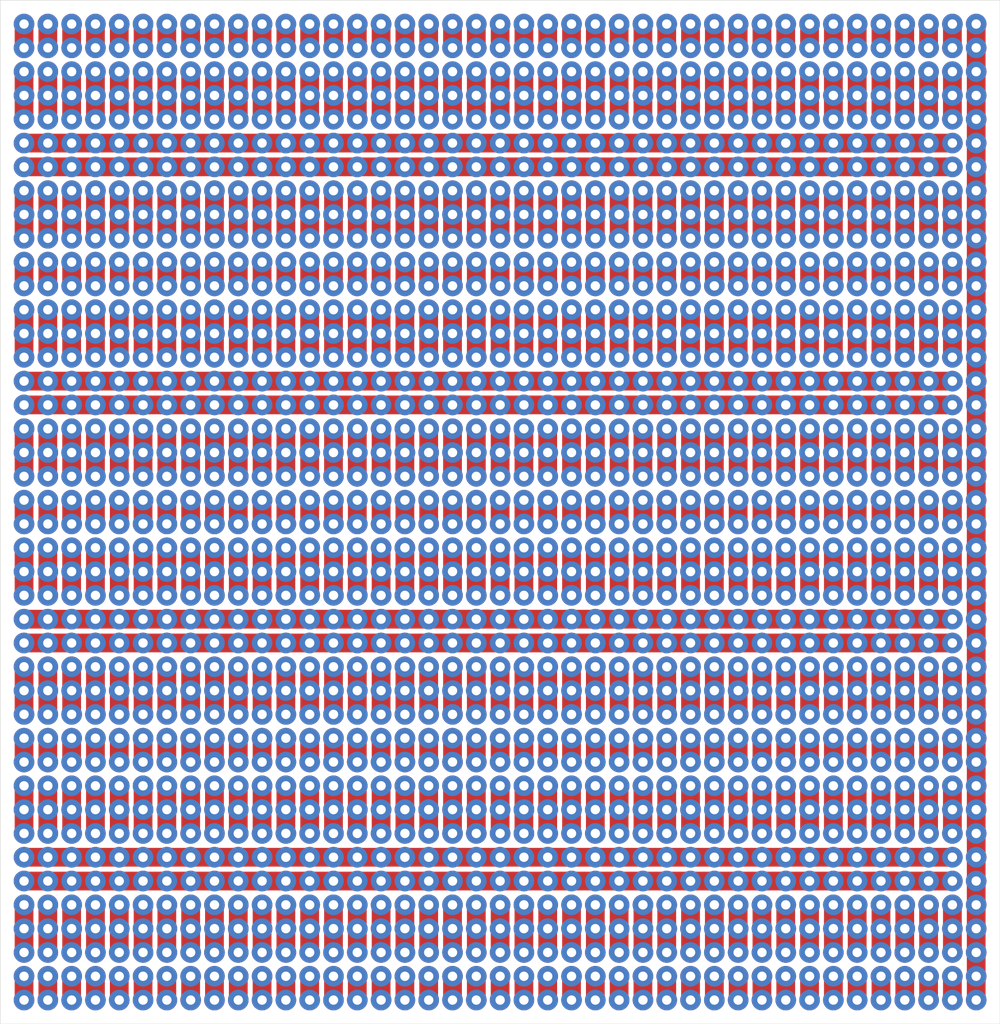
<source format=kicad_pcb>
(kicad_pcb (version 20171130) (host pcbnew "(5.1.8)-1")
  (layers (0 F.Cu signal) (31 B.Cu signal) (34 B.Paste user) (35 F.Paste user) (36 B.SilkS user) (37 F.SilkS user) (38 B.Mask user) (39 F.Mask user) (44 Edge.Cuts user))
  (net 0 "")
  (gr_line (start 35.56 134.62) (end 35.56 25.4) (layer Edge.Cuts) (width 0.05))
  (gr_line (start 142.24 134.62) (end 35.56 134.62) (layer Edge.Cuts) (width 0.05))
  (gr_line (start 142.24 25.4) (end 142.24 134.62) (layer Edge.Cuts) (width 0.05))
  (gr_line (start 35.56 25.4) (end 142.24 25.4) (layer Edge.Cuts) (width 0.05))
  (via (at 38.1 30.48) (size 2.2) (drill 1) (layers F.Cu B.Cu) (net 0))
  (via (at 38.1 27.94) (size 2.2) (drill 1) (layers F.Cu B.Cu) (net 0))
  (via (at 38.1 43.18) (size 2.2) (drill 1) (layers F.Cu B.Cu) (net 0))
  (via (at 38.1 45.72) (size 2.2) (drill 1) (layers F.Cu B.Cu) (net 0))
  (via (at 38.1 48.26) (size 2.2) (drill 1) (layers F.Cu B.Cu) (net 0))
  (via (at 38.1 50.8) (size 2.2) (drill 1) (layers F.Cu B.Cu) (net 0))
  (segment (start 38.1 50.8) (end 38.1 45.72) (width 2) (layer F.Cu) (net 0))
  (via (at 40.64 43.18) (size 2.2) (drill 1) (layers F.Cu B.Cu) (net 0))
  (via (at 43.18 43.18) (size 2.2) (drill 1) (layers F.Cu B.Cu) (net 0))
  (via (at 45.72 43.18) (size 2.2) (drill 1) (layers F.Cu B.Cu) (net 0))
  (via (at 48.26 43.18) (size 2.2) (drill 1) (layers F.Cu B.Cu) (net 0))
  (via (at 50.8 43.18) (size 2.2) (drill 1) (layers F.Cu B.Cu) (net 0))
  (via (at 53.34 43.18) (size 2.2) (drill 1) (layers F.Cu B.Cu) (net 0))
  (via (at 55.88 43.18) (size 2.2) (drill 1) (layers F.Cu B.Cu) (net 0))
  (via (at 58.42 43.18) (size 2.2) (drill 1) (layers F.Cu B.Cu) (net 0))
  (via (at 60.96 43.18) (size 2.2) (drill 1) (layers F.Cu B.Cu) (net 0))
  (via (at 63.5 43.18) (size 2.2) (drill 1) (layers F.Cu B.Cu) (net 0))
  (via (at 76.2 43.18) (size 2.2) (drill 1) (layers F.Cu B.Cu) (net 0))
  (via (at 73.66 43.18) (size 2.2) (drill 1) (layers F.Cu B.Cu) (net 0))
  (via (at 78.74 43.18) (size 2.2) (drill 1) (layers F.Cu B.Cu) (net 0))
  (via (at 66.04 43.18) (size 2.2) (drill 1) (layers F.Cu B.Cu) (net 0))
  (via (at 86.36 43.18) (size 2.2) (drill 1) (layers F.Cu B.Cu) (net 0))
  (via (at 83.82 43.18) (size 2.2) (drill 1) (layers F.Cu B.Cu) (net 0))
  (via (at 68.58 43.18) (size 2.2) (drill 1) (layers F.Cu B.Cu) (net 0))
  (via (at 81.28 43.18) (size 2.2) (drill 1) (layers F.Cu B.Cu) (net 0))
  (via (at 71.12 43.18) (size 2.2) (drill 1) (layers F.Cu B.Cu) (net 0))
  (via (at 88.9 43.18) (size 2.2) (drill 1) (layers F.Cu B.Cu) (net 0))
  (via (at 101.6 43.18) (size 2.2) (drill 1) (layers F.Cu B.Cu) (net 0))
  (via (at 99.06 43.18) (size 2.2) (drill 1) (layers F.Cu B.Cu) (net 0))
  (via (at 104.14 43.18) (size 2.2) (drill 1) (layers F.Cu B.Cu) (net 0))
  (via (at 91.44 43.18) (size 2.2) (drill 1) (layers F.Cu B.Cu) (net 0))
  (via (at 111.76 43.18) (size 2.2) (drill 1) (layers F.Cu B.Cu) (net 0))
  (via (at 109.22 43.18) (size 2.2) (drill 1) (layers F.Cu B.Cu) (net 0))
  (via (at 93.98 43.18) (size 2.2) (drill 1) (layers F.Cu B.Cu) (net 0))
  (via (at 106.68 43.18) (size 2.2) (drill 1) (layers F.Cu B.Cu) (net 0))
  (via (at 96.52 43.18) (size 2.2) (drill 1) (layers F.Cu B.Cu) (net 0))
  (via (at 114.3 43.18) (size 2.2) (drill 1) (layers F.Cu B.Cu) (net 0))
  (via (at 127 43.18) (size 2.2) (drill 1) (layers F.Cu B.Cu) (net 0))
  (via (at 124.46 43.18) (size 2.2) (drill 1) (layers F.Cu B.Cu) (net 0))
  (via (at 129.54 43.18) (size 2.2) (drill 1) (layers F.Cu B.Cu) (net 0))
  (via (at 116.84 43.18) (size 2.2) (drill 1) (layers F.Cu B.Cu) (net 0))
  (via (at 137.16 43.18) (size 2.2) (drill 1) (layers F.Cu B.Cu) (net 0))
  (via (at 134.62 43.18) (size 2.2) (drill 1) (layers F.Cu B.Cu) (net 0))
  (via (at 119.38 43.18) (size 2.2) (drill 1) (layers F.Cu B.Cu) (net 0))
  (via (at 132.08 43.18) (size 2.2) (drill 1) (layers F.Cu B.Cu) (net 0))
  (via (at 121.92 43.18) (size 2.2) (drill 1) (layers F.Cu B.Cu) (net 0))
  (segment (start 38.1 43.18) (end 137.16 43.18) (width 2) (layer F.Cu) (net 0))
  (via (at 38.1 40.64) (size 2.2) (drill 1) (layers F.Cu B.Cu) (net 0))
  (via (at 50.8 40.64) (size 2.2) (drill 1) (layers F.Cu B.Cu) (net 0))
  (via (at 114.3 40.64) (size 2.2) (drill 1) (layers F.Cu B.Cu) (net 0))
  (via (at 76.2 40.64) (size 2.2) (drill 1) (layers F.Cu B.Cu) (net 0))
  (via (at 104.14 40.64) (size 2.2) (drill 1) (layers F.Cu B.Cu) (net 0))
  (via (at 111.76 40.64) (size 2.2) (drill 1) (layers F.Cu B.Cu) (net 0))
  (via (at 109.22 40.64) (size 2.2) (drill 1) (layers F.Cu B.Cu) (net 0))
  (via (at 91.44 40.64) (size 2.2) (drill 1) (layers F.Cu B.Cu) (net 0))
  (via (at 93.98 40.64) (size 2.2) (drill 1) (layers F.Cu B.Cu) (net 0))
  (via (at 106.68 40.64) (size 2.2) (drill 1) (layers F.Cu B.Cu) (net 0))
  (via (at 48.26 40.64) (size 2.2) (drill 1) (layers F.Cu B.Cu) (net 0))
  (via (at 96.52 40.64) (size 2.2) (drill 1) (layers F.Cu B.Cu) (net 0))
  (via (at 119.38 40.64) (size 2.2) (drill 1) (layers F.Cu B.Cu) (net 0))
  (via (at 101.6 40.64) (size 2.2) (drill 1) (layers F.Cu B.Cu) (net 0))
  (via (at 129.54 40.64) (size 2.2) (drill 1) (layers F.Cu B.Cu) (net 0))
  (via (at 127 40.64) (size 2.2) (drill 1) (layers F.Cu B.Cu) (net 0))
  (via (at 83.82 40.64) (size 2.2) (drill 1) (layers F.Cu B.Cu) (net 0))
  (via (at 53.34 40.64) (size 2.2) (drill 1) (layers F.Cu B.Cu) (net 0))
  (via (at 68.58 40.64) (size 2.2) (drill 1) (layers F.Cu B.Cu) (net 0))
  (via (at 40.64 40.64) (size 2.2) (drill 1) (layers F.Cu B.Cu) (net 0))
  (via (at 99.06 40.64) (size 2.2) (drill 1) (layers F.Cu B.Cu) (net 0))
  (via (at 137.16 40.64) (size 2.2) (drill 1) (layers F.Cu B.Cu) (net 0))
  (via (at 134.62 40.64) (size 2.2) (drill 1) (layers F.Cu B.Cu) (net 0))
  (via (at 116.84 40.64) (size 2.2) (drill 1) (layers F.Cu B.Cu) (net 0))
  (via (at 60.96 40.64) (size 2.2) (drill 1) (layers F.Cu B.Cu) (net 0))
  (via (at 71.12 40.64) (size 2.2) (drill 1) (layers F.Cu B.Cu) (net 0))
  (via (at 73.66 40.64) (size 2.2) (drill 1) (layers F.Cu B.Cu) (net 0))
  (via (at 58.42 40.64) (size 2.2) (drill 1) (layers F.Cu B.Cu) (net 0))
  (via (at 43.18 40.64) (size 2.2) (drill 1) (layers F.Cu B.Cu) (net 0))
  (via (at 66.04 40.64) (size 2.2) (drill 1) (layers F.Cu B.Cu) (net 0))
  (via (at 55.88 40.64) (size 2.2) (drill 1) (layers F.Cu B.Cu) (net 0))
  (via (at 63.5 40.64) (size 2.2) (drill 1) (layers F.Cu B.Cu) (net 0))
  (via (at 45.72 40.64) (size 2.2) (drill 1) (layers F.Cu B.Cu) (net 0))
  (via (at 121.92 40.64) (size 2.2) (drill 1) (layers F.Cu B.Cu) (net 0))
  (via (at 88.9 40.64) (size 2.2) (drill 1) (layers F.Cu B.Cu) (net 0))
  (via (at 124.46 40.64) (size 2.2) (drill 1) (layers F.Cu B.Cu) (net 0))
  (via (at 86.36 40.64) (size 2.2) (drill 1) (layers F.Cu B.Cu) (net 0))
  (via (at 81.28 40.64) (size 2.2) (drill 1) (layers F.Cu B.Cu) (net 0))
  (via (at 78.74 40.64) (size 2.2) (drill 1) (layers F.Cu B.Cu) (net 0))
  (via (at 132.08 40.64) (size 2.2) (drill 1) (layers F.Cu B.Cu) (net 0))
  (segment (start 38.1 40.64) (end 137.16 40.64) (width 2) (layer F.Cu) (net 0))
  (segment (start 38.1 27.94) (end 38.1 30.48) (width 2) (layer F.Cu) (net 0))
  (segment (start 40.64 50.8) (end 40.64 45.72) (width 2) (layer F.Cu) (net 0))
  (via (at 40.64 50.8) (size 2.2) (drill 1) (layers F.Cu B.Cu) (net 0))
  (via (at 40.64 45.72) (size 2.2) (drill 1) (layers F.Cu B.Cu) (net 0))
  (via (at 40.64 48.26) (size 2.2) (drill 1) (layers F.Cu B.Cu) (net 0))
  (segment (start 43.18 50.8) (end 43.18 45.72) (width 2) (layer F.Cu) (net 0))
  (via (at 43.18 50.8) (size 2.2) (drill 1) (layers F.Cu B.Cu) (net 0))
  (via (at 43.18 45.72) (size 2.2) (drill 1) (layers F.Cu B.Cu) (net 0))
  (via (at 43.18 48.26) (size 2.2) (drill 1) (layers F.Cu B.Cu) (net 0))
  (segment (start 45.72 50.8) (end 45.72 45.72) (width 2) (layer F.Cu) (net 0))
  (via (at 45.72 50.8) (size 2.2) (drill 1) (layers F.Cu B.Cu) (net 0))
  (via (at 45.72 45.72) (size 2.2) (drill 1) (layers F.Cu B.Cu) (net 0))
  (via (at 45.72 48.26) (size 2.2) (drill 1) (layers F.Cu B.Cu) (net 0))
  (segment (start 48.26 50.8) (end 48.26 45.72) (width 2) (layer F.Cu) (net 0))
  (via (at 48.26 50.8) (size 2.2) (drill 1) (layers F.Cu B.Cu) (net 0))
  (via (at 48.26 45.72) (size 2.2) (drill 1) (layers F.Cu B.Cu) (net 0))
  (via (at 48.26 48.26) (size 2.2) (drill 1) (layers F.Cu B.Cu) (net 0))
  (segment (start 50.8 50.8) (end 50.8 45.72) (width 2) (layer F.Cu) (net 0))
  (via (at 60.96 48.26) (size 2.2) (drill 1) (layers F.Cu B.Cu) (net 0))
  (via (at 50.8 50.8) (size 2.2) (drill 1) (layers F.Cu B.Cu) (net 0))
  (via (at 50.8 45.72) (size 2.2) (drill 1) (layers F.Cu B.Cu) (net 0))
  (via (at 58.42 45.72) (size 2.2) (drill 1) (layers F.Cu B.Cu) (net 0))
  (via (at 58.42 50.8) (size 2.2) (drill 1) (layers F.Cu B.Cu) (net 0))
  (via (at 50.8 48.26) (size 2.2) (drill 1) (layers F.Cu B.Cu) (net 0))
  (via (at 53.34 50.8) (size 2.2) (drill 1) (layers F.Cu B.Cu) (net 0))
  (via (at 55.88 45.72) (size 2.2) (drill 1) (layers F.Cu B.Cu) (net 0))
  (via (at 55.88 50.8) (size 2.2) (drill 1) (layers F.Cu B.Cu) (net 0))
  (via (at 60.96 45.72) (size 2.2) (drill 1) (layers F.Cu B.Cu) (net 0))
  (via (at 60.96 50.8) (size 2.2) (drill 1) (layers F.Cu B.Cu) (net 0))
  (via (at 53.34 48.26) (size 2.2) (drill 1) (layers F.Cu B.Cu) (net 0))
  (via (at 53.34 45.72) (size 2.2) (drill 1) (layers F.Cu B.Cu) (net 0))
  (via (at 55.88 48.26) (size 2.2) (drill 1) (layers F.Cu B.Cu) (net 0))
  (via (at 58.42 48.26) (size 2.2) (drill 1) (layers F.Cu B.Cu) (net 0))
  (segment (start 53.34 50.8) (end 53.34 45.72) (width 2) (layer F.Cu) (net 0))
  (segment (start 55.88 50.8) (end 55.88 45.72) (width 2) (layer F.Cu) (net 0))
  (segment (start 58.42 50.8) (end 58.42 45.72) (width 2) (layer F.Cu) (net 0))
  (segment (start 60.96 50.8) (end 60.96 45.72) (width 2) (layer F.Cu) (net 0))
  (segment (start 63.5 50.8) (end 63.5 45.72) (width 2) (layer F.Cu) (net 0))
  (via (at 73.66 48.26) (size 2.2) (drill 1) (layers F.Cu B.Cu) (net 0))
  (via (at 63.5 50.8) (size 2.2) (drill 1) (layers F.Cu B.Cu) (net 0))
  (via (at 63.5 45.72) (size 2.2) (drill 1) (layers F.Cu B.Cu) (net 0))
  (via (at 71.12 45.72) (size 2.2) (drill 1) (layers F.Cu B.Cu) (net 0))
  (via (at 71.12 50.8) (size 2.2) (drill 1) (layers F.Cu B.Cu) (net 0))
  (via (at 63.5 48.26) (size 2.2) (drill 1) (layers F.Cu B.Cu) (net 0))
  (via (at 66.04 50.8) (size 2.2) (drill 1) (layers F.Cu B.Cu) (net 0))
  (via (at 68.58 45.72) (size 2.2) (drill 1) (layers F.Cu B.Cu) (net 0))
  (via (at 68.58 50.8) (size 2.2) (drill 1) (layers F.Cu B.Cu) (net 0))
  (via (at 73.66 45.72) (size 2.2) (drill 1) (layers F.Cu B.Cu) (net 0))
  (via (at 73.66 50.8) (size 2.2) (drill 1) (layers F.Cu B.Cu) (net 0))
  (via (at 66.04 48.26) (size 2.2) (drill 1) (layers F.Cu B.Cu) (net 0))
  (via (at 66.04 45.72) (size 2.2) (drill 1) (layers F.Cu B.Cu) (net 0))
  (via (at 68.58 48.26) (size 2.2) (drill 1) (layers F.Cu B.Cu) (net 0))
  (via (at 71.12 48.26) (size 2.2) (drill 1) (layers F.Cu B.Cu) (net 0))
  (segment (start 66.04 50.8) (end 66.04 45.72) (width 2) (layer F.Cu) (net 0))
  (segment (start 68.58 50.8) (end 68.58 45.72) (width 2) (layer F.Cu) (net 0))
  (segment (start 71.12 50.8) (end 71.12 45.72) (width 2) (layer F.Cu) (net 0))
  (segment (start 73.66 50.8) (end 73.66 45.72) (width 2) (layer F.Cu) (net 0))
  (segment (start 76.2 50.8) (end 76.2 45.72) (width 2) (layer F.Cu) (net 0))
  (via (at 86.36 48.26) (size 2.2) (drill 1) (layers F.Cu B.Cu) (net 0))
  (via (at 76.2 50.8) (size 2.2) (drill 1) (layers F.Cu B.Cu) (net 0))
  (via (at 76.2 45.72) (size 2.2) (drill 1) (layers F.Cu B.Cu) (net 0))
  (via (at 83.82 45.72) (size 2.2) (drill 1) (layers F.Cu B.Cu) (net 0))
  (via (at 83.82 50.8) (size 2.2) (drill 1) (layers F.Cu B.Cu) (net 0))
  (via (at 76.2 48.26) (size 2.2) (drill 1) (layers F.Cu B.Cu) (net 0))
  (via (at 78.74 50.8) (size 2.2) (drill 1) (layers F.Cu B.Cu) (net 0))
  (via (at 81.28 45.72) (size 2.2) (drill 1) (layers F.Cu B.Cu) (net 0))
  (via (at 81.28 50.8) (size 2.2) (drill 1) (layers F.Cu B.Cu) (net 0))
  (via (at 86.36 45.72) (size 2.2) (drill 1) (layers F.Cu B.Cu) (net 0))
  (via (at 86.36 50.8) (size 2.2) (drill 1) (layers F.Cu B.Cu) (net 0))
  (via (at 78.74 48.26) (size 2.2) (drill 1) (layers F.Cu B.Cu) (net 0))
  (via (at 78.74 45.72) (size 2.2) (drill 1) (layers F.Cu B.Cu) (net 0))
  (via (at 81.28 48.26) (size 2.2) (drill 1) (layers F.Cu B.Cu) (net 0))
  (via (at 83.82 48.26) (size 2.2) (drill 1) (layers F.Cu B.Cu) (net 0))
  (segment (start 78.74 50.8) (end 78.74 45.72) (width 2) (layer F.Cu) (net 0))
  (segment (start 81.28 50.8) (end 81.28 45.72) (width 2) (layer F.Cu) (net 0))
  (segment (start 83.82 50.8) (end 83.82 45.72) (width 2) (layer F.Cu) (net 0))
  (segment (start 86.36 50.8) (end 86.36 45.72) (width 2) (layer F.Cu) (net 0))
  (segment (start 88.9 50.8) (end 88.9 45.72) (width 2) (layer F.Cu) (net 0))
  (via (at 99.06 48.26) (size 2.2) (drill 1) (layers F.Cu B.Cu) (net 0))
  (via (at 88.9 50.8) (size 2.2) (drill 1) (layers F.Cu B.Cu) (net 0))
  (via (at 88.9 45.72) (size 2.2) (drill 1) (layers F.Cu B.Cu) (net 0))
  (via (at 96.52 45.72) (size 2.2) (drill 1) (layers F.Cu B.Cu) (net 0))
  (via (at 96.52 50.8) (size 2.2) (drill 1) (layers F.Cu B.Cu) (net 0))
  (via (at 88.9 48.26) (size 2.2) (drill 1) (layers F.Cu B.Cu) (net 0))
  (via (at 91.44 50.8) (size 2.2) (drill 1) (layers F.Cu B.Cu) (net 0))
  (via (at 93.98 45.72) (size 2.2) (drill 1) (layers F.Cu B.Cu) (net 0))
  (via (at 93.98 50.8) (size 2.2) (drill 1) (layers F.Cu B.Cu) (net 0))
  (via (at 99.06 45.72) (size 2.2) (drill 1) (layers F.Cu B.Cu) (net 0))
  (via (at 99.06 50.8) (size 2.2) (drill 1) (layers F.Cu B.Cu) (net 0))
  (via (at 91.44 48.26) (size 2.2) (drill 1) (layers F.Cu B.Cu) (net 0))
  (via (at 91.44 45.72) (size 2.2) (drill 1) (layers F.Cu B.Cu) (net 0))
  (via (at 93.98 48.26) (size 2.2) (drill 1) (layers F.Cu B.Cu) (net 0))
  (via (at 96.52 48.26) (size 2.2) (drill 1) (layers F.Cu B.Cu) (net 0))
  (segment (start 91.44 50.8) (end 91.44 45.72) (width 2) (layer F.Cu) (net 0))
  (segment (start 93.98 50.8) (end 93.98 45.72) (width 2) (layer F.Cu) (net 0))
  (segment (start 96.52 50.8) (end 96.52 45.72) (width 2) (layer F.Cu) (net 0))
  (segment (start 99.06 50.8) (end 99.06 45.72) (width 2) (layer F.Cu) (net 0))
  (segment (start 101.6 50.8) (end 101.6 45.72) (width 2) (layer F.Cu) (net 0))
  (via (at 111.76 48.26) (size 2.2) (drill 1) (layers F.Cu B.Cu) (net 0))
  (via (at 101.6 50.8) (size 2.2) (drill 1) (layers F.Cu B.Cu) (net 0))
  (via (at 101.6 45.72) (size 2.2) (drill 1) (layers F.Cu B.Cu) (net 0))
  (via (at 109.22 45.72) (size 2.2) (drill 1) (layers F.Cu B.Cu) (net 0))
  (via (at 109.22 50.8) (size 2.2) (drill 1) (layers F.Cu B.Cu) (net 0))
  (via (at 101.6 48.26) (size 2.2) (drill 1) (layers F.Cu B.Cu) (net 0))
  (via (at 104.14 50.8) (size 2.2) (drill 1) (layers F.Cu B.Cu) (net 0))
  (via (at 106.68 45.72) (size 2.2) (drill 1) (layers F.Cu B.Cu) (net 0))
  (via (at 106.68 50.8) (size 2.2) (drill 1) (layers F.Cu B.Cu) (net 0))
  (via (at 111.76 45.72) (size 2.2) (drill 1) (layers F.Cu B.Cu) (net 0))
  (via (at 111.76 50.8) (size 2.2) (drill 1) (layers F.Cu B.Cu) (net 0))
  (via (at 104.14 48.26) (size 2.2) (drill 1) (layers F.Cu B.Cu) (net 0))
  (via (at 104.14 45.72) (size 2.2) (drill 1) (layers F.Cu B.Cu) (net 0))
  (via (at 106.68 48.26) (size 2.2) (drill 1) (layers F.Cu B.Cu) (net 0))
  (via (at 109.22 48.26) (size 2.2) (drill 1) (layers F.Cu B.Cu) (net 0))
  (segment (start 104.14 50.8) (end 104.14 45.72) (width 2) (layer F.Cu) (net 0))
  (segment (start 106.68 50.8) (end 106.68 45.72) (width 2) (layer F.Cu) (net 0))
  (segment (start 109.22 50.8) (end 109.22 45.72) (width 2) (layer F.Cu) (net 0))
  (segment (start 111.76 50.8) (end 111.76 45.72) (width 2) (layer F.Cu) (net 0))
  (segment (start 114.3 50.8) (end 114.3 45.72) (width 2) (layer F.Cu) (net 0))
  (via (at 124.46 48.26) (size 2.2) (drill 1) (layers F.Cu B.Cu) (net 0))
  (via (at 114.3 50.8) (size 2.2) (drill 1) (layers F.Cu B.Cu) (net 0))
  (via (at 114.3 45.72) (size 2.2) (drill 1) (layers F.Cu B.Cu) (net 0))
  (via (at 121.92 45.72) (size 2.2) (drill 1) (layers F.Cu B.Cu) (net 0))
  (via (at 121.92 50.8) (size 2.2) (drill 1) (layers F.Cu B.Cu) (net 0))
  (via (at 114.3 48.26) (size 2.2) (drill 1) (layers F.Cu B.Cu) (net 0))
  (via (at 116.84 50.8) (size 2.2) (drill 1) (layers F.Cu B.Cu) (net 0))
  (via (at 119.38 45.72) (size 2.2) (drill 1) (layers F.Cu B.Cu) (net 0))
  (via (at 119.38 50.8) (size 2.2) (drill 1) (layers F.Cu B.Cu) (net 0))
  (via (at 124.46 45.72) (size 2.2) (drill 1) (layers F.Cu B.Cu) (net 0))
  (via (at 124.46 50.8) (size 2.2) (drill 1) (layers F.Cu B.Cu) (net 0))
  (via (at 116.84 48.26) (size 2.2) (drill 1) (layers F.Cu B.Cu) (net 0))
  (via (at 116.84 45.72) (size 2.2) (drill 1) (layers F.Cu B.Cu) (net 0))
  (via (at 119.38 48.26) (size 2.2) (drill 1) (layers F.Cu B.Cu) (net 0))
  (via (at 121.92 48.26) (size 2.2) (drill 1) (layers F.Cu B.Cu) (net 0))
  (segment (start 116.84 50.8) (end 116.84 45.72) (width 2) (layer F.Cu) (net 0))
  (segment (start 119.38 50.8) (end 119.38 45.72) (width 2) (layer F.Cu) (net 0))
  (segment (start 121.92 50.8) (end 121.92 45.72) (width 2) (layer F.Cu) (net 0))
  (segment (start 124.46 50.8) (end 124.46 45.72) (width 2) (layer F.Cu) (net 0))
  (segment (start 127 50.8) (end 127 45.72) (width 2) (layer F.Cu) (net 0))
  (via (at 137.16 48.26) (size 2.2) (drill 1) (layers F.Cu B.Cu) (net 0))
  (via (at 127 50.8) (size 2.2) (drill 1) (layers F.Cu B.Cu) (net 0))
  (via (at 127 45.72) (size 2.2) (drill 1) (layers F.Cu B.Cu) (net 0))
  (via (at 134.62 45.72) (size 2.2) (drill 1) (layers F.Cu B.Cu) (net 0))
  (via (at 134.62 50.8) (size 2.2) (drill 1) (layers F.Cu B.Cu) (net 0))
  (via (at 127 48.26) (size 2.2) (drill 1) (layers F.Cu B.Cu) (net 0))
  (via (at 129.54 50.8) (size 2.2) (drill 1) (layers F.Cu B.Cu) (net 0))
  (via (at 132.08 45.72) (size 2.2) (drill 1) (layers F.Cu B.Cu) (net 0))
  (via (at 132.08 50.8) (size 2.2) (drill 1) (layers F.Cu B.Cu) (net 0))
  (via (at 137.16 45.72) (size 2.2) (drill 1) (layers F.Cu B.Cu) (net 0))
  (via (at 137.16 50.8) (size 2.2) (drill 1) (layers F.Cu B.Cu) (net 0))
  (via (at 129.54 48.26) (size 2.2) (drill 1) (layers F.Cu B.Cu) (net 0))
  (via (at 129.54 45.72) (size 2.2) (drill 1) (layers F.Cu B.Cu) (net 0))
  (via (at 132.08 48.26) (size 2.2) (drill 1) (layers F.Cu B.Cu) (net 0))
  (via (at 134.62 48.26) (size 2.2) (drill 1) (layers F.Cu B.Cu) (net 0))
  (segment (start 129.54 50.8) (end 129.54 45.72) (width 2) (layer F.Cu) (net 0))
  (segment (start 132.08 50.8) (end 132.08 45.72) (width 2) (layer F.Cu) (net 0))
  (segment (start 134.62 50.8) (end 134.62 45.72) (width 2) (layer F.Cu) (net 0))
  (segment (start 137.16 50.8) (end 137.16 45.72) (width 2) (layer F.Cu) (net 0))
  (via (at 111.76 33.02) (size 2.2) (drill 1) (layers F.Cu B.Cu) (net 0))
  (via (at 111.76 38.1) (size 2.2) (drill 1) (layers F.Cu B.Cu) (net 0))
  (via (at 109.22 35.56) (size 2.2) (drill 1) (layers F.Cu B.Cu) (net 0))
  (via (at 114.3 38.1) (size 2.2) (drill 1) (layers F.Cu B.Cu) (net 0))
  (via (at 106.68 35.56) (size 2.2) (drill 1) (layers F.Cu B.Cu) (net 0))
  (via (at 114.3 33.02) (size 2.2) (drill 1) (layers F.Cu B.Cu) (net 0))
  (via (at 124.46 35.56) (size 2.2) (drill 1) (layers F.Cu B.Cu) (net 0))
  (via (at 121.92 33.02) (size 2.2) (drill 1) (layers F.Cu B.Cu) (net 0))
  (via (at 121.92 38.1) (size 2.2) (drill 1) (layers F.Cu B.Cu) (net 0))
  (via (at 104.14 35.56) (size 2.2) (drill 1) (layers F.Cu B.Cu) (net 0))
  (via (at 104.14 33.02) (size 2.2) (drill 1) (layers F.Cu B.Cu) (net 0))
  (via (at 121.92 35.56) (size 2.2) (drill 1) (layers F.Cu B.Cu) (net 0))
  (via (at 127 33.02) (size 2.2) (drill 1) (layers F.Cu B.Cu) (net 0))
  (via (at 137.16 35.56) (size 2.2) (drill 1) (layers F.Cu B.Cu) (net 0))
  (via (at 127 38.1) (size 2.2) (drill 1) (layers F.Cu B.Cu) (net 0))
  (via (at 134.62 33.02) (size 2.2) (drill 1) (layers F.Cu B.Cu) (net 0))
  (via (at 134.62 38.1) (size 2.2) (drill 1) (layers F.Cu B.Cu) (net 0))
  (via (at 127 35.56) (size 2.2) (drill 1) (layers F.Cu B.Cu) (net 0))
  (via (at 129.54 38.1) (size 2.2) (drill 1) (layers F.Cu B.Cu) (net 0))
  (via (at 132.08 33.02) (size 2.2) (drill 1) (layers F.Cu B.Cu) (net 0))
  (via (at 132.08 38.1) (size 2.2) (drill 1) (layers F.Cu B.Cu) (net 0))
  (via (at 137.16 33.02) (size 2.2) (drill 1) (layers F.Cu B.Cu) (net 0))
  (via (at 137.16 38.1) (size 2.2) (drill 1) (layers F.Cu B.Cu) (net 0))
  (via (at 129.54 35.56) (size 2.2) (drill 1) (layers F.Cu B.Cu) (net 0))
  (via (at 129.54 33.02) (size 2.2) (drill 1) (layers F.Cu B.Cu) (net 0))
  (via (at 132.08 35.56) (size 2.2) (drill 1) (layers F.Cu B.Cu) (net 0))
  (via (at 134.62 35.56) (size 2.2) (drill 1) (layers F.Cu B.Cu) (net 0))
  (via (at 116.84 33.02) (size 2.2) (drill 1) (layers F.Cu B.Cu) (net 0))
  (via (at 124.46 33.02) (size 2.2) (drill 1) (layers F.Cu B.Cu) (net 0))
  (via (at 114.3 35.56) (size 2.2) (drill 1) (layers F.Cu B.Cu) (net 0))
  (via (at 116.84 35.56) (size 2.2) (drill 1) (layers F.Cu B.Cu) (net 0))
  (via (at 119.38 38.1) (size 2.2) (drill 1) (layers F.Cu B.Cu) (net 0))
  (via (at 124.46 38.1) (size 2.2) (drill 1) (layers F.Cu B.Cu) (net 0))
  (via (at 119.38 33.02) (size 2.2) (drill 1) (layers F.Cu B.Cu) (net 0))
  (via (at 116.84 38.1) (size 2.2) (drill 1) (layers F.Cu B.Cu) (net 0))
  (via (at 101.6 38.1) (size 2.2) (drill 1) (layers F.Cu B.Cu) (net 0))
  (via (at 106.68 38.1) (size 2.2) (drill 1) (layers F.Cu B.Cu) (net 0))
  (via (at 106.68 33.02) (size 2.2) (drill 1) (layers F.Cu B.Cu) (net 0))
  (via (at 111.76 35.56) (size 2.2) (drill 1) (layers F.Cu B.Cu) (net 0))
  (via (at 109.22 33.02) (size 2.2) (drill 1) (layers F.Cu B.Cu) (net 0))
  (via (at 101.6 35.56) (size 2.2) (drill 1) (layers F.Cu B.Cu) (net 0))
  (via (at 109.22 38.1) (size 2.2) (drill 1) (layers F.Cu B.Cu) (net 0))
  (via (at 101.6 33.02) (size 2.2) (drill 1) (layers F.Cu B.Cu) (net 0))
  (via (at 104.14 38.1) (size 2.2) (drill 1) (layers F.Cu B.Cu) (net 0))
  (via (at 96.52 35.56) (size 2.2) (drill 1) (layers F.Cu B.Cu) (net 0))
  (via (at 93.98 38.1) (size 2.2) (drill 1) (layers F.Cu B.Cu) (net 0))
  (via (at 99.06 38.1) (size 2.2) (drill 1) (layers F.Cu B.Cu) (net 0))
  (via (at 99.06 33.02) (size 2.2) (drill 1) (layers F.Cu B.Cu) (net 0))
  (via (at 91.44 35.56) (size 2.2) (drill 1) (layers F.Cu B.Cu) (net 0))
  (via (at 93.98 35.56) (size 2.2) (drill 1) (layers F.Cu B.Cu) (net 0))
  (via (at 91.44 33.02) (size 2.2) (drill 1) (layers F.Cu B.Cu) (net 0))
  (via (at 119.38 35.56) (size 2.2) (drill 1) (layers F.Cu B.Cu) (net 0))
  (via (at 96.52 38.1) (size 2.2) (drill 1) (layers F.Cu B.Cu) (net 0))
  (via (at 99.06 35.56) (size 2.2) (drill 1) (layers F.Cu B.Cu) (net 0))
  (via (at 91.44 38.1) (size 2.2) (drill 1) (layers F.Cu B.Cu) (net 0))
  (via (at 93.98 33.02) (size 2.2) (drill 1) (layers F.Cu B.Cu) (net 0))
  (via (at 83.82 35.56) (size 2.2) (drill 1) (layers F.Cu B.Cu) (net 0))
  (via (at 81.28 35.56) (size 2.2) (drill 1) (layers F.Cu B.Cu) (net 0))
  (via (at 78.74 33.02) (size 2.2) (drill 1) (layers F.Cu B.Cu) (net 0))
  (via (at 88.9 35.56) (size 2.2) (drill 1) (layers F.Cu B.Cu) (net 0))
  (via (at 88.9 33.02) (size 2.2) (drill 1) (layers F.Cu B.Cu) (net 0))
  (via (at 88.9 38.1) (size 2.2) (drill 1) (layers F.Cu B.Cu) (net 0))
  (via (at 96.52 33.02) (size 2.2) (drill 1) (layers F.Cu B.Cu) (net 0))
  (segment (start 38.1 38.1) (end 38.1 33.02) (width 2) (layer F.Cu) (net 0))
  (via (at 48.26 35.56) (size 2.2) (drill 1) (layers F.Cu B.Cu) (net 0))
  (via (at 53.34 33.02) (size 2.2) (drill 1) (layers F.Cu B.Cu) (net 0))
  (via (at 83.82 38.1) (size 2.2) (drill 1) (layers F.Cu B.Cu) (net 0))
  (via (at 78.74 35.56) (size 2.2) (drill 1) (layers F.Cu B.Cu) (net 0))
  (via (at 58.42 38.1) (size 2.2) (drill 1) (layers F.Cu B.Cu) (net 0))
  (via (at 66.04 35.56) (size 2.2) (drill 1) (layers F.Cu B.Cu) (net 0))
  (via (at 38.1 38.1) (size 2.2) (drill 1) (layers F.Cu B.Cu) (net 0))
  (via (at 38.1 33.02) (size 2.2) (drill 1) (layers F.Cu B.Cu) (net 0))
  (via (at 76.2 38.1) (size 2.2) (drill 1) (layers F.Cu B.Cu) (net 0))
  (via (at 58.42 35.56) (size 2.2) (drill 1) (layers F.Cu B.Cu) (net 0))
  (via (at 45.72 33.02) (size 2.2) (drill 1) (layers F.Cu B.Cu) (net 0))
  (via (at 68.58 35.56) (size 2.2) (drill 1) (layers F.Cu B.Cu) (net 0))
  (via (at 86.36 33.02) (size 2.2) (drill 1) (layers F.Cu B.Cu) (net 0))
  (via (at 86.36 35.56) (size 2.2) (drill 1) (layers F.Cu B.Cu) (net 0))
  (via (at 45.72 38.1) (size 2.2) (drill 1) (layers F.Cu B.Cu) (net 0))
  (via (at 60.96 33.02) (size 2.2) (drill 1) (layers F.Cu B.Cu) (net 0))
  (via (at 38.1 35.56) (size 2.2) (drill 1) (layers F.Cu B.Cu) (net 0))
  (via (at 73.66 38.1) (size 2.2) (drill 1) (layers F.Cu B.Cu) (net 0))
  (via (at 63.5 33.02) (size 2.2) (drill 1) (layers F.Cu B.Cu) (net 0))
  (via (at 60.96 38.1) (size 2.2) (drill 1) (layers F.Cu B.Cu) (net 0))
  (via (at 40.64 38.1) (size 2.2) (drill 1) (layers F.Cu B.Cu) (net 0))
  (via (at 58.42 33.02) (size 2.2) (drill 1) (layers F.Cu B.Cu) (net 0))
  (via (at 50.8 38.1) (size 2.2) (drill 1) (layers F.Cu B.Cu) (net 0))
  (via (at 55.88 35.56) (size 2.2) (drill 1) (layers F.Cu B.Cu) (net 0))
  (via (at 68.58 38.1) (size 2.2) (drill 1) (layers F.Cu B.Cu) (net 0))
  (via (at 71.12 33.02) (size 2.2) (drill 1) (layers F.Cu B.Cu) (net 0))
  (via (at 53.34 35.56) (size 2.2) (drill 1) (layers F.Cu B.Cu) (net 0))
  (via (at 60.96 35.56) (size 2.2) (drill 1) (layers F.Cu B.Cu) (net 0))
  (via (at 43.18 33.02) (size 2.2) (drill 1) (layers F.Cu B.Cu) (net 0))
  (via (at 53.34 38.1) (size 2.2) (drill 1) (layers F.Cu B.Cu) (net 0))
  (via (at 50.8 35.56) (size 2.2) (drill 1) (layers F.Cu B.Cu) (net 0))
  (via (at 55.88 33.02) (size 2.2) (drill 1) (layers F.Cu B.Cu) (net 0))
  (via (at 63.5 35.56) (size 2.2) (drill 1) (layers F.Cu B.Cu) (net 0))
  (via (at 73.66 33.02) (size 2.2) (drill 1) (layers F.Cu B.Cu) (net 0))
  (via (at 71.12 38.1) (size 2.2) (drill 1) (layers F.Cu B.Cu) (net 0))
  (via (at 66.04 38.1) (size 2.2) (drill 1) (layers F.Cu B.Cu) (net 0))
  (via (at 43.18 38.1) (size 2.2) (drill 1) (layers F.Cu B.Cu) (net 0))
  (via (at 48.26 33.02) (size 2.2) (drill 1) (layers F.Cu B.Cu) (net 0))
  (via (at 73.66 35.56) (size 2.2) (drill 1) (layers F.Cu B.Cu) (net 0))
  (via (at 55.88 38.1) (size 2.2) (drill 1) (layers F.Cu B.Cu) (net 0))
  (via (at 71.12 35.56) (size 2.2) (drill 1) (layers F.Cu B.Cu) (net 0))
  (via (at 63.5 38.1) (size 2.2) (drill 1) (layers F.Cu B.Cu) (net 0))
  (via (at 86.36 38.1) (size 2.2) (drill 1) (layers F.Cu B.Cu) (net 0))
  (via (at 50.8 33.02) (size 2.2) (drill 1) (layers F.Cu B.Cu) (net 0))
  (via (at 48.26 38.1) (size 2.2) (drill 1) (layers F.Cu B.Cu) (net 0))
  (via (at 66.04 33.02) (size 2.2) (drill 1) (layers F.Cu B.Cu) (net 0))
  (via (at 83.82 33.02) (size 2.2) (drill 1) (layers F.Cu B.Cu) (net 0))
  (via (at 68.58 33.02) (size 2.2) (drill 1) (layers F.Cu B.Cu) (net 0))
  (via (at 81.28 38.1) (size 2.2) (drill 1) (layers F.Cu B.Cu) (net 0))
  (via (at 78.74 38.1) (size 2.2) (drill 1) (layers F.Cu B.Cu) (net 0))
  (via (at 81.28 33.02) (size 2.2) (drill 1) (layers F.Cu B.Cu) (net 0))
  (via (at 76.2 35.56) (size 2.2) (drill 1) (layers F.Cu B.Cu) (net 0))
  (via (at 40.64 35.56) (size 2.2) (drill 1) (layers F.Cu B.Cu) (net 0))
  (via (at 40.64 33.02) (size 2.2) (drill 1) (layers F.Cu B.Cu) (net 0))
  (via (at 43.18 35.56) (size 2.2) (drill 1) (layers F.Cu B.Cu) (net 0))
  (via (at 76.2 33.02) (size 2.2) (drill 1) (layers F.Cu B.Cu) (net 0))
  (via (at 45.72 35.56) (size 2.2) (drill 1) (layers F.Cu B.Cu) (net 0))
  (segment (start 40.64 38.1) (end 40.64 33.02) (width 2) (layer F.Cu) (net 0))
  (segment (start 43.18 38.1) (end 43.18 33.02) (width 2) (layer F.Cu) (net 0))
  (segment (start 45.72 38.1) (end 45.72 33.02) (width 2) (layer F.Cu) (net 0))
  (segment (start 48.26 38.1) (end 48.26 33.02) (width 2) (layer F.Cu) (net 0))
  (segment (start 50.8 38.1) (end 50.8 33.02) (width 2) (layer F.Cu) (net 0))
  (segment (start 55.88 38.1) (end 55.88 33.02) (width 2) (layer F.Cu) (net 0))
  (segment (start 53.34 38.1) (end 53.34 33.02) (width 2) (layer F.Cu) (net 0))
  (segment (start 58.42 38.1) (end 58.42 33.02) (width 2) (layer F.Cu) (net 0))
  (segment (start 60.96 38.1) (end 60.96 33.02) (width 2) (layer F.Cu) (net 0))
  (segment (start 63.5 38.1) (end 63.5 33.02) (width 2) (layer F.Cu) (net 0))
  (segment (start 68.58 38.1) (end 68.58 33.02) (width 2) (layer F.Cu) (net 0))
  (segment (start 66.04 38.1) (end 66.04 33.02) (width 2) (layer F.Cu) (net 0))
  (segment (start 71.12 38.1) (end 71.12 33.02) (width 2) (layer F.Cu) (net 0))
  (segment (start 73.66 38.1) (end 73.66 33.02) (width 2) (layer F.Cu) (net 0))
  (segment (start 76.2 38.1) (end 76.2 33.02) (width 2) (layer F.Cu) (net 0))
  (segment (start 81.28 38.1) (end 81.28 33.02) (width 2) (layer F.Cu) (net 0))
  (segment (start 78.74 38.1) (end 78.74 33.02) (width 2) (layer F.Cu) (net 0))
  (segment (start 83.82 38.1) (end 83.82 33.02) (width 2) (layer F.Cu) (net 0))
  (segment (start 86.36 38.1) (end 86.36 33.02) (width 2) (layer F.Cu) (net 0))
  (segment (start 88.9 38.1) (end 88.9 33.02) (width 2) (layer F.Cu) (net 0))
  (segment (start 93.98 38.1) (end 93.98 33.02) (width 2) (layer F.Cu) (net 0))
  (segment (start 91.44 38.1) (end 91.44 33.02) (width 2) (layer F.Cu) (net 0))
  (segment (start 96.52 38.1) (end 96.52 33.02) (width 2) (layer F.Cu) (net 0))
  (segment (start 99.06 38.1) (end 99.06 33.02) (width 2) (layer F.Cu) (net 0))
  (segment (start 101.6 38.1) (end 101.6 33.02) (width 2) (layer F.Cu) (net 0))
  (segment (start 106.68 38.1) (end 106.68 33.02) (width 2) (layer F.Cu) (net 0))
  (segment (start 104.14 38.1) (end 104.14 33.02) (width 2) (layer F.Cu) (net 0))
  (segment (start 109.22 38.1) (end 109.22 33.02) (width 2) (layer F.Cu) (net 0))
  (segment (start 111.76 38.1) (end 111.76 33.02) (width 2) (layer F.Cu) (net 0))
  (segment (start 114.3 38.1) (end 114.3 33.02) (width 2) (layer F.Cu) (net 0))
  (segment (start 119.38 38.1) (end 119.38 33.02) (width 2) (layer F.Cu) (net 0))
  (segment (start 116.84 38.1) (end 116.84 33.02) (width 2) (layer F.Cu) (net 0))
  (segment (start 121.92 38.1) (end 121.92 33.02) (width 2) (layer F.Cu) (net 0))
  (segment (start 124.46 38.1) (end 124.46 33.02) (width 2) (layer F.Cu) (net 0))
  (segment (start 127 38.1) (end 127 33.02) (width 2) (layer F.Cu) (net 0))
  (segment (start 132.08 38.1) (end 132.08 33.02) (width 2) (layer F.Cu) (net 0))
  (segment (start 129.54 38.1) (end 129.54 33.02) (width 2) (layer F.Cu) (net 0))
  (segment (start 134.62 38.1) (end 134.62 33.02) (width 2) (layer F.Cu) (net 0))
  (segment (start 137.16 38.1) (end 137.16 33.02) (width 2) (layer F.Cu) (net 0))
  (via (at 40.64 27.94) (size 2.2) (drill 1) (layers F.Cu B.Cu) (net 0))
  (via (at 40.64 30.48) (size 2.2) (drill 1) (layers F.Cu B.Cu) (net 0))
  (segment (start 40.64 27.94) (end 40.64 30.48) (width 2) (layer F.Cu) (net 0))
  (via (at 43.18 27.94) (size 2.2) (drill 1) (layers F.Cu B.Cu) (net 0))
  (via (at 43.18 30.48) (size 2.2) (drill 1) (layers F.Cu B.Cu) (net 0))
  (segment (start 43.18 27.94) (end 43.18 30.48) (width 2) (layer F.Cu) (net 0))
  (via (at 45.72 27.94) (size 2.2) (drill 1) (layers F.Cu B.Cu) (net 0))
  (via (at 45.72 30.48) (size 2.2) (drill 1) (layers F.Cu B.Cu) (net 0))
  (segment (start 45.72 27.94) (end 45.72 30.48) (width 2) (layer F.Cu) (net 0))
  (via (at 48.26 27.94) (size 2.2) (drill 1) (layers F.Cu B.Cu) (net 0))
  (via (at 48.26 30.48) (size 2.2) (drill 1) (layers F.Cu B.Cu) (net 0))
  (segment (start 48.26 27.94) (end 48.26 30.48) (width 2) (layer F.Cu) (net 0))
  (via (at 53.34 30.48) (size 2.2) (drill 1) (layers F.Cu B.Cu) (net 0))
  (via (at 53.34 27.94) (size 2.2) (drill 1) (layers F.Cu B.Cu) (net 0))
  (via (at 55.88 30.48) (size 2.2) (drill 1) (layers F.Cu B.Cu) (net 0))
  (via (at 55.88 27.94) (size 2.2) (drill 1) (layers F.Cu B.Cu) (net 0))
  (via (at 58.42 27.94) (size 2.2) (drill 1) (layers F.Cu B.Cu) (net 0))
  (via (at 58.42 30.48) (size 2.2) (drill 1) (layers F.Cu B.Cu) (net 0))
  (via (at 60.96 27.94) (size 2.2) (drill 1) (layers F.Cu B.Cu) (net 0))
  (via (at 60.96 30.48) (size 2.2) (drill 1) (layers F.Cu B.Cu) (net 0))
  (via (at 50.8 27.94) (size 2.2) (drill 1) (layers F.Cu B.Cu) (net 0))
  (via (at 50.8 30.48) (size 2.2) (drill 1) (layers F.Cu B.Cu) (net 0))
  (segment (start 50.8 27.94) (end 50.8 30.48) (width 2) (layer F.Cu) (net 0))
  (segment (start 53.34 27.94) (end 53.34 30.48) (width 2) (layer F.Cu) (net 0))
  (segment (start 55.88 27.94) (end 55.88 30.48) (width 2) (layer F.Cu) (net 0))
  (segment (start 58.42 27.94) (end 58.42 30.48) (width 2) (layer F.Cu) (net 0))
  (segment (start 60.96 27.94) (end 60.96 30.48) (width 2) (layer F.Cu) (net 0))
  (via (at 66.04 30.48) (size 2.2) (drill 1) (layers F.Cu B.Cu) (net 0))
  (via (at 66.04 27.94) (size 2.2) (drill 1) (layers F.Cu B.Cu) (net 0))
  (via (at 68.58 30.48) (size 2.2) (drill 1) (layers F.Cu B.Cu) (net 0))
  (via (at 68.58 27.94) (size 2.2) (drill 1) (layers F.Cu B.Cu) (net 0))
  (via (at 71.12 27.94) (size 2.2) (drill 1) (layers F.Cu B.Cu) (net 0))
  (via (at 71.12 30.48) (size 2.2) (drill 1) (layers F.Cu B.Cu) (net 0))
  (via (at 73.66 27.94) (size 2.2) (drill 1) (layers F.Cu B.Cu) (net 0))
  (via (at 73.66 30.48) (size 2.2) (drill 1) (layers F.Cu B.Cu) (net 0))
  (via (at 63.5 27.94) (size 2.2) (drill 1) (layers F.Cu B.Cu) (net 0))
  (via (at 63.5 30.48) (size 2.2) (drill 1) (layers F.Cu B.Cu) (net 0))
  (segment (start 63.5 27.94) (end 63.5 30.48) (width 2) (layer F.Cu) (net 0))
  (segment (start 66.04 27.94) (end 66.04 30.48) (width 2) (layer F.Cu) (net 0))
  (segment (start 68.58 27.94) (end 68.58 30.48) (width 2) (layer F.Cu) (net 0))
  (segment (start 71.12 27.94) (end 71.12 30.48) (width 2) (layer F.Cu) (net 0))
  (segment (start 73.66 27.94) (end 73.66 30.48) (width 2) (layer F.Cu) (net 0))
  (via (at 78.74 30.48) (size 2.2) (drill 1) (layers F.Cu B.Cu) (net 0))
  (via (at 78.74 27.94) (size 2.2) (drill 1) (layers F.Cu B.Cu) (net 0))
  (via (at 81.28 30.48) (size 2.2) (drill 1) (layers F.Cu B.Cu) (net 0))
  (via (at 81.28 27.94) (size 2.2) (drill 1) (layers F.Cu B.Cu) (net 0))
  (via (at 83.82 27.94) (size 2.2) (drill 1) (layers F.Cu B.Cu) (net 0))
  (via (at 83.82 30.48) (size 2.2) (drill 1) (layers F.Cu B.Cu) (net 0))
  (via (at 86.36 27.94) (size 2.2) (drill 1) (layers F.Cu B.Cu) (net 0))
  (via (at 86.36 30.48) (size 2.2) (drill 1) (layers F.Cu B.Cu) (net 0))
  (via (at 76.2 27.94) (size 2.2) (drill 1) (layers F.Cu B.Cu) (net 0))
  (via (at 76.2 30.48) (size 2.2) (drill 1) (layers F.Cu B.Cu) (net 0))
  (segment (start 76.2 27.94) (end 76.2 30.48) (width 2) (layer F.Cu) (net 0))
  (segment (start 78.74 27.94) (end 78.74 30.48) (width 2) (layer F.Cu) (net 0))
  (segment (start 81.28 27.94) (end 81.28 30.48) (width 2) (layer F.Cu) (net 0))
  (segment (start 83.82 27.94) (end 83.82 30.48) (width 2) (layer F.Cu) (net 0))
  (segment (start 86.36 27.94) (end 86.36 30.48) (width 2) (layer F.Cu) (net 0))
  (via (at 91.44 30.48) (size 2.2) (drill 1) (layers F.Cu B.Cu) (net 0))
  (via (at 91.44 27.94) (size 2.2) (drill 1) (layers F.Cu B.Cu) (net 0))
  (via (at 93.98 30.48) (size 2.2) (drill 1) (layers F.Cu B.Cu) (net 0))
  (via (at 93.98 27.94) (size 2.2) (drill 1) (layers F.Cu B.Cu) (net 0))
  (via (at 96.52 27.94) (size 2.2) (drill 1) (layers F.Cu B.Cu) (net 0))
  (via (at 96.52 30.48) (size 2.2) (drill 1) (layers F.Cu B.Cu) (net 0))
  (via (at 99.06 27.94) (size 2.2) (drill 1) (layers F.Cu B.Cu) (net 0))
  (via (at 99.06 30.48) (size 2.2) (drill 1) (layers F.Cu B.Cu) (net 0))
  (via (at 88.9 27.94) (size 2.2) (drill 1) (layers F.Cu B.Cu) (net 0))
  (via (at 88.9 30.48) (size 2.2) (drill 1) (layers F.Cu B.Cu) (net 0))
  (segment (start 88.9 27.94) (end 88.9 30.48) (width 2) (layer F.Cu) (net 0))
  (segment (start 91.44 27.94) (end 91.44 30.48) (width 2) (layer F.Cu) (net 0))
  (segment (start 93.98 27.94) (end 93.98 30.48) (width 2) (layer F.Cu) (net 0))
  (segment (start 96.52 27.94) (end 96.52 30.48) (width 2) (layer F.Cu) (net 0))
  (segment (start 99.06 27.94) (end 99.06 30.48) (width 2) (layer F.Cu) (net 0))
  (via (at 104.14 30.48) (size 2.2) (drill 1) (layers F.Cu B.Cu) (net 0))
  (via (at 104.14 27.94) (size 2.2) (drill 1) (layers F.Cu B.Cu) (net 0))
  (via (at 106.68 30.48) (size 2.2) (drill 1) (layers F.Cu B.Cu) (net 0))
  (via (at 106.68 27.94) (size 2.2) (drill 1) (layers F.Cu B.Cu) (net 0))
  (via (at 109.22 27.94) (size 2.2) (drill 1) (layers F.Cu B.Cu) (net 0))
  (via (at 109.22 30.48) (size 2.2) (drill 1) (layers F.Cu B.Cu) (net 0))
  (via (at 111.76 27.94) (size 2.2) (drill 1) (layers F.Cu B.Cu) (net 0))
  (via (at 111.76 30.48) (size 2.2) (drill 1) (layers F.Cu B.Cu) (net 0))
  (via (at 101.6 27.94) (size 2.2) (drill 1) (layers F.Cu B.Cu) (net 0))
  (via (at 101.6 30.48) (size 2.2) (drill 1) (layers F.Cu B.Cu) (net 0))
  (segment (start 101.6 27.94) (end 101.6 30.48) (width 2) (layer F.Cu) (net 0))
  (segment (start 104.14 27.94) (end 104.14 30.48) (width 2) (layer F.Cu) (net 0))
  (segment (start 106.68 27.94) (end 106.68 30.48) (width 2) (layer F.Cu) (net 0))
  (segment (start 109.22 27.94) (end 109.22 30.48) (width 2) (layer F.Cu) (net 0))
  (segment (start 111.76 27.94) (end 111.76 30.48) (width 2) (layer F.Cu) (net 0))
  (via (at 116.84 30.48) (size 2.2) (drill 1) (layers F.Cu B.Cu) (net 0))
  (via (at 116.84 27.94) (size 2.2) (drill 1) (layers F.Cu B.Cu) (net 0))
  (via (at 119.38 30.48) (size 2.2) (drill 1) (layers F.Cu B.Cu) (net 0))
  (via (at 119.38 27.94) (size 2.2) (drill 1) (layers F.Cu B.Cu) (net 0))
  (via (at 121.92 27.94) (size 2.2) (drill 1) (layers F.Cu B.Cu) (net 0))
  (via (at 121.92 30.48) (size 2.2) (drill 1) (layers F.Cu B.Cu) (net 0))
  (via (at 124.46 27.94) (size 2.2) (drill 1) (layers F.Cu B.Cu) (net 0))
  (via (at 124.46 30.48) (size 2.2) (drill 1) (layers F.Cu B.Cu) (net 0))
  (via (at 114.3 27.94) (size 2.2) (drill 1) (layers F.Cu B.Cu) (net 0))
  (via (at 114.3 30.48) (size 2.2) (drill 1) (layers F.Cu B.Cu) (net 0))
  (segment (start 114.3 27.94) (end 114.3 30.48) (width 2) (layer F.Cu) (net 0))
  (segment (start 116.84 27.94) (end 116.84 30.48) (width 2) (layer F.Cu) (net 0))
  (segment (start 119.38 27.94) (end 119.38 30.48) (width 2) (layer F.Cu) (net 0))
  (segment (start 121.92 27.94) (end 121.92 30.48) (width 2) (layer F.Cu) (net 0))
  (segment (start 124.46 27.94) (end 124.46 30.48) (width 2) (layer F.Cu) (net 0))
  (via (at 129.54 30.48) (size 2.2) (drill 1) (layers F.Cu B.Cu) (net 0))
  (via (at 129.54 27.94) (size 2.2) (drill 1) (layers F.Cu B.Cu) (net 0))
  (via (at 132.08 30.48) (size 2.2) (drill 1) (layers F.Cu B.Cu) (net 0))
  (via (at 132.08 27.94) (size 2.2) (drill 1) (layers F.Cu B.Cu) (net 0))
  (via (at 134.62 27.94) (size 2.2) (drill 1) (layers F.Cu B.Cu) (net 0))
  (via (at 134.62 30.48) (size 2.2) (drill 1) (layers F.Cu B.Cu) (net 0))
  (via (at 137.16 27.94) (size 2.2) (drill 1) (layers F.Cu B.Cu) (net 0))
  (via (at 137.16 30.48) (size 2.2) (drill 1) (layers F.Cu B.Cu) (net 0))
  (via (at 127 27.94) (size 2.2) (drill 1) (layers F.Cu B.Cu) (net 0))
  (via (at 127 30.48) (size 2.2) (drill 1) (layers F.Cu B.Cu) (net 0))
  (segment (start 127 27.94) (end 127 30.48) (width 2) (layer F.Cu) (net 0))
  (segment (start 129.54 27.94) (end 129.54 30.48) (width 2) (layer F.Cu) (net 0))
  (segment (start 132.08 27.94) (end 132.08 30.48) (width 2) (layer F.Cu) (net 0))
  (segment (start 134.62 27.94) (end 134.62 30.48) (width 2) (layer F.Cu) (net 0))
  (segment (start 137.16 27.94) (end 137.16 30.48) (width 2) (layer F.Cu) (net 0))
  (via (at 111.76 71.12) (size 2.2) (drill 1) (layers F.Cu B.Cu) (net 0))
  (via (at 111.76 76.2) (size 2.2) (drill 1) (layers F.Cu B.Cu) (net 0))
  (via (at 109.22 73.66) (size 2.2) (drill 1) (layers F.Cu B.Cu) (net 0))
  (via (at 114.3 76.2) (size 2.2) (drill 1) (layers F.Cu B.Cu) (net 0))
  (via (at 106.68 73.66) (size 2.2) (drill 1) (layers F.Cu B.Cu) (net 0))
  (via (at 114.3 71.12) (size 2.2) (drill 1) (layers F.Cu B.Cu) (net 0))
  (via (at 124.46 73.66) (size 2.2) (drill 1) (layers F.Cu B.Cu) (net 0))
  (via (at 121.92 71.12) (size 2.2) (drill 1) (layers F.Cu B.Cu) (net 0))
  (via (at 121.92 76.2) (size 2.2) (drill 1) (layers F.Cu B.Cu) (net 0))
  (via (at 104.14 73.66) (size 2.2) (drill 1) (layers F.Cu B.Cu) (net 0))
  (via (at 104.14 71.12) (size 2.2) (drill 1) (layers F.Cu B.Cu) (net 0))
  (via (at 88.9 60.96) (size 2.2) (drill 1) (layers F.Cu B.Cu) (net 0))
  (via (at 88.9 58.42) (size 2.2) (drill 1) (layers F.Cu B.Cu) (net 0))
  (via (at 88.9 63.5) (size 2.2) (drill 1) (layers F.Cu B.Cu) (net 0))
  (via (at 96.52 58.42) (size 2.2) (drill 1) (layers F.Cu B.Cu) (net 0))
  (via (at 48.26 60.96) (size 2.2) (drill 1) (layers F.Cu B.Cu) (net 0))
  (via (at 53.34 58.42) (size 2.2) (drill 1) (layers F.Cu B.Cu) (net 0))
  (via (at 83.82 63.5) (size 2.2) (drill 1) (layers F.Cu B.Cu) (net 0))
  (via (at 78.74 60.96) (size 2.2) (drill 1) (layers F.Cu B.Cu) (net 0))
  (via (at 58.42 63.5) (size 2.2) (drill 1) (layers F.Cu B.Cu) (net 0))
  (via (at 66.04 60.96) (size 2.2) (drill 1) (layers F.Cu B.Cu) (net 0))
  (via (at 38.1 63.5) (size 2.2) (drill 1) (layers F.Cu B.Cu) (net 0))
  (via (at 38.1 58.42) (size 2.2) (drill 1) (layers F.Cu B.Cu) (net 0))
  (via (at 76.2 63.5) (size 2.2) (drill 1) (layers F.Cu B.Cu) (net 0))
  (via (at 58.42 60.96) (size 2.2) (drill 1) (layers F.Cu B.Cu) (net 0))
  (via (at 45.72 58.42) (size 2.2) (drill 1) (layers F.Cu B.Cu) (net 0))
  (via (at 68.58 60.96) (size 2.2) (drill 1) (layers F.Cu B.Cu) (net 0))
  (via (at 86.36 58.42) (size 2.2) (drill 1) (layers F.Cu B.Cu) (net 0))
  (via (at 86.36 60.96) (size 2.2) (drill 1) (layers F.Cu B.Cu) (net 0))
  (via (at 45.72 63.5) (size 2.2) (drill 1) (layers F.Cu B.Cu) (net 0))
  (via (at 60.96 58.42) (size 2.2) (drill 1) (layers F.Cu B.Cu) (net 0))
  (via (at 38.1 60.96) (size 2.2) (drill 1) (layers F.Cu B.Cu) (net 0))
  (via (at 73.66 63.5) (size 2.2) (drill 1) (layers F.Cu B.Cu) (net 0))
  (via (at 63.5 58.42) (size 2.2) (drill 1) (layers F.Cu B.Cu) (net 0))
  (via (at 60.96 63.5) (size 2.2) (drill 1) (layers F.Cu B.Cu) (net 0))
  (via (at 40.64 63.5) (size 2.2) (drill 1) (layers F.Cu B.Cu) (net 0))
  (via (at 58.42 58.42) (size 2.2) (drill 1) (layers F.Cu B.Cu) (net 0))
  (via (at 50.8 63.5) (size 2.2) (drill 1) (layers F.Cu B.Cu) (net 0))
  (via (at 55.88 60.96) (size 2.2) (drill 1) (layers F.Cu B.Cu) (net 0))
  (via (at 68.58 63.5) (size 2.2) (drill 1) (layers F.Cu B.Cu) (net 0))
  (via (at 71.12 58.42) (size 2.2) (drill 1) (layers F.Cu B.Cu) (net 0))
  (via (at 53.34 60.96) (size 2.2) (drill 1) (layers F.Cu B.Cu) (net 0))
  (via (at 60.96 60.96) (size 2.2) (drill 1) (layers F.Cu B.Cu) (net 0))
  (via (at 43.18 58.42) (size 2.2) (drill 1) (layers F.Cu B.Cu) (net 0))
  (via (at 53.34 63.5) (size 2.2) (drill 1) (layers F.Cu B.Cu) (net 0))
  (via (at 50.8 60.96) (size 2.2) (drill 1) (layers F.Cu B.Cu) (net 0))
  (via (at 55.88 58.42) (size 2.2) (drill 1) (layers F.Cu B.Cu) (net 0))
  (via (at 63.5 60.96) (size 2.2) (drill 1) (layers F.Cu B.Cu) (net 0))
  (via (at 73.66 58.42) (size 2.2) (drill 1) (layers F.Cu B.Cu) (net 0))
  (via (at 71.12 63.5) (size 2.2) (drill 1) (layers F.Cu B.Cu) (net 0))
  (via (at 66.04 63.5) (size 2.2) (drill 1) (layers F.Cu B.Cu) (net 0))
  (via (at 43.18 63.5) (size 2.2) (drill 1) (layers F.Cu B.Cu) (net 0))
  (via (at 48.26 58.42) (size 2.2) (drill 1) (layers F.Cu B.Cu) (net 0))
  (via (at 73.66 60.96) (size 2.2) (drill 1) (layers F.Cu B.Cu) (net 0))
  (via (at 55.88 63.5) (size 2.2) (drill 1) (layers F.Cu B.Cu) (net 0))
  (via (at 71.12 60.96) (size 2.2) (drill 1) (layers F.Cu B.Cu) (net 0))
  (via (at 63.5 63.5) (size 2.2) (drill 1) (layers F.Cu B.Cu) (net 0))
  (via (at 86.36 63.5) (size 2.2) (drill 1) (layers F.Cu B.Cu) (net 0))
  (via (at 50.8 58.42) (size 2.2) (drill 1) (layers F.Cu B.Cu) (net 0))
  (via (at 48.26 63.5) (size 2.2) (drill 1) (layers F.Cu B.Cu) (net 0))
  (via (at 66.04 58.42) (size 2.2) (drill 1) (layers F.Cu B.Cu) (net 0))
  (via (at 121.92 73.66) (size 2.2) (drill 1) (layers F.Cu B.Cu) (net 0))
  (via (at 127 71.12) (size 2.2) (drill 1) (layers F.Cu B.Cu) (net 0))
  (via (at 137.16 73.66) (size 2.2) (drill 1) (layers F.Cu B.Cu) (net 0))
  (via (at 127 76.2) (size 2.2) (drill 1) (layers F.Cu B.Cu) (net 0))
  (via (at 134.62 71.12) (size 2.2) (drill 1) (layers F.Cu B.Cu) (net 0))
  (via (at 134.62 76.2) (size 2.2) (drill 1) (layers F.Cu B.Cu) (net 0))
  (via (at 127 73.66) (size 2.2) (drill 1) (layers F.Cu B.Cu) (net 0))
  (via (at 129.54 76.2) (size 2.2) (drill 1) (layers F.Cu B.Cu) (net 0))
  (via (at 132.08 71.12) (size 2.2) (drill 1) (layers F.Cu B.Cu) (net 0))
  (via (at 132.08 76.2) (size 2.2) (drill 1) (layers F.Cu B.Cu) (net 0))
  (via (at 137.16 71.12) (size 2.2) (drill 1) (layers F.Cu B.Cu) (net 0))
  (via (at 137.16 76.2) (size 2.2) (drill 1) (layers F.Cu B.Cu) (net 0))
  (via (at 129.54 73.66) (size 2.2) (drill 1) (layers F.Cu B.Cu) (net 0))
  (via (at 129.54 71.12) (size 2.2) (drill 1) (layers F.Cu B.Cu) (net 0))
  (via (at 132.08 73.66) (size 2.2) (drill 1) (layers F.Cu B.Cu) (net 0))
  (via (at 134.62 73.66) (size 2.2) (drill 1) (layers F.Cu B.Cu) (net 0))
  (via (at 109.22 60.96) (size 2.2) (drill 1) (layers F.Cu B.Cu) (net 0))
  (via (at 111.76 63.5) (size 2.2) (drill 1) (layers F.Cu B.Cu) (net 0))
  (via (at 111.76 58.42) (size 2.2) (drill 1) (layers F.Cu B.Cu) (net 0))
  (via (at 114.3 63.5) (size 2.2) (drill 1) (layers F.Cu B.Cu) (net 0))
  (via (at 106.68 60.96) (size 2.2) (drill 1) (layers F.Cu B.Cu) (net 0))
  (via (at 121.92 63.5) (size 2.2) (drill 1) (layers F.Cu B.Cu) (net 0))
  (via (at 114.3 58.42) (size 2.2) (drill 1) (layers F.Cu B.Cu) (net 0))
  (via (at 121.92 58.42) (size 2.2) (drill 1) (layers F.Cu B.Cu) (net 0))
  (via (at 124.46 60.96) (size 2.2) (drill 1) (layers F.Cu B.Cu) (net 0))
  (via (at 104.14 60.96) (size 2.2) (drill 1) (layers F.Cu B.Cu) (net 0))
  (via (at 104.14 58.42) (size 2.2) (drill 1) (layers F.Cu B.Cu) (net 0))
  (via (at 121.92 60.96) (size 2.2) (drill 1) (layers F.Cu B.Cu) (net 0))
  (via (at 127 58.42) (size 2.2) (drill 1) (layers F.Cu B.Cu) (net 0))
  (via (at 137.16 60.96) (size 2.2) (drill 1) (layers F.Cu B.Cu) (net 0))
  (via (at 127 63.5) (size 2.2) (drill 1) (layers F.Cu B.Cu) (net 0))
  (via (at 134.62 58.42) (size 2.2) (drill 1) (layers F.Cu B.Cu) (net 0))
  (via (at 134.62 63.5) (size 2.2) (drill 1) (layers F.Cu B.Cu) (net 0))
  (via (at 127 60.96) (size 2.2) (drill 1) (layers F.Cu B.Cu) (net 0))
  (via (at 129.54 63.5) (size 2.2) (drill 1) (layers F.Cu B.Cu) (net 0))
  (via (at 132.08 58.42) (size 2.2) (drill 1) (layers F.Cu B.Cu) (net 0))
  (via (at 132.08 63.5) (size 2.2) (drill 1) (layers F.Cu B.Cu) (net 0))
  (via (at 137.16 58.42) (size 2.2) (drill 1) (layers F.Cu B.Cu) (net 0))
  (via (at 137.16 63.5) (size 2.2) (drill 1) (layers F.Cu B.Cu) (net 0))
  (via (at 129.54 60.96) (size 2.2) (drill 1) (layers F.Cu B.Cu) (net 0))
  (via (at 129.54 58.42) (size 2.2) (drill 1) (layers F.Cu B.Cu) (net 0))
  (via (at 132.08 60.96) (size 2.2) (drill 1) (layers F.Cu B.Cu) (net 0))
  (via (at 134.62 60.96) (size 2.2) (drill 1) (layers F.Cu B.Cu) (net 0))
  (via (at 116.84 58.42) (size 2.2) (drill 1) (layers F.Cu B.Cu) (net 0))
  (via (at 124.46 58.42) (size 2.2) (drill 1) (layers F.Cu B.Cu) (net 0))
  (via (at 114.3 60.96) (size 2.2) (drill 1) (layers F.Cu B.Cu) (net 0))
  (via (at 116.84 60.96) (size 2.2) (drill 1) (layers F.Cu B.Cu) (net 0))
  (via (at 119.38 63.5) (size 2.2) (drill 1) (layers F.Cu B.Cu) (net 0))
  (via (at 124.46 63.5) (size 2.2) (drill 1) (layers F.Cu B.Cu) (net 0))
  (via (at 119.38 58.42) (size 2.2) (drill 1) (layers F.Cu B.Cu) (net 0))
  (via (at 83.82 58.42) (size 2.2) (drill 1) (layers F.Cu B.Cu) (net 0))
  (via (at 68.58 58.42) (size 2.2) (drill 1) (layers F.Cu B.Cu) (net 0))
  (via (at 81.28 63.5) (size 2.2) (drill 1) (layers F.Cu B.Cu) (net 0))
  (via (at 78.74 63.5) (size 2.2) (drill 1) (layers F.Cu B.Cu) (net 0))
  (via (at 81.28 58.42) (size 2.2) (drill 1) (layers F.Cu B.Cu) (net 0))
  (via (at 76.2 60.96) (size 2.2) (drill 1) (layers F.Cu B.Cu) (net 0))
  (via (at 40.64 60.96) (size 2.2) (drill 1) (layers F.Cu B.Cu) (net 0))
  (via (at 40.64 58.42) (size 2.2) (drill 1) (layers F.Cu B.Cu) (net 0))
  (via (at 43.18 60.96) (size 2.2) (drill 1) (layers F.Cu B.Cu) (net 0))
  (via (at 76.2 58.42) (size 2.2) (drill 1) (layers F.Cu B.Cu) (net 0))
  (via (at 45.72 60.96) (size 2.2) (drill 1) (layers F.Cu B.Cu) (net 0))
  (via (at 40.64 55.88) (size 2.2) (drill 1) (layers F.Cu B.Cu) (net 0))
  (via (at 40.64 53.34) (size 2.2) (drill 1) (layers F.Cu B.Cu) (net 0))
  (via (at 43.18 55.88) (size 2.2) (drill 1) (layers F.Cu B.Cu) (net 0))
  (via (at 43.18 53.34) (size 2.2) (drill 1) (layers F.Cu B.Cu) (net 0))
  (via (at 55.88 55.88) (size 2.2) (drill 1) (layers F.Cu B.Cu) (net 0))
  (via (at 45.72 53.34) (size 2.2) (drill 1) (layers F.Cu B.Cu) (net 0))
  (via (at 45.72 55.88) (size 2.2) (drill 1) (layers F.Cu B.Cu) (net 0))
  (via (at 48.26 53.34) (size 2.2) (drill 1) (layers F.Cu B.Cu) (net 0))
  (via (at 48.26 55.88) (size 2.2) (drill 1) (layers F.Cu B.Cu) (net 0))
  (via (at 53.34 53.34) (size 2.2) (drill 1) (layers F.Cu B.Cu) (net 0))
  (via (at 58.42 53.34) (size 2.2) (drill 1) (layers F.Cu B.Cu) (net 0))
  (via (at 53.34 55.88) (size 2.2) (drill 1) (layers F.Cu B.Cu) (net 0))
  (via (at 55.88 53.34) (size 2.2) (drill 1) (layers F.Cu B.Cu) (net 0))
  (via (at 116.84 71.12) (size 2.2) (drill 1) (layers F.Cu B.Cu) (net 0))
  (via (at 124.46 71.12) (size 2.2) (drill 1) (layers F.Cu B.Cu) (net 0))
  (via (at 114.3 73.66) (size 2.2) (drill 1) (layers F.Cu B.Cu) (net 0))
  (via (at 116.84 73.66) (size 2.2) (drill 1) (layers F.Cu B.Cu) (net 0))
  (via (at 119.38 76.2) (size 2.2) (drill 1) (layers F.Cu B.Cu) (net 0))
  (via (at 124.46 76.2) (size 2.2) (drill 1) (layers F.Cu B.Cu) (net 0))
  (via (at 119.38 71.12) (size 2.2) (drill 1) (layers F.Cu B.Cu) (net 0))
  (via (at 116.84 76.2) (size 2.2) (drill 1) (layers F.Cu B.Cu) (net 0))
  (via (at 58.42 55.88) (size 2.2) (drill 1) (layers F.Cu B.Cu) (net 0))
  (via (at 60.96 53.34) (size 2.2) (drill 1) (layers F.Cu B.Cu) (net 0))
  (via (at 60.96 55.88) (size 2.2) (drill 1) (layers F.Cu B.Cu) (net 0))
  (via (at 50.8 53.34) (size 2.2) (drill 1) (layers F.Cu B.Cu) (net 0))
  (via (at 50.8 55.88) (size 2.2) (drill 1) (layers F.Cu B.Cu) (net 0))
  (via (at 68.58 55.88) (size 2.2) (drill 1) (layers F.Cu B.Cu) (net 0))
  (via (at 66.04 55.88) (size 2.2) (drill 1) (layers F.Cu B.Cu) (net 0))
  (via (at 66.04 53.34) (size 2.2) (drill 1) (layers F.Cu B.Cu) (net 0))
  (via (at 68.58 53.34) (size 2.2) (drill 1) (layers F.Cu B.Cu) (net 0))
  (via (at 71.12 53.34) (size 2.2) (drill 1) (layers F.Cu B.Cu) (net 0))
  (via (at 71.12 55.88) (size 2.2) (drill 1) (layers F.Cu B.Cu) (net 0))
  (via (at 73.66 53.34) (size 2.2) (drill 1) (layers F.Cu B.Cu) (net 0))
  (via (at 73.66 55.88) (size 2.2) (drill 1) (layers F.Cu B.Cu) (net 0))
  (via (at 63.5 53.34) (size 2.2) (drill 1) (layers F.Cu B.Cu) (net 0))
  (via (at 63.5 55.88) (size 2.2) (drill 1) (layers F.Cu B.Cu) (net 0))
  (via (at 81.28 55.88) (size 2.2) (drill 1) (layers F.Cu B.Cu) (net 0))
  (via (at 78.74 55.88) (size 2.2) (drill 1) (layers F.Cu B.Cu) (net 0))
  (via (at 78.74 53.34) (size 2.2) (drill 1) (layers F.Cu B.Cu) (net 0))
  (via (at 81.28 53.34) (size 2.2) (drill 1) (layers F.Cu B.Cu) (net 0))
  (via (at 83.82 53.34) (size 2.2) (drill 1) (layers F.Cu B.Cu) (net 0))
  (via (at 83.82 55.88) (size 2.2) (drill 1) (layers F.Cu B.Cu) (net 0))
  (via (at 86.36 53.34) (size 2.2) (drill 1) (layers F.Cu B.Cu) (net 0))
  (via (at 76.2 55.88) (size 2.2) (drill 1) (layers F.Cu B.Cu) (net 0))
  (via (at 86.36 55.88) (size 2.2) (drill 1) (layers F.Cu B.Cu) (net 0))
  (via (at 76.2 53.34) (size 2.2) (drill 1) (layers F.Cu B.Cu) (net 0))
  (via (at 101.6 76.2) (size 2.2) (drill 1) (layers F.Cu B.Cu) (net 0))
  (via (at 106.68 76.2) (size 2.2) (drill 1) (layers F.Cu B.Cu) (net 0))
  (via (at 106.68 71.12) (size 2.2) (drill 1) (layers F.Cu B.Cu) (net 0))
  (via (at 111.76 73.66) (size 2.2) (drill 1) (layers F.Cu B.Cu) (net 0))
  (via (at 109.22 71.12) (size 2.2) (drill 1) (layers F.Cu B.Cu) (net 0))
  (via (at 101.6 73.66) (size 2.2) (drill 1) (layers F.Cu B.Cu) (net 0))
  (via (at 109.22 76.2) (size 2.2) (drill 1) (layers F.Cu B.Cu) (net 0))
  (via (at 101.6 71.12) (size 2.2) (drill 1) (layers F.Cu B.Cu) (net 0))
  (via (at 104.14 76.2) (size 2.2) (drill 1) (layers F.Cu B.Cu) (net 0))
  (via (at 96.52 73.66) (size 2.2) (drill 1) (layers F.Cu B.Cu) (net 0))
  (via (at 93.98 76.2) (size 2.2) (drill 1) (layers F.Cu B.Cu) (net 0))
  (via (at 99.06 76.2) (size 2.2) (drill 1) (layers F.Cu B.Cu) (net 0))
  (via (at 99.06 71.12) (size 2.2) (drill 1) (layers F.Cu B.Cu) (net 0))
  (via (at 91.44 73.66) (size 2.2) (drill 1) (layers F.Cu B.Cu) (net 0))
  (via (at 93.98 73.66) (size 2.2) (drill 1) (layers F.Cu B.Cu) (net 0))
  (via (at 91.44 71.12) (size 2.2) (drill 1) (layers F.Cu B.Cu) (net 0))
  (via (at 119.38 73.66) (size 2.2) (drill 1) (layers F.Cu B.Cu) (net 0))
  (via (at 96.52 76.2) (size 2.2) (drill 1) (layers F.Cu B.Cu) (net 0))
  (via (at 99.06 73.66) (size 2.2) (drill 1) (layers F.Cu B.Cu) (net 0))
  (via (at 91.44 76.2) (size 2.2) (drill 1) (layers F.Cu B.Cu) (net 0))
  (via (at 93.98 71.12) (size 2.2) (drill 1) (layers F.Cu B.Cu) (net 0))
  (via (at 83.82 73.66) (size 2.2) (drill 1) (layers F.Cu B.Cu) (net 0))
  (via (at 81.28 73.66) (size 2.2) (drill 1) (layers F.Cu B.Cu) (net 0))
  (via (at 78.74 71.12) (size 2.2) (drill 1) (layers F.Cu B.Cu) (net 0))
  (via (at 88.9 73.66) (size 2.2) (drill 1) (layers F.Cu B.Cu) (net 0))
  (via (at 88.9 71.12) (size 2.2) (drill 1) (layers F.Cu B.Cu) (net 0))
  (via (at 88.9 76.2) (size 2.2) (drill 1) (layers F.Cu B.Cu) (net 0))
  (via (at 96.52 71.12) (size 2.2) (drill 1) (layers F.Cu B.Cu) (net 0))
  (via (at 116.84 63.5) (size 2.2) (drill 1) (layers F.Cu B.Cu) (net 0))
  (via (at 101.6 63.5) (size 2.2) (drill 1) (layers F.Cu B.Cu) (net 0))
  (via (at 106.68 63.5) (size 2.2) (drill 1) (layers F.Cu B.Cu) (net 0))
  (via (at 106.68 58.42) (size 2.2) (drill 1) (layers F.Cu B.Cu) (net 0))
  (via (at 111.76 60.96) (size 2.2) (drill 1) (layers F.Cu B.Cu) (net 0))
  (via (at 109.22 58.42) (size 2.2) (drill 1) (layers F.Cu B.Cu) (net 0))
  (via (at 101.6 60.96) (size 2.2) (drill 1) (layers F.Cu B.Cu) (net 0))
  (via (at 109.22 63.5) (size 2.2) (drill 1) (layers F.Cu B.Cu) (net 0))
  (via (at 101.6 58.42) (size 2.2) (drill 1) (layers F.Cu B.Cu) (net 0))
  (via (at 104.14 63.5) (size 2.2) (drill 1) (layers F.Cu B.Cu) (net 0))
  (via (at 96.52 60.96) (size 2.2) (drill 1) (layers F.Cu B.Cu) (net 0))
  (via (at 93.98 63.5) (size 2.2) (drill 1) (layers F.Cu B.Cu) (net 0))
  (via (at 99.06 63.5) (size 2.2) (drill 1) (layers F.Cu B.Cu) (net 0))
  (via (at 99.06 58.42) (size 2.2) (drill 1) (layers F.Cu B.Cu) (net 0))
  (via (at 91.44 60.96) (size 2.2) (drill 1) (layers F.Cu B.Cu) (net 0))
  (via (at 93.98 60.96) (size 2.2) (drill 1) (layers F.Cu B.Cu) (net 0))
  (via (at 91.44 58.42) (size 2.2) (drill 1) (layers F.Cu B.Cu) (net 0))
  (via (at 119.38 60.96) (size 2.2) (drill 1) (layers F.Cu B.Cu) (net 0))
  (via (at 96.52 63.5) (size 2.2) (drill 1) (layers F.Cu B.Cu) (net 0))
  (via (at 99.06 60.96) (size 2.2) (drill 1) (layers F.Cu B.Cu) (net 0))
  (via (at 91.44 63.5) (size 2.2) (drill 1) (layers F.Cu B.Cu) (net 0))
  (via (at 93.98 58.42) (size 2.2) (drill 1) (layers F.Cu B.Cu) (net 0))
  (via (at 83.82 60.96) (size 2.2) (drill 1) (layers F.Cu B.Cu) (net 0))
  (via (at 81.28 60.96) (size 2.2) (drill 1) (layers F.Cu B.Cu) (net 0))
  (via (at 78.74 58.42) (size 2.2) (drill 1) (layers F.Cu B.Cu) (net 0))
  (segment (start 38.1 76.2) (end 38.1 71.12) (width 2) (layer F.Cu) (net 0))
  (via (at 48.26 73.66) (size 2.2) (drill 1) (layers F.Cu B.Cu) (net 0))
  (via (at 38.1 68.58) (size 2.2) (drill 1) (layers F.Cu B.Cu) (net 0))
  (via (at 53.34 71.12) (size 2.2) (drill 1) (layers F.Cu B.Cu) (net 0))
  (via (at 83.82 76.2) (size 2.2) (drill 1) (layers F.Cu B.Cu) (net 0))
  (via (at 78.74 73.66) (size 2.2) (drill 1) (layers F.Cu B.Cu) (net 0))
  (via (at 50.8 68.58) (size 2.2) (drill 1) (layers F.Cu B.Cu) (net 0))
  (via (at 58.42 76.2) (size 2.2) (drill 1) (layers F.Cu B.Cu) (net 0))
  (via (at 38.1 53.34) (size 2.2) (drill 1) (layers F.Cu B.Cu) (net 0))
  (via (at 38.1 66.04) (size 2.2) (drill 1) (layers F.Cu B.Cu) (net 0))
  (via (at 83.82 66.04) (size 2.2) (drill 1) (layers F.Cu B.Cu) (net 0))
  (via (at 66.04 73.66) (size 2.2) (drill 1) (layers F.Cu B.Cu) (net 0))
  (via (at 114.3 68.58) (size 2.2) (drill 1) (layers F.Cu B.Cu) (net 0))
  (via (at 119.38 66.04) (size 2.2) (drill 1) (layers F.Cu B.Cu) (net 0))
  (via (at 88.9 66.04) (size 2.2) (drill 1) (layers F.Cu B.Cu) (net 0))
  (via (at 91.44 66.04) (size 2.2) (drill 1) (layers F.Cu B.Cu) (net 0))
  (via (at 76.2 68.58) (size 2.2) (drill 1) (layers F.Cu B.Cu) (net 0))
  (via (at 104.14 68.58) (size 2.2) (drill 1) (layers F.Cu B.Cu) (net 0))
  (via (at 111.76 68.58) (size 2.2) (drill 1) (layers F.Cu B.Cu) (net 0))
  (via (at 109.22 68.58) (size 2.2) (drill 1) (layers F.Cu B.Cu) (net 0))
  (via (at 38.1 76.2) (size 2.2) (drill 1) (layers F.Cu B.Cu) (net 0))
  (via (at 53.34 66.04) (size 2.2) (drill 1) (layers F.Cu B.Cu) (net 0))
  (via (at 38.1 71.12) (size 2.2) (drill 1) (layers F.Cu B.Cu) (net 0))
  (via (at 91.44 68.58) (size 2.2) (drill 1) (layers F.Cu B.Cu) (net 0))
  (via (at 76.2 76.2) (size 2.2) (drill 1) (layers F.Cu B.Cu) (net 0))
  (via (at 58.42 73.66) (size 2.2) (drill 1) (layers F.Cu B.Cu) (net 0))
  (via (at 93.98 68.58) (size 2.2) (drill 1) (layers F.Cu B.Cu) (net 0))
  (via (at 106.68 68.58) (size 2.2) (drill 1) (layers F.Cu B.Cu) (net 0))
  (via (at 96.52 66.04) (size 2.2) (drill 1) (layers F.Cu B.Cu) (net 0))
  (via (at 45.72 71.12) (size 2.2) (drill 1) (layers F.Cu B.Cu) (net 0))
  (via (at 48.26 68.58) (size 2.2) (drill 1) (layers F.Cu B.Cu) (net 0))
  (via (at 96.52 68.58) (size 2.2) (drill 1) (layers F.Cu B.Cu) (net 0))
  (via (at 68.58 73.66) (size 2.2) (drill 1) (layers F.Cu B.Cu) (net 0))
  (via (at 93.98 66.04) (size 2.2) (drill 1) (layers F.Cu B.Cu) (net 0))
  (via (at 86.36 71.12) (size 2.2) (drill 1) (layers F.Cu B.Cu) (net 0))
  (via (at 86.36 73.66) (size 2.2) (drill 1) (layers F.Cu B.Cu) (net 0))
  (via (at 45.72 76.2) (size 2.2) (drill 1) (layers F.Cu B.Cu) (net 0))
  (via (at 109.22 66.04) (size 2.2) (drill 1) (layers F.Cu B.Cu) (net 0))
  (via (at 127 66.04) (size 2.2) (drill 1) (layers F.Cu B.Cu) (net 0))
  (via (at 119.38 68.58) (size 2.2) (drill 1) (layers F.Cu B.Cu) (net 0))
  (via (at 101.6 68.58) (size 2.2) (drill 1) (layers F.Cu B.Cu) (net 0))
  (via (at 129.54 68.58) (size 2.2) (drill 1) (layers F.Cu B.Cu) (net 0))
  (via (at 81.28 66.04) (size 2.2) (drill 1) (layers F.Cu B.Cu) (net 0))
  (via (at 111.76 66.04) (size 2.2) (drill 1) (layers F.Cu B.Cu) (net 0))
  (via (at 127 68.58) (size 2.2) (drill 1) (layers F.Cu B.Cu) (net 0))
  (via (at 83.82 68.58) (size 2.2) (drill 1) (layers F.Cu B.Cu) (net 0))
  (via (at 60.96 71.12) (size 2.2) (drill 1) (layers F.Cu B.Cu) (net 0))
  (via (at 38.1 73.66) (size 2.2) (drill 1) (layers F.Cu B.Cu) (net 0))
  (via (at 73.66 76.2) (size 2.2) (drill 1) (layers F.Cu B.Cu) (net 0))
  (via (at 48.26 66.04) (size 2.2) (drill 1) (layers F.Cu B.Cu) (net 0))
  (via (at 63.5 71.12) (size 2.2) (drill 1) (layers F.Cu B.Cu) (net 0))
  (via (at 53.34 68.58) (size 2.2) (drill 1) (layers F.Cu B.Cu) (net 0))
  (via (at 60.96 76.2) (size 2.2) (drill 1) (layers F.Cu B.Cu) (net 0))
  (via (at 40.64 76.2) (size 2.2) (drill 1) (layers F.Cu B.Cu) (net 0))
  (via (at 68.58 68.58) (size 2.2) (drill 1) (layers F.Cu B.Cu) (net 0))
  (via (at 40.64 68.58) (size 2.2) (drill 1) (layers F.Cu B.Cu) (net 0))
  (via (at 104.14 66.04) (size 2.2) (drill 1) (layers F.Cu B.Cu) (net 0))
  (via (at 58.42 71.12) (size 2.2) (drill 1) (layers F.Cu B.Cu) (net 0))
  (via (at 50.8 76.2) (size 2.2) (drill 1) (layers F.Cu B.Cu) (net 0))
  (via (at 137.16 66.04) (size 2.2) (drill 1) (layers F.Cu B.Cu) (net 0))
  (via (at 99.06 68.58) (size 2.2) (drill 1) (layers F.Cu B.Cu) (net 0))
  (via (at 55.88 73.66) (size 2.2) (drill 1) (layers F.Cu B.Cu) (net 0))
  (via (at 129.54 66.04) (size 2.2) (drill 1) (layers F.Cu B.Cu) (net 0))
  (via (at 68.58 76.2) (size 2.2) (drill 1) (layers F.Cu B.Cu) (net 0))
  (via (at 71.12 71.12) (size 2.2) (drill 1) (layers F.Cu B.Cu) (net 0))
  (via (at 53.34 73.66) (size 2.2) (drill 1) (layers F.Cu B.Cu) (net 0))
  (via (at 60.96 73.66) (size 2.2) (drill 1) (layers F.Cu B.Cu) (net 0))
  (via (at 58.42 66.04) (size 2.2) (drill 1) (layers F.Cu B.Cu) (net 0))
  (via (at 121.92 66.04) (size 2.2) (drill 1) (layers F.Cu B.Cu) (net 0))
  (via (at 60.96 66.04) (size 2.2) (drill 1) (layers F.Cu B.Cu) (net 0))
  (via (at 73.66 66.04) (size 2.2) (drill 1) (layers F.Cu B.Cu) (net 0))
  (via (at 43.18 71.12) (size 2.2) (drill 1) (layers F.Cu B.Cu) (net 0))
  (via (at 114.3 66.04) (size 2.2) (drill 1) (layers F.Cu B.Cu) (net 0))
  (via (at 53.34 76.2) (size 2.2) (drill 1) (layers F.Cu B.Cu) (net 0))
  (via (at 50.8 73.66) (size 2.2) (drill 1) (layers F.Cu B.Cu) (net 0))
  (via (at 86.36 66.04) (size 2.2) (drill 1) (layers F.Cu B.Cu) (net 0))
  (via (at 55.88 71.12) (size 2.2) (drill 1) (layers F.Cu B.Cu) (net 0))
  (via (at 63.5 73.66) (size 2.2) (drill 1) (layers F.Cu B.Cu) (net 0))
  (via (at 73.66 71.12) (size 2.2) (drill 1) (layers F.Cu B.Cu) (net 0))
  (via (at 71.12 76.2) (size 2.2) (drill 1) (layers F.Cu B.Cu) (net 0))
  (via (at 66.04 76.2) (size 2.2) (drill 1) (layers F.Cu B.Cu) (net 0))
  (via (at 43.18 76.2) (size 2.2) (drill 1) (layers F.Cu B.Cu) (net 0))
  (via (at 48.26 71.12) (size 2.2) (drill 1) (layers F.Cu B.Cu) (net 0))
  (via (at 134.62 66.04) (size 2.2) (drill 1) (layers F.Cu B.Cu) (net 0))
  (via (at 73.66 73.66) (size 2.2) (drill 1) (layers F.Cu B.Cu) (net 0))
  (via (at 55.88 76.2) (size 2.2) (drill 1) (layers F.Cu B.Cu) (net 0))
  (via (at 63.5 66.04) (size 2.2) (drill 1) (layers F.Cu B.Cu) (net 0))
  (via (at 137.16 68.58) (size 2.2) (drill 1) (layers F.Cu B.Cu) (net 0))
  (via (at 71.12 73.66) (size 2.2) (drill 1) (layers F.Cu B.Cu) (net 0))
  (via (at 134.62 68.58) (size 2.2) (drill 1) (layers F.Cu B.Cu) (net 0))
  (via (at 38.1 55.88) (size 2.2) (drill 1) (layers F.Cu B.Cu) (net 0))
  (via (at 66.04 66.04) (size 2.2) (drill 1) (layers F.Cu B.Cu) (net 0))
  (via (at 63.5 76.2) (size 2.2) (drill 1) (layers F.Cu B.Cu) (net 0))
  (via (at 50.8 66.04) (size 2.2) (drill 1) (layers F.Cu B.Cu) (net 0))
  (via (at 116.84 68.58) (size 2.2) (drill 1) (layers F.Cu B.Cu) (net 0))
  (via (at 60.96 68.58) (size 2.2) (drill 1) (layers F.Cu B.Cu) (net 0))
  (via (at 71.12 68.58) (size 2.2) (drill 1) (layers F.Cu B.Cu) (net 0))
  (via (at 99.06 66.04) (size 2.2) (drill 1) (layers F.Cu B.Cu) (net 0))
  (via (at 73.66 68.58) (size 2.2) (drill 1) (layers F.Cu B.Cu) (net 0))
  (via (at 58.42 68.58) (size 2.2) (drill 1) (layers F.Cu B.Cu) (net 0))
  (via (at 43.18 68.58) (size 2.2) (drill 1) (layers F.Cu B.Cu) (net 0))
  (via (at 66.04 68.58) (size 2.2) (drill 1) (layers F.Cu B.Cu) (net 0))
  (via (at 55.88 68.58) (size 2.2) (drill 1) (layers F.Cu B.Cu) (net 0))
  (via (at 63.5 68.58) (size 2.2) (drill 1) (layers F.Cu B.Cu) (net 0))
  (via (at 45.72 68.58) (size 2.2) (drill 1) (layers F.Cu B.Cu) (net 0))
  (via (at 121.92 68.58) (size 2.2) (drill 1) (layers F.Cu B.Cu) (net 0))
  (via (at 68.58 66.04) (size 2.2) (drill 1) (layers F.Cu B.Cu) (net 0))
  (via (at 71.12 66.04) (size 2.2) (drill 1) (layers F.Cu B.Cu) (net 0))
  (via (at 40.64 66.04) (size 2.2) (drill 1) (layers F.Cu B.Cu) (net 0))
  (via (at 88.9 68.58) (size 2.2) (drill 1) (layers F.Cu B.Cu) (net 0))
  (via (at 124.46 68.58) (size 2.2) (drill 1) (layers F.Cu B.Cu) (net 0))
  (via (at 86.36 76.2) (size 2.2) (drill 1) (layers F.Cu B.Cu) (net 0))
  (via (at 76.2 66.04) (size 2.2) (drill 1) (layers F.Cu B.Cu) (net 0))
  (via (at 106.68 66.04) (size 2.2) (drill 1) (layers F.Cu B.Cu) (net 0))
  (via (at 50.8 71.12) (size 2.2) (drill 1) (layers F.Cu B.Cu) (net 0))
  (via (at 78.74 66.04) (size 2.2) (drill 1) (layers F.Cu B.Cu) (net 0))
  (via (at 124.46 66.04) (size 2.2) (drill 1) (layers F.Cu B.Cu) (net 0))
  (via (at 48.26 76.2) (size 2.2) (drill 1) (layers F.Cu B.Cu) (net 0))
  (via (at 86.36 68.58) (size 2.2) (drill 1) (layers F.Cu B.Cu) (net 0))
  (via (at 66.04 71.12) (size 2.2) (drill 1) (layers F.Cu B.Cu) (net 0))
  (via (at 83.82 71.12) (size 2.2) (drill 1) (layers F.Cu B.Cu) (net 0))
  (via (at 68.58 71.12) (size 2.2) (drill 1) (layers F.Cu B.Cu) (net 0))
  (via (at 43.18 66.04) (size 2.2) (drill 1) (layers F.Cu B.Cu) (net 0))
  (via (at 101.6 66.04) (size 2.2) (drill 1) (layers F.Cu B.Cu) (net 0))
  (via (at 81.28 76.2) (size 2.2) (drill 1) (layers F.Cu B.Cu) (net 0))
  (via (at 78.74 76.2) (size 2.2) (drill 1) (layers F.Cu B.Cu) (net 0))
  (via (at 81.28 71.12) (size 2.2) (drill 1) (layers F.Cu B.Cu) (net 0))
  (via (at 55.88 66.04) (size 2.2) (drill 1) (layers F.Cu B.Cu) (net 0))
  (via (at 76.2 73.66) (size 2.2) (drill 1) (layers F.Cu B.Cu) (net 0))
  (via (at 81.28 68.58) (size 2.2) (drill 1) (layers F.Cu B.Cu) (net 0))
  (via (at 40.64 73.66) (size 2.2) (drill 1) (layers F.Cu B.Cu) (net 0))
  (via (at 45.72 66.04) (size 2.2) (drill 1) (layers F.Cu B.Cu) (net 0))
  (via (at 40.64 71.12) (size 2.2) (drill 1) (layers F.Cu B.Cu) (net 0))
  (via (at 43.18 73.66) (size 2.2) (drill 1) (layers F.Cu B.Cu) (net 0))
  (via (at 132.08 66.04) (size 2.2) (drill 1) (layers F.Cu B.Cu) (net 0))
  (via (at 116.84 66.04) (size 2.2) (drill 1) (layers F.Cu B.Cu) (net 0))
  (via (at 76.2 71.12) (size 2.2) (drill 1) (layers F.Cu B.Cu) (net 0))
  (via (at 45.72 73.66) (size 2.2) (drill 1) (layers F.Cu B.Cu) (net 0))
  (via (at 78.74 68.58) (size 2.2) (drill 1) (layers F.Cu B.Cu) (net 0))
  (via (at 132.08 68.58) (size 2.2) (drill 1) (layers F.Cu B.Cu) (net 0))
  (segment (start 38.1 68.58) (end 137.16 68.58) (width 2) (layer F.Cu) (net 0))
  (segment (start 38.1 66.04) (end 137.16 66.04) (width 2) (layer F.Cu) (net 0))
  (segment (start 40.64 76.2) (end 40.64 71.12) (width 2) (layer F.Cu) (net 0))
  (segment (start 43.18 76.2) (end 43.18 71.12) (width 2) (layer F.Cu) (net 0))
  (segment (start 45.72 76.2) (end 45.72 71.12) (width 2) (layer F.Cu) (net 0))
  (segment (start 38.1 53.34) (end 38.1 55.88) (width 2) (layer F.Cu) (net 0))
  (segment (start 48.26 76.2) (end 48.26 71.12) (width 2) (layer F.Cu) (net 0))
  (segment (start 50.8 76.2) (end 50.8 71.12) (width 2) (layer F.Cu) (net 0))
  (segment (start 55.88 76.2) (end 55.88 71.12) (width 2) (layer F.Cu) (net 0))
  (segment (start 53.34 76.2) (end 53.34 71.12) (width 2) (layer F.Cu) (net 0))
  (segment (start 58.42 76.2) (end 58.42 71.12) (width 2) (layer F.Cu) (net 0))
  (segment (start 60.96 76.2) (end 60.96 71.12) (width 2) (layer F.Cu) (net 0))
  (segment (start 63.5 76.2) (end 63.5 71.12) (width 2) (layer F.Cu) (net 0))
  (segment (start 68.58 76.2) (end 68.58 71.12) (width 2) (layer F.Cu) (net 0))
  (segment (start 66.04 76.2) (end 66.04 71.12) (width 2) (layer F.Cu) (net 0))
  (segment (start 71.12 76.2) (end 71.12 71.12) (width 2) (layer F.Cu) (net 0))
  (segment (start 73.66 76.2) (end 73.66 71.12) (width 2) (layer F.Cu) (net 0))
  (segment (start 76.2 76.2) (end 76.2 71.12) (width 2) (layer F.Cu) (net 0))
  (segment (start 81.28 76.2) (end 81.28 71.12) (width 2) (layer F.Cu) (net 0))
  (segment (start 78.74 76.2) (end 78.74 71.12) (width 2) (layer F.Cu) (net 0))
  (segment (start 83.82 76.2) (end 83.82 71.12) (width 2) (layer F.Cu) (net 0))
  (segment (start 86.36 76.2) (end 86.36 71.12) (width 2) (layer F.Cu) (net 0))
  (segment (start 88.9 76.2) (end 88.9 71.12) (width 2) (layer F.Cu) (net 0))
  (segment (start 93.98 76.2) (end 93.98 71.12) (width 2) (layer F.Cu) (net 0))
  (segment (start 91.44 76.2) (end 91.44 71.12) (width 2) (layer F.Cu) (net 0))
  (segment (start 96.52 76.2) (end 96.52 71.12) (width 2) (layer F.Cu) (net 0))
  (segment (start 99.06 76.2) (end 99.06 71.12) (width 2) (layer F.Cu) (net 0))
  (segment (start 101.6 76.2) (end 101.6 71.12) (width 2) (layer F.Cu) (net 0))
  (segment (start 106.68 76.2) (end 106.68 71.12) (width 2) (layer F.Cu) (net 0))
  (segment (start 104.14 76.2) (end 104.14 71.12) (width 2) (layer F.Cu) (net 0))
  (segment (start 109.22 76.2) (end 109.22 71.12) (width 2) (layer F.Cu) (net 0))
  (segment (start 111.76 76.2) (end 111.76 71.12) (width 2) (layer F.Cu) (net 0))
  (segment (start 114.3 76.2) (end 114.3 71.12) (width 2) (layer F.Cu) (net 0))
  (segment (start 119.38 76.2) (end 119.38 71.12) (width 2) (layer F.Cu) (net 0))
  (segment (start 116.84 76.2) (end 116.84 71.12) (width 2) (layer F.Cu) (net 0))
  (segment (start 121.92 76.2) (end 121.92 71.12) (width 2) (layer F.Cu) (net 0))
  (segment (start 124.46 76.2) (end 124.46 71.12) (width 2) (layer F.Cu) (net 0))
  (segment (start 127 76.2) (end 127 71.12) (width 2) (layer F.Cu) (net 0))
  (segment (start 132.08 76.2) (end 132.08 71.12) (width 2) (layer F.Cu) (net 0))
  (segment (start 129.54 76.2) (end 129.54 71.12) (width 2) (layer F.Cu) (net 0))
  (segment (start 134.62 76.2) (end 134.62 71.12) (width 2) (layer F.Cu) (net 0))
  (segment (start 137.16 76.2) (end 137.16 71.12) (width 2) (layer F.Cu) (net 0))
  (segment (start 45.72 63.5) (end 45.72 58.42) (width 2) (layer F.Cu) (net 0))
  (segment (start 38.1 63.5) (end 38.1 58.42) (width 2) (layer F.Cu) (net 0))
  (segment (start 43.18 63.5) (end 43.18 58.42) (width 2) (layer F.Cu) (net 0))
  (segment (start 40.64 63.5) (end 40.64 58.42) (width 2) (layer F.Cu) (net 0))
  (segment (start 48.26 63.5) (end 48.26 58.42) (width 2) (layer F.Cu) (net 0))
  (segment (start 50.8 63.5) (end 50.8 58.42) (width 2) (layer F.Cu) (net 0))
  (segment (start 55.88 63.5) (end 55.88 58.42) (width 2) (layer F.Cu) (net 0))
  (segment (start 53.34 63.5) (end 53.34 58.42) (width 2) (layer F.Cu) (net 0))
  (segment (start 58.42 63.5) (end 58.42 58.42) (width 2) (layer F.Cu) (net 0))
  (segment (start 60.96 63.5) (end 60.96 58.42) (width 2) (layer F.Cu) (net 0))
  (segment (start 63.5 63.5) (end 63.5 58.42) (width 2) (layer F.Cu) (net 0))
  (segment (start 68.58 63.5) (end 68.58 58.42) (width 2) (layer F.Cu) (net 0))
  (segment (start 66.04 63.5) (end 66.04 58.42) (width 2) (layer F.Cu) (net 0))
  (segment (start 71.12 63.5) (end 71.12 58.42) (width 2) (layer F.Cu) (net 0))
  (segment (start 73.66 63.5) (end 73.66 58.42) (width 2) (layer F.Cu) (net 0))
  (segment (start 76.2 63.5) (end 76.2 58.42) (width 2) (layer F.Cu) (net 0))
  (segment (start 81.28 63.5) (end 81.28 58.42) (width 2) (layer F.Cu) (net 0))
  (segment (start 78.74 63.5) (end 78.74 58.42) (width 2) (layer F.Cu) (net 0))
  (segment (start 83.82 63.5) (end 83.82 58.42) (width 2) (layer F.Cu) (net 0))
  (segment (start 86.36 63.5) (end 86.36 58.42) (width 2) (layer F.Cu) (net 0))
  (segment (start 88.9 63.5) (end 88.9 58.42) (width 2) (layer F.Cu) (net 0))
  (segment (start 93.98 63.5) (end 93.98 58.42) (width 2) (layer F.Cu) (net 0))
  (segment (start 91.44 63.5) (end 91.44 58.42) (width 2) (layer F.Cu) (net 0))
  (segment (start 96.52 63.5) (end 96.52 58.42) (width 2) (layer F.Cu) (net 0))
  (segment (start 99.06 63.5) (end 99.06 58.42) (width 2) (layer F.Cu) (net 0))
  (segment (start 101.6 63.5) (end 101.6 58.42) (width 2) (layer F.Cu) (net 0))
  (segment (start 106.68 63.5) (end 106.68 58.42) (width 2) (layer F.Cu) (net 0))
  (segment (start 104.14 63.5) (end 104.14 58.42) (width 2) (layer F.Cu) (net 0))
  (segment (start 109.22 63.5) (end 109.22 58.42) (width 2) (layer F.Cu) (net 0))
  (segment (start 111.76 63.5) (end 111.76 58.42) (width 2) (layer F.Cu) (net 0))
  (segment (start 114.3 63.5) (end 114.3 58.42) (width 2) (layer F.Cu) (net 0))
  (segment (start 119.38 63.5) (end 119.38 58.42) (width 2) (layer F.Cu) (net 0))
  (segment (start 116.84 63.5) (end 116.84 58.42) (width 2) (layer F.Cu) (net 0))
  (segment (start 121.92 63.5) (end 121.92 58.42) (width 2) (layer F.Cu) (net 0))
  (segment (start 124.46 63.5) (end 124.46 58.42) (width 2) (layer F.Cu) (net 0))
  (segment (start 127 63.5) (end 127 58.42) (width 2) (layer F.Cu) (net 0))
  (segment (start 132.08 63.5) (end 132.08 58.42) (width 2) (layer F.Cu) (net 0))
  (segment (start 129.54 63.5) (end 129.54 58.42) (width 2) (layer F.Cu) (net 0))
  (segment (start 134.62 63.5) (end 134.62 58.42) (width 2) (layer F.Cu) (net 0))
  (segment (start 137.16 63.5) (end 137.16 58.42) (width 2) (layer F.Cu) (net 0))
  (segment (start 40.64 53.34) (end 40.64 55.88) (width 2) (layer F.Cu) (net 0))
  (segment (start 43.18 53.34) (end 43.18 55.88) (width 2) (layer F.Cu) (net 0))
  (segment (start 45.72 53.34) (end 45.72 55.88) (width 2) (layer F.Cu) (net 0))
  (segment (start 48.26 53.34) (end 48.26 55.88) (width 2) (layer F.Cu) (net 0))
  (segment (start 50.8 53.34) (end 50.8 55.88) (width 2) (layer F.Cu) (net 0))
  (segment (start 53.34 53.34) (end 53.34 55.88) (width 2) (layer F.Cu) (net 0))
  (segment (start 55.88 53.34) (end 55.88 55.88) (width 2) (layer F.Cu) (net 0))
  (segment (start 58.42 53.34) (end 58.42 55.88) (width 2) (layer F.Cu) (net 0))
  (segment (start 60.96 53.34) (end 60.96 55.88) (width 2) (layer F.Cu) (net 0))
  (segment (start 63.5 53.34) (end 63.5 55.88) (width 2) (layer F.Cu) (net 0))
  (segment (start 66.04 53.34) (end 66.04 55.88) (width 2) (layer F.Cu) (net 0))
  (segment (start 68.58 53.34) (end 68.58 55.88) (width 2) (layer F.Cu) (net 0))
  (segment (start 71.12 53.34) (end 71.12 55.88) (width 2) (layer F.Cu) (net 0))
  (segment (start 73.66 53.34) (end 73.66 55.88) (width 2) (layer F.Cu) (net 0))
  (segment (start 76.2 53.34) (end 76.2 55.88) (width 2) (layer F.Cu) (net 0))
  (segment (start 78.74 53.34) (end 78.74 55.88) (width 2) (layer F.Cu) (net 0))
  (segment (start 81.28 53.34) (end 81.28 55.88) (width 2) (layer F.Cu) (net 0))
  (segment (start 83.82 53.34) (end 83.82 55.88) (width 2) (layer F.Cu) (net 0))
  (segment (start 86.36 53.34) (end 86.36 55.88) (width 2) (layer F.Cu) (net 0))
  (segment (start 88.9 53.34) (end 88.9 55.88) (width 2) (layer F.Cu) (net 0))
  (segment (start 91.44 53.34) (end 91.44 55.88) (width 2) (layer F.Cu) (net 0))
  (segment (start 93.98 53.34) (end 93.98 55.88) (width 2) (layer F.Cu) (net 0))
  (segment (start 96.52 53.34) (end 96.52 55.88) (width 2) (layer F.Cu) (net 0))
  (segment (start 99.06 53.34) (end 99.06 55.88) (width 2) (layer F.Cu) (net 0))
  (segment (start 101.6 53.34) (end 101.6 55.88) (width 2) (layer F.Cu) (net 0))
  (segment (start 104.14 53.34) (end 104.14 55.88) (width 2) (layer F.Cu) (net 0))
  (segment (start 106.68 53.34) (end 106.68 55.88) (width 2) (layer F.Cu) (net 0))
  (segment (start 109.22 53.34) (end 109.22 55.88) (width 2) (layer F.Cu) (net 0))
  (segment (start 111.76 53.34) (end 111.76 55.88) (width 2) (layer F.Cu) (net 0))
  (segment (start 114.3 53.34) (end 114.3 55.88) (width 2) (layer F.Cu) (net 0))
  (segment (start 116.84 53.34) (end 116.84 55.88) (width 2) (layer F.Cu) (net 0))
  (segment (start 119.38 53.34) (end 119.38 55.88) (width 2) (layer F.Cu) (net 0))
  (segment (start 121.92 53.34) (end 121.92 55.88) (width 2) (layer F.Cu) (net 0))
  (segment (start 124.46 53.34) (end 124.46 55.88) (width 2) (layer F.Cu) (net 0))
  (segment (start 127 53.34) (end 127 55.88) (width 2) (layer F.Cu) (net 0))
  (segment (start 129.54 53.34) (end 129.54 55.88) (width 2) (layer F.Cu) (net 0))
  (segment (start 132.08 53.34) (end 132.08 55.88) (width 2) (layer F.Cu) (net 0))
  (segment (start 134.62 53.34) (end 134.62 55.88) (width 2) (layer F.Cu) (net 0))
  (segment (start 137.16 53.34) (end 137.16 55.88) (width 2) (layer F.Cu) (net 0))
  (via (at 91.44 55.88) (size 2.2) (drill 1) (layers F.Cu B.Cu) (net 0))
  (via (at 91.44 53.34) (size 2.2) (drill 1) (layers F.Cu B.Cu) (net 0))
  (via (at 93.98 55.88) (size 2.2) (drill 1) (layers F.Cu B.Cu) (net 0))
  (via (at 93.98 53.34) (size 2.2) (drill 1) (layers F.Cu B.Cu) (net 0))
  (via (at 96.52 53.34) (size 2.2) (drill 1) (layers F.Cu B.Cu) (net 0))
  (via (at 96.52 55.88) (size 2.2) (drill 1) (layers F.Cu B.Cu) (net 0))
  (via (at 99.06 53.34) (size 2.2) (drill 1) (layers F.Cu B.Cu) (net 0))
  (via (at 99.06 55.88) (size 2.2) (drill 1) (layers F.Cu B.Cu) (net 0))
  (via (at 88.9 53.34) (size 2.2) (drill 1) (layers F.Cu B.Cu) (net 0))
  (via (at 88.9 55.88) (size 2.2) (drill 1) (layers F.Cu B.Cu) (net 0))
  (via (at 104.14 53.34) (size 2.2) (drill 1) (layers F.Cu B.Cu) (net 0))
  (via (at 104.14 55.88) (size 2.2) (drill 1) (layers F.Cu B.Cu) (net 0))
  (via (at 106.68 55.88) (size 2.2) (drill 1) (layers F.Cu B.Cu) (net 0))
  (via (at 106.68 53.34) (size 2.2) (drill 1) (layers F.Cu B.Cu) (net 0))
  (via (at 109.22 53.34) (size 2.2) (drill 1) (layers F.Cu B.Cu) (net 0))
  (via (at 109.22 55.88) (size 2.2) (drill 1) (layers F.Cu B.Cu) (net 0))
  (via (at 111.76 53.34) (size 2.2) (drill 1) (layers F.Cu B.Cu) (net 0))
  (via (at 111.76 55.88) (size 2.2) (drill 1) (layers F.Cu B.Cu) (net 0))
  (via (at 101.6 53.34) (size 2.2) (drill 1) (layers F.Cu B.Cu) (net 0))
  (via (at 101.6 55.88) (size 2.2) (drill 1) (layers F.Cu B.Cu) (net 0))
  (via (at 132.08 55.88) (size 2.2) (drill 1) (layers F.Cu B.Cu) (net 0))
  (via (at 116.84 55.88) (size 2.2) (drill 1) (layers F.Cu B.Cu) (net 0))
  (via (at 134.62 53.34) (size 2.2) (drill 1) (layers F.Cu B.Cu) (net 0))
  (via (at 129.54 53.34) (size 2.2) (drill 1) (layers F.Cu B.Cu) (net 0))
  (via (at 134.62 55.88) (size 2.2) (drill 1) (layers F.Cu B.Cu) (net 0))
  (via (at 137.16 53.34) (size 2.2) (drill 1) (layers F.Cu B.Cu) (net 0))
  (via (at 137.16 55.88) (size 2.2) (drill 1) (layers F.Cu B.Cu) (net 0))
  (via (at 127 53.34) (size 2.2) (drill 1) (layers F.Cu B.Cu) (net 0))
  (via (at 127 55.88) (size 2.2) (drill 1) (layers F.Cu B.Cu) (net 0))
  (via (at 129.54 55.88) (size 2.2) (drill 1) (layers F.Cu B.Cu) (net 0))
  (via (at 114.3 55.88) (size 2.2) (drill 1) (layers F.Cu B.Cu) (net 0))
  (via (at 114.3 53.34) (size 2.2) (drill 1) (layers F.Cu B.Cu) (net 0))
  (via (at 124.46 55.88) (size 2.2) (drill 1) (layers F.Cu B.Cu) (net 0))
  (via (at 124.46 53.34) (size 2.2) (drill 1) (layers F.Cu B.Cu) (net 0))
  (via (at 121.92 55.88) (size 2.2) (drill 1) (layers F.Cu B.Cu) (net 0))
  (via (at 119.38 53.34) (size 2.2) (drill 1) (layers F.Cu B.Cu) (net 0))
  (via (at 119.38 55.88) (size 2.2) (drill 1) (layers F.Cu B.Cu) (net 0))
  (via (at 121.92 53.34) (size 2.2) (drill 1) (layers F.Cu B.Cu) (net 0))
  (via (at 116.84 53.34) (size 2.2) (drill 1) (layers F.Cu B.Cu) (net 0))
  (via (at 132.08 53.34) (size 2.2) (drill 1) (layers F.Cu B.Cu) (net 0))
  (via (at 111.76 96.52) (size 2.2) (drill 1) (layers F.Cu B.Cu) (net 0))
  (via (at 111.76 101.6) (size 2.2) (drill 1) (layers F.Cu B.Cu) (net 0))
  (via (at 109.22 99.06) (size 2.2) (drill 1) (layers F.Cu B.Cu) (net 0))
  (via (at 114.3 101.6) (size 2.2) (drill 1) (layers F.Cu B.Cu) (net 0))
  (via (at 106.68 99.06) (size 2.2) (drill 1) (layers F.Cu B.Cu) (net 0))
  (via (at 114.3 96.52) (size 2.2) (drill 1) (layers F.Cu B.Cu) (net 0))
  (via (at 124.46 99.06) (size 2.2) (drill 1) (layers F.Cu B.Cu) (net 0))
  (via (at 121.92 96.52) (size 2.2) (drill 1) (layers F.Cu B.Cu) (net 0))
  (via (at 121.92 101.6) (size 2.2) (drill 1) (layers F.Cu B.Cu) (net 0))
  (via (at 104.14 99.06) (size 2.2) (drill 1) (layers F.Cu B.Cu) (net 0))
  (via (at 104.14 96.52) (size 2.2) (drill 1) (layers F.Cu B.Cu) (net 0))
  (via (at 88.9 86.36) (size 2.2) (drill 1) (layers F.Cu B.Cu) (net 0))
  (via (at 88.9 83.82) (size 2.2) (drill 1) (layers F.Cu B.Cu) (net 0))
  (via (at 88.9 88.9) (size 2.2) (drill 1) (layers F.Cu B.Cu) (net 0))
  (via (at 96.52 83.82) (size 2.2) (drill 1) (layers F.Cu B.Cu) (net 0))
  (via (at 48.26 86.36) (size 2.2) (drill 1) (layers F.Cu B.Cu) (net 0))
  (via (at 53.34 83.82) (size 2.2) (drill 1) (layers F.Cu B.Cu) (net 0))
  (via (at 83.82 88.9) (size 2.2) (drill 1) (layers F.Cu B.Cu) (net 0))
  (via (at 78.74 86.36) (size 2.2) (drill 1) (layers F.Cu B.Cu) (net 0))
  (via (at 58.42 88.9) (size 2.2) (drill 1) (layers F.Cu B.Cu) (net 0))
  (via (at 66.04 86.36) (size 2.2) (drill 1) (layers F.Cu B.Cu) (net 0))
  (via (at 38.1 88.9) (size 2.2) (drill 1) (layers F.Cu B.Cu) (net 0))
  (via (at 38.1 83.82) (size 2.2) (drill 1) (layers F.Cu B.Cu) (net 0))
  (via (at 76.2 88.9) (size 2.2) (drill 1) (layers F.Cu B.Cu) (net 0))
  (via (at 58.42 86.36) (size 2.2) (drill 1) (layers F.Cu B.Cu) (net 0))
  (via (at 45.72 83.82) (size 2.2) (drill 1) (layers F.Cu B.Cu) (net 0))
  (via (at 68.58 86.36) (size 2.2) (drill 1) (layers F.Cu B.Cu) (net 0))
  (via (at 86.36 83.82) (size 2.2) (drill 1) (layers F.Cu B.Cu) (net 0))
  (via (at 86.36 86.36) (size 2.2) (drill 1) (layers F.Cu B.Cu) (net 0))
  (via (at 45.72 88.9) (size 2.2) (drill 1) (layers F.Cu B.Cu) (net 0))
  (via (at 60.96 83.82) (size 2.2) (drill 1) (layers F.Cu B.Cu) (net 0))
  (via (at 38.1 86.36) (size 2.2) (drill 1) (layers F.Cu B.Cu) (net 0))
  (via (at 73.66 88.9) (size 2.2) (drill 1) (layers F.Cu B.Cu) (net 0))
  (via (at 63.5 83.82) (size 2.2) (drill 1) (layers F.Cu B.Cu) (net 0))
  (via (at 60.96 88.9) (size 2.2) (drill 1) (layers F.Cu B.Cu) (net 0))
  (via (at 40.64 88.9) (size 2.2) (drill 1) (layers F.Cu B.Cu) (net 0))
  (via (at 58.42 83.82) (size 2.2) (drill 1) (layers F.Cu B.Cu) (net 0))
  (via (at 50.8 88.9) (size 2.2) (drill 1) (layers F.Cu B.Cu) (net 0))
  (via (at 55.88 86.36) (size 2.2) (drill 1) (layers F.Cu B.Cu) (net 0))
  (via (at 68.58 88.9) (size 2.2) (drill 1) (layers F.Cu B.Cu) (net 0))
  (via (at 71.12 83.82) (size 2.2) (drill 1) (layers F.Cu B.Cu) (net 0))
  (via (at 53.34 86.36) (size 2.2) (drill 1) (layers F.Cu B.Cu) (net 0))
  (via (at 60.96 86.36) (size 2.2) (drill 1) (layers F.Cu B.Cu) (net 0))
  (via (at 43.18 83.82) (size 2.2) (drill 1) (layers F.Cu B.Cu) (net 0))
  (via (at 53.34 88.9) (size 2.2) (drill 1) (layers F.Cu B.Cu) (net 0))
  (via (at 50.8 86.36) (size 2.2) (drill 1) (layers F.Cu B.Cu) (net 0))
  (via (at 55.88 83.82) (size 2.2) (drill 1) (layers F.Cu B.Cu) (net 0))
  (via (at 63.5 86.36) (size 2.2) (drill 1) (layers F.Cu B.Cu) (net 0))
  (via (at 73.66 83.82) (size 2.2) (drill 1) (layers F.Cu B.Cu) (net 0))
  (via (at 71.12 88.9) (size 2.2) (drill 1) (layers F.Cu B.Cu) (net 0))
  (via (at 66.04 88.9) (size 2.2) (drill 1) (layers F.Cu B.Cu) (net 0))
  (via (at 43.18 88.9) (size 2.2) (drill 1) (layers F.Cu B.Cu) (net 0))
  (via (at 48.26 83.82) (size 2.2) (drill 1) (layers F.Cu B.Cu) (net 0))
  (via (at 73.66 86.36) (size 2.2) (drill 1) (layers F.Cu B.Cu) (net 0))
  (via (at 55.88 88.9) (size 2.2) (drill 1) (layers F.Cu B.Cu) (net 0))
  (via (at 71.12 86.36) (size 2.2) (drill 1) (layers F.Cu B.Cu) (net 0))
  (via (at 63.5 88.9) (size 2.2) (drill 1) (layers F.Cu B.Cu) (net 0))
  (via (at 86.36 88.9) (size 2.2) (drill 1) (layers F.Cu B.Cu) (net 0))
  (via (at 50.8 83.82) (size 2.2) (drill 1) (layers F.Cu B.Cu) (net 0))
  (via (at 48.26 88.9) (size 2.2) (drill 1) (layers F.Cu B.Cu) (net 0))
  (via (at 66.04 83.82) (size 2.2) (drill 1) (layers F.Cu B.Cu) (net 0))
  (via (at 121.92 99.06) (size 2.2) (drill 1) (layers F.Cu B.Cu) (net 0))
  (via (at 127 96.52) (size 2.2) (drill 1) (layers F.Cu B.Cu) (net 0))
  (via (at 137.16 99.06) (size 2.2) (drill 1) (layers F.Cu B.Cu) (net 0))
  (via (at 127 101.6) (size 2.2) (drill 1) (layers F.Cu B.Cu) (net 0))
  (via (at 134.62 96.52) (size 2.2) (drill 1) (layers F.Cu B.Cu) (net 0))
  (via (at 134.62 101.6) (size 2.2) (drill 1) (layers F.Cu B.Cu) (net 0))
  (via (at 127 99.06) (size 2.2) (drill 1) (layers F.Cu B.Cu) (net 0))
  (via (at 129.54 101.6) (size 2.2) (drill 1) (layers F.Cu B.Cu) (net 0))
  (via (at 132.08 96.52) (size 2.2) (drill 1) (layers F.Cu B.Cu) (net 0))
  (via (at 132.08 101.6) (size 2.2) (drill 1) (layers F.Cu B.Cu) (net 0))
  (via (at 137.16 96.52) (size 2.2) (drill 1) (layers F.Cu B.Cu) (net 0))
  (via (at 137.16 101.6) (size 2.2) (drill 1) (layers F.Cu B.Cu) (net 0))
  (via (at 129.54 99.06) (size 2.2) (drill 1) (layers F.Cu B.Cu) (net 0))
  (via (at 129.54 96.52) (size 2.2) (drill 1) (layers F.Cu B.Cu) (net 0))
  (via (at 132.08 99.06) (size 2.2) (drill 1) (layers F.Cu B.Cu) (net 0))
  (via (at 134.62 99.06) (size 2.2) (drill 1) (layers F.Cu B.Cu) (net 0))
  (via (at 109.22 86.36) (size 2.2) (drill 1) (layers F.Cu B.Cu) (net 0))
  (via (at 111.76 88.9) (size 2.2) (drill 1) (layers F.Cu B.Cu) (net 0))
  (via (at 111.76 83.82) (size 2.2) (drill 1) (layers F.Cu B.Cu) (net 0))
  (via (at 114.3 88.9) (size 2.2) (drill 1) (layers F.Cu B.Cu) (net 0))
  (via (at 106.68 86.36) (size 2.2) (drill 1) (layers F.Cu B.Cu) (net 0))
  (via (at 121.92 88.9) (size 2.2) (drill 1) (layers F.Cu B.Cu) (net 0))
  (via (at 114.3 83.82) (size 2.2) (drill 1) (layers F.Cu B.Cu) (net 0))
  (via (at 121.92 83.82) (size 2.2) (drill 1) (layers F.Cu B.Cu) (net 0))
  (via (at 124.46 86.36) (size 2.2) (drill 1) (layers F.Cu B.Cu) (net 0))
  (via (at 104.14 86.36) (size 2.2) (drill 1) (layers F.Cu B.Cu) (net 0))
  (via (at 104.14 83.82) (size 2.2) (drill 1) (layers F.Cu B.Cu) (net 0))
  (via (at 121.92 86.36) (size 2.2) (drill 1) (layers F.Cu B.Cu) (net 0))
  (via (at 127 83.82) (size 2.2) (drill 1) (layers F.Cu B.Cu) (net 0))
  (via (at 137.16 86.36) (size 2.2) (drill 1) (layers F.Cu B.Cu) (net 0))
  (via (at 127 88.9) (size 2.2) (drill 1) (layers F.Cu B.Cu) (net 0))
  (via (at 134.62 83.82) (size 2.2) (drill 1) (layers F.Cu B.Cu) (net 0))
  (via (at 134.62 88.9) (size 2.2) (drill 1) (layers F.Cu B.Cu) (net 0))
  (via (at 127 86.36) (size 2.2) (drill 1) (layers F.Cu B.Cu) (net 0))
  (via (at 129.54 88.9) (size 2.2) (drill 1) (layers F.Cu B.Cu) (net 0))
  (via (at 132.08 83.82) (size 2.2) (drill 1) (layers F.Cu B.Cu) (net 0))
  (via (at 132.08 88.9) (size 2.2) (drill 1) (layers F.Cu B.Cu) (net 0))
  (via (at 137.16 83.82) (size 2.2) (drill 1) (layers F.Cu B.Cu) (net 0))
  (via (at 137.16 88.9) (size 2.2) (drill 1) (layers F.Cu B.Cu) (net 0))
  (via (at 129.54 86.36) (size 2.2) (drill 1) (layers F.Cu B.Cu) (net 0))
  (via (at 129.54 83.82) (size 2.2) (drill 1) (layers F.Cu B.Cu) (net 0))
  (via (at 132.08 86.36) (size 2.2) (drill 1) (layers F.Cu B.Cu) (net 0))
  (via (at 134.62 86.36) (size 2.2) (drill 1) (layers F.Cu B.Cu) (net 0))
  (via (at 116.84 83.82) (size 2.2) (drill 1) (layers F.Cu B.Cu) (net 0))
  (via (at 124.46 83.82) (size 2.2) (drill 1) (layers F.Cu B.Cu) (net 0))
  (via (at 114.3 86.36) (size 2.2) (drill 1) (layers F.Cu B.Cu) (net 0))
  (via (at 116.84 86.36) (size 2.2) (drill 1) (layers F.Cu B.Cu) (net 0))
  (via (at 119.38 88.9) (size 2.2) (drill 1) (layers F.Cu B.Cu) (net 0))
  (via (at 124.46 88.9) (size 2.2) (drill 1) (layers F.Cu B.Cu) (net 0))
  (via (at 119.38 83.82) (size 2.2) (drill 1) (layers F.Cu B.Cu) (net 0))
  (via (at 83.82 83.82) (size 2.2) (drill 1) (layers F.Cu B.Cu) (net 0))
  (via (at 68.58 83.82) (size 2.2) (drill 1) (layers F.Cu B.Cu) (net 0))
  (via (at 81.28 88.9) (size 2.2) (drill 1) (layers F.Cu B.Cu) (net 0))
  (via (at 78.74 88.9) (size 2.2) (drill 1) (layers F.Cu B.Cu) (net 0))
  (via (at 81.28 83.82) (size 2.2) (drill 1) (layers F.Cu B.Cu) (net 0))
  (via (at 76.2 86.36) (size 2.2) (drill 1) (layers F.Cu B.Cu) (net 0))
  (via (at 40.64 86.36) (size 2.2) (drill 1) (layers F.Cu B.Cu) (net 0))
  (via (at 40.64 83.82) (size 2.2) (drill 1) (layers F.Cu B.Cu) (net 0))
  (via (at 43.18 86.36) (size 2.2) (drill 1) (layers F.Cu B.Cu) (net 0))
  (via (at 76.2 83.82) (size 2.2) (drill 1) (layers F.Cu B.Cu) (net 0))
  (via (at 45.72 86.36) (size 2.2) (drill 1) (layers F.Cu B.Cu) (net 0))
  (via (at 40.64 81.28) (size 2.2) (drill 1) (layers F.Cu B.Cu) (net 0))
  (via (at 40.64 78.74) (size 2.2) (drill 1) (layers F.Cu B.Cu) (net 0))
  (via (at 43.18 81.28) (size 2.2) (drill 1) (layers F.Cu B.Cu) (net 0))
  (via (at 43.18 78.74) (size 2.2) (drill 1) (layers F.Cu B.Cu) (net 0))
  (via (at 55.88 81.28) (size 2.2) (drill 1) (layers F.Cu B.Cu) (net 0))
  (via (at 45.72 78.74) (size 2.2) (drill 1) (layers F.Cu B.Cu) (net 0))
  (via (at 45.72 81.28) (size 2.2) (drill 1) (layers F.Cu B.Cu) (net 0))
  (via (at 48.26 78.74) (size 2.2) (drill 1) (layers F.Cu B.Cu) (net 0))
  (via (at 48.26 81.28) (size 2.2) (drill 1) (layers F.Cu B.Cu) (net 0))
  (via (at 53.34 78.74) (size 2.2) (drill 1) (layers F.Cu B.Cu) (net 0))
  (via (at 58.42 78.74) (size 2.2) (drill 1) (layers F.Cu B.Cu) (net 0))
  (via (at 53.34 81.28) (size 2.2) (drill 1) (layers F.Cu B.Cu) (net 0))
  (via (at 55.88 78.74) (size 2.2) (drill 1) (layers F.Cu B.Cu) (net 0))
  (via (at 116.84 96.52) (size 2.2) (drill 1) (layers F.Cu B.Cu) (net 0))
  (via (at 124.46 96.52) (size 2.2) (drill 1) (layers F.Cu B.Cu) (net 0))
  (via (at 114.3 99.06) (size 2.2) (drill 1) (layers F.Cu B.Cu) (net 0))
  (via (at 116.84 99.06) (size 2.2) (drill 1) (layers F.Cu B.Cu) (net 0))
  (via (at 119.38 101.6) (size 2.2) (drill 1) (layers F.Cu B.Cu) (net 0))
  (via (at 124.46 101.6) (size 2.2) (drill 1) (layers F.Cu B.Cu) (net 0))
  (via (at 119.38 96.52) (size 2.2) (drill 1) (layers F.Cu B.Cu) (net 0))
  (via (at 116.84 101.6) (size 2.2) (drill 1) (layers F.Cu B.Cu) (net 0))
  (via (at 58.42 81.28) (size 2.2) (drill 1) (layers F.Cu B.Cu) (net 0))
  (via (at 60.96 78.74) (size 2.2) (drill 1) (layers F.Cu B.Cu) (net 0))
  (via (at 60.96 81.28) (size 2.2) (drill 1) (layers F.Cu B.Cu) (net 0))
  (via (at 50.8 78.74) (size 2.2) (drill 1) (layers F.Cu B.Cu) (net 0))
  (via (at 50.8 81.28) (size 2.2) (drill 1) (layers F.Cu B.Cu) (net 0))
  (via (at 68.58 81.28) (size 2.2) (drill 1) (layers F.Cu B.Cu) (net 0))
  (via (at 66.04 81.28) (size 2.2) (drill 1) (layers F.Cu B.Cu) (net 0))
  (via (at 66.04 78.74) (size 2.2) (drill 1) (layers F.Cu B.Cu) (net 0))
  (via (at 68.58 78.74) (size 2.2) (drill 1) (layers F.Cu B.Cu) (net 0))
  (via (at 71.12 78.74) (size 2.2) (drill 1) (layers F.Cu B.Cu) (net 0))
  (via (at 71.12 81.28) (size 2.2) (drill 1) (layers F.Cu B.Cu) (net 0))
  (via (at 73.66 78.74) (size 2.2) (drill 1) (layers F.Cu B.Cu) (net 0))
  (via (at 73.66 81.28) (size 2.2) (drill 1) (layers F.Cu B.Cu) (net 0))
  (via (at 63.5 78.74) (size 2.2) (drill 1) (layers F.Cu B.Cu) (net 0))
  (via (at 63.5 81.28) (size 2.2) (drill 1) (layers F.Cu B.Cu) (net 0))
  (via (at 81.28 81.28) (size 2.2) (drill 1) (layers F.Cu B.Cu) (net 0))
  (via (at 78.74 81.28) (size 2.2) (drill 1) (layers F.Cu B.Cu) (net 0))
  (via (at 78.74 78.74) (size 2.2) (drill 1) (layers F.Cu B.Cu) (net 0))
  (via (at 81.28 78.74) (size 2.2) (drill 1) (layers F.Cu B.Cu) (net 0))
  (via (at 83.82 78.74) (size 2.2) (drill 1) (layers F.Cu B.Cu) (net 0))
  (via (at 83.82 81.28) (size 2.2) (drill 1) (layers F.Cu B.Cu) (net 0))
  (via (at 86.36 78.74) (size 2.2) (drill 1) (layers F.Cu B.Cu) (net 0))
  (via (at 76.2 81.28) (size 2.2) (drill 1) (layers F.Cu B.Cu) (net 0))
  (via (at 86.36 81.28) (size 2.2) (drill 1) (layers F.Cu B.Cu) (net 0))
  (via (at 76.2 78.74) (size 2.2) (drill 1) (layers F.Cu B.Cu) (net 0))
  (via (at 101.6 101.6) (size 2.2) (drill 1) (layers F.Cu B.Cu) (net 0))
  (via (at 106.68 101.6) (size 2.2) (drill 1) (layers F.Cu B.Cu) (net 0))
  (via (at 106.68 96.52) (size 2.2) (drill 1) (layers F.Cu B.Cu) (net 0))
  (via (at 111.76 99.06) (size 2.2) (drill 1) (layers F.Cu B.Cu) (net 0))
  (via (at 109.22 96.52) (size 2.2) (drill 1) (layers F.Cu B.Cu) (net 0))
  (via (at 101.6 99.06) (size 2.2) (drill 1) (layers F.Cu B.Cu) (net 0))
  (via (at 109.22 101.6) (size 2.2) (drill 1) (layers F.Cu B.Cu) (net 0))
  (via (at 101.6 96.52) (size 2.2) (drill 1) (layers F.Cu B.Cu) (net 0))
  (via (at 104.14 101.6) (size 2.2) (drill 1) (layers F.Cu B.Cu) (net 0))
  (via (at 96.52 99.06) (size 2.2) (drill 1) (layers F.Cu B.Cu) (net 0))
  (via (at 93.98 101.6) (size 2.2) (drill 1) (layers F.Cu B.Cu) (net 0))
  (via (at 99.06 101.6) (size 2.2) (drill 1) (layers F.Cu B.Cu) (net 0))
  (via (at 99.06 96.52) (size 2.2) (drill 1) (layers F.Cu B.Cu) (net 0))
  (via (at 91.44 99.06) (size 2.2) (drill 1) (layers F.Cu B.Cu) (net 0))
  (via (at 93.98 99.06) (size 2.2) (drill 1) (layers F.Cu B.Cu) (net 0))
  (via (at 91.44 96.52) (size 2.2) (drill 1) (layers F.Cu B.Cu) (net 0))
  (via (at 119.38 99.06) (size 2.2) (drill 1) (layers F.Cu B.Cu) (net 0))
  (via (at 96.52 101.6) (size 2.2) (drill 1) (layers F.Cu B.Cu) (net 0))
  (via (at 99.06 99.06) (size 2.2) (drill 1) (layers F.Cu B.Cu) (net 0))
  (via (at 91.44 101.6) (size 2.2) (drill 1) (layers F.Cu B.Cu) (net 0))
  (via (at 93.98 96.52) (size 2.2) (drill 1) (layers F.Cu B.Cu) (net 0))
  (via (at 83.82 99.06) (size 2.2) (drill 1) (layers F.Cu B.Cu) (net 0))
  (via (at 81.28 99.06) (size 2.2) (drill 1) (layers F.Cu B.Cu) (net 0))
  (via (at 78.74 96.52) (size 2.2) (drill 1) (layers F.Cu B.Cu) (net 0))
  (via (at 88.9 99.06) (size 2.2) (drill 1) (layers F.Cu B.Cu) (net 0))
  (via (at 88.9 96.52) (size 2.2) (drill 1) (layers F.Cu B.Cu) (net 0))
  (via (at 88.9 101.6) (size 2.2) (drill 1) (layers F.Cu B.Cu) (net 0))
  (via (at 96.52 96.52) (size 2.2) (drill 1) (layers F.Cu B.Cu) (net 0))
  (via (at 116.84 88.9) (size 2.2) (drill 1) (layers F.Cu B.Cu) (net 0))
  (via (at 101.6 88.9) (size 2.2) (drill 1) (layers F.Cu B.Cu) (net 0))
  (via (at 106.68 88.9) (size 2.2) (drill 1) (layers F.Cu B.Cu) (net 0))
  (via (at 106.68 83.82) (size 2.2) (drill 1) (layers F.Cu B.Cu) (net 0))
  (via (at 111.76 86.36) (size 2.2) (drill 1) (layers F.Cu B.Cu) (net 0))
  (via (at 109.22 83.82) (size 2.2) (drill 1) (layers F.Cu B.Cu) (net 0))
  (via (at 101.6 86.36) (size 2.2) (drill 1) (layers F.Cu B.Cu) (net 0))
  (via (at 109.22 88.9) (size 2.2) (drill 1) (layers F.Cu B.Cu) (net 0))
  (via (at 101.6 83.82) (size 2.2) (drill 1) (layers F.Cu B.Cu) (net 0))
  (via (at 104.14 88.9) (size 2.2) (drill 1) (layers F.Cu B.Cu) (net 0))
  (via (at 96.52 86.36) (size 2.2) (drill 1) (layers F.Cu B.Cu) (net 0))
  (via (at 93.98 88.9) (size 2.2) (drill 1) (layers F.Cu B.Cu) (net 0))
  (via (at 99.06 88.9) (size 2.2) (drill 1) (layers F.Cu B.Cu) (net 0))
  (via (at 99.06 83.82) (size 2.2) (drill 1) (layers F.Cu B.Cu) (net 0))
  (via (at 91.44 86.36) (size 2.2) (drill 1) (layers F.Cu B.Cu) (net 0))
  (via (at 93.98 86.36) (size 2.2) (drill 1) (layers F.Cu B.Cu) (net 0))
  (via (at 91.44 83.82) (size 2.2) (drill 1) (layers F.Cu B.Cu) (net 0))
  (via (at 119.38 86.36) (size 2.2) (drill 1) (layers F.Cu B.Cu) (net 0))
  (via (at 96.52 88.9) (size 2.2) (drill 1) (layers F.Cu B.Cu) (net 0))
  (via (at 99.06 86.36) (size 2.2) (drill 1) (layers F.Cu B.Cu) (net 0))
  (via (at 91.44 88.9) (size 2.2) (drill 1) (layers F.Cu B.Cu) (net 0))
  (via (at 93.98 83.82) (size 2.2) (drill 1) (layers F.Cu B.Cu) (net 0))
  (via (at 83.82 86.36) (size 2.2) (drill 1) (layers F.Cu B.Cu) (net 0))
  (via (at 81.28 86.36) (size 2.2) (drill 1) (layers F.Cu B.Cu) (net 0))
  (via (at 78.74 83.82) (size 2.2) (drill 1) (layers F.Cu B.Cu) (net 0))
  (segment (start 38.1 101.6) (end 38.1 96.52) (width 2) (layer F.Cu) (net 0))
  (via (at 48.26 99.06) (size 2.2) (drill 1) (layers F.Cu B.Cu) (net 0))
  (via (at 38.1 93.98) (size 2.2) (drill 1) (layers F.Cu B.Cu) (net 0))
  (via (at 53.34 96.52) (size 2.2) (drill 1) (layers F.Cu B.Cu) (net 0))
  (via (at 83.82 101.6) (size 2.2) (drill 1) (layers F.Cu B.Cu) (net 0))
  (via (at 78.74 99.06) (size 2.2) (drill 1) (layers F.Cu B.Cu) (net 0))
  (via (at 50.8 93.98) (size 2.2) (drill 1) (layers F.Cu B.Cu) (net 0))
  (via (at 58.42 101.6) (size 2.2) (drill 1) (layers F.Cu B.Cu) (net 0))
  (via (at 38.1 78.74) (size 2.2) (drill 1) (layers F.Cu B.Cu) (net 0))
  (via (at 38.1 91.44) (size 2.2) (drill 1) (layers F.Cu B.Cu) (net 0))
  (via (at 83.82 91.44) (size 2.2) (drill 1) (layers F.Cu B.Cu) (net 0))
  (via (at 66.04 99.06) (size 2.2) (drill 1) (layers F.Cu B.Cu) (net 0))
  (via (at 114.3 93.98) (size 2.2) (drill 1) (layers F.Cu B.Cu) (net 0))
  (via (at 119.38 91.44) (size 2.2) (drill 1) (layers F.Cu B.Cu) (net 0))
  (via (at 88.9 91.44) (size 2.2) (drill 1) (layers F.Cu B.Cu) (net 0))
  (via (at 91.44 91.44) (size 2.2) (drill 1) (layers F.Cu B.Cu) (net 0))
  (via (at 76.2 93.98) (size 2.2) (drill 1) (layers F.Cu B.Cu) (net 0))
  (via (at 104.14 93.98) (size 2.2) (drill 1) (layers F.Cu B.Cu) (net 0))
  (via (at 111.76 93.98) (size 2.2) (drill 1) (layers F.Cu B.Cu) (net 0))
  (via (at 109.22 93.98) (size 2.2) (drill 1) (layers F.Cu B.Cu) (net 0))
  (via (at 38.1 101.6) (size 2.2) (drill 1) (layers F.Cu B.Cu) (net 0))
  (via (at 53.34 91.44) (size 2.2) (drill 1) (layers F.Cu B.Cu) (net 0))
  (via (at 38.1 96.52) (size 2.2) (drill 1) (layers F.Cu B.Cu) (net 0))
  (via (at 91.44 93.98) (size 2.2) (drill 1) (layers F.Cu B.Cu) (net 0))
  (via (at 76.2 101.6) (size 2.2) (drill 1) (layers F.Cu B.Cu) (net 0))
  (via (at 58.42 99.06) (size 2.2) (drill 1) (layers F.Cu B.Cu) (net 0))
  (via (at 93.98 93.98) (size 2.2) (drill 1) (layers F.Cu B.Cu) (net 0))
  (via (at 106.68 93.98) (size 2.2) (drill 1) (layers F.Cu B.Cu) (net 0))
  (via (at 96.52 91.44) (size 2.2) (drill 1) (layers F.Cu B.Cu) (net 0))
  (via (at 45.72 96.52) (size 2.2) (drill 1) (layers F.Cu B.Cu) (net 0))
  (via (at 48.26 93.98) (size 2.2) (drill 1) (layers F.Cu B.Cu) (net 0))
  (via (at 96.52 93.98) (size 2.2) (drill 1) (layers F.Cu B.Cu) (net 0))
  (via (at 68.58 99.06) (size 2.2) (drill 1) (layers F.Cu B.Cu) (net 0))
  (via (at 93.98 91.44) (size 2.2) (drill 1) (layers F.Cu B.Cu) (net 0))
  (via (at 86.36 96.52) (size 2.2) (drill 1) (layers F.Cu B.Cu) (net 0))
  (via (at 86.36 99.06) (size 2.2) (drill 1) (layers F.Cu B.Cu) (net 0))
  (via (at 45.72 101.6) (size 2.2) (drill 1) (layers F.Cu B.Cu) (net 0))
  (via (at 109.22 91.44) (size 2.2) (drill 1) (layers F.Cu B.Cu) (net 0))
  (via (at 127 91.44) (size 2.2) (drill 1) (layers F.Cu B.Cu) (net 0))
  (via (at 119.38 93.98) (size 2.2) (drill 1) (layers F.Cu B.Cu) (net 0))
  (via (at 101.6 93.98) (size 2.2) (drill 1) (layers F.Cu B.Cu) (net 0))
  (via (at 129.54 93.98) (size 2.2) (drill 1) (layers F.Cu B.Cu) (net 0))
  (via (at 81.28 91.44) (size 2.2) (drill 1) (layers F.Cu B.Cu) (net 0))
  (via (at 111.76 91.44) (size 2.2) (drill 1) (layers F.Cu B.Cu) (net 0))
  (via (at 127 93.98) (size 2.2) (drill 1) (layers F.Cu B.Cu) (net 0))
  (via (at 83.82 93.98) (size 2.2) (drill 1) (layers F.Cu B.Cu) (net 0))
  (via (at 60.96 96.52) (size 2.2) (drill 1) (layers F.Cu B.Cu) (net 0))
  (via (at 38.1 99.06) (size 2.2) (drill 1) (layers F.Cu B.Cu) (net 0))
  (via (at 73.66 101.6) (size 2.2) (drill 1) (layers F.Cu B.Cu) (net 0))
  (via (at 48.26 91.44) (size 2.2) (drill 1) (layers F.Cu B.Cu) (net 0))
  (via (at 63.5 96.52) (size 2.2) (drill 1) (layers F.Cu B.Cu) (net 0))
  (via (at 53.34 93.98) (size 2.2) (drill 1) (layers F.Cu B.Cu) (net 0))
  (via (at 60.96 101.6) (size 2.2) (drill 1) (layers F.Cu B.Cu) (net 0))
  (via (at 40.64 101.6) (size 2.2) (drill 1) (layers F.Cu B.Cu) (net 0))
  (via (at 68.58 93.98) (size 2.2) (drill 1) (layers F.Cu B.Cu) (net 0))
  (via (at 40.64 93.98) (size 2.2) (drill 1) (layers F.Cu B.Cu) (net 0))
  (via (at 104.14 91.44) (size 2.2) (drill 1) (layers F.Cu B.Cu) (net 0))
  (via (at 58.42 96.52) (size 2.2) (drill 1) (layers F.Cu B.Cu) (net 0))
  (via (at 50.8 101.6) (size 2.2) (drill 1) (layers F.Cu B.Cu) (net 0))
  (via (at 137.16 91.44) (size 2.2) (drill 1) (layers F.Cu B.Cu) (net 0))
  (via (at 99.06 93.98) (size 2.2) (drill 1) (layers F.Cu B.Cu) (net 0))
  (via (at 55.88 99.06) (size 2.2) (drill 1) (layers F.Cu B.Cu) (net 0))
  (via (at 129.54 91.44) (size 2.2) (drill 1) (layers F.Cu B.Cu) (net 0))
  (via (at 68.58 101.6) (size 2.2) (drill 1) (layers F.Cu B.Cu) (net 0))
  (via (at 71.12 96.52) (size 2.2) (drill 1) (layers F.Cu B.Cu) (net 0))
  (via (at 53.34 99.06) (size 2.2) (drill 1) (layers F.Cu B.Cu) (net 0))
  (via (at 60.96 99.06) (size 2.2) (drill 1) (layers F.Cu B.Cu) (net 0))
  (via (at 58.42 91.44) (size 2.2) (drill 1) (layers F.Cu B.Cu) (net 0))
  (via (at 121.92 91.44) (size 2.2) (drill 1) (layers F.Cu B.Cu) (net 0))
  (via (at 60.96 91.44) (size 2.2) (drill 1) (layers F.Cu B.Cu) (net 0))
  (via (at 73.66 91.44) (size 2.2) (drill 1) (layers F.Cu B.Cu) (net 0))
  (via (at 43.18 96.52) (size 2.2) (drill 1) (layers F.Cu B.Cu) (net 0))
  (via (at 114.3 91.44) (size 2.2) (drill 1) (layers F.Cu B.Cu) (net 0))
  (via (at 53.34 101.6) (size 2.2) (drill 1) (layers F.Cu B.Cu) (net 0))
  (via (at 50.8 99.06) (size 2.2) (drill 1) (layers F.Cu B.Cu) (net 0))
  (via (at 86.36 91.44) (size 2.2) (drill 1) (layers F.Cu B.Cu) (net 0))
  (via (at 55.88 96.52) (size 2.2) (drill 1) (layers F.Cu B.Cu) (net 0))
  (via (at 63.5 99.06) (size 2.2) (drill 1) (layers F.Cu B.Cu) (net 0))
  (via (at 73.66 96.52) (size 2.2) (drill 1) (layers F.Cu B.Cu) (net 0))
  (via (at 71.12 101.6) (size 2.2) (drill 1) (layers F.Cu B.Cu) (net 0))
  (via (at 66.04 101.6) (size 2.2) (drill 1) (layers F.Cu B.Cu) (net 0))
  (via (at 43.18 101.6) (size 2.2) (drill 1) (layers F.Cu B.Cu) (net 0))
  (via (at 48.26 96.52) (size 2.2) (drill 1) (layers F.Cu B.Cu) (net 0))
  (via (at 134.62 91.44) (size 2.2) (drill 1) (layers F.Cu B.Cu) (net 0))
  (via (at 73.66 99.06) (size 2.2) (drill 1) (layers F.Cu B.Cu) (net 0))
  (via (at 55.88 101.6) (size 2.2) (drill 1) (layers F.Cu B.Cu) (net 0))
  (via (at 63.5 91.44) (size 2.2) (drill 1) (layers F.Cu B.Cu) (net 0))
  (via (at 137.16 93.98) (size 2.2) (drill 1) (layers F.Cu B.Cu) (net 0))
  (via (at 71.12 99.06) (size 2.2) (drill 1) (layers F.Cu B.Cu) (net 0))
  (via (at 134.62 93.98) (size 2.2) (drill 1) (layers F.Cu B.Cu) (net 0))
  (via (at 38.1 81.28) (size 2.2) (drill 1) (layers F.Cu B.Cu) (net 0))
  (via (at 66.04 91.44) (size 2.2) (drill 1) (layers F.Cu B.Cu) (net 0))
  (via (at 63.5 101.6) (size 2.2) (drill 1) (layers F.Cu B.Cu) (net 0))
  (via (at 50.8 91.44) (size 2.2) (drill 1) (layers F.Cu B.Cu) (net 0))
  (via (at 116.84 93.98) (size 2.2) (drill 1) (layers F.Cu B.Cu) (net 0))
  (via (at 60.96 93.98) (size 2.2) (drill 1) (layers F.Cu B.Cu) (net 0))
  (via (at 71.12 93.98) (size 2.2) (drill 1) (layers F.Cu B.Cu) (net 0))
  (via (at 99.06 91.44) (size 2.2) (drill 1) (layers F.Cu B.Cu) (net 0))
  (via (at 73.66 93.98) (size 2.2) (drill 1) (layers F.Cu B.Cu) (net 0))
  (via (at 58.42 93.98) (size 2.2) (drill 1) (layers F.Cu B.Cu) (net 0))
  (via (at 43.18 93.98) (size 2.2) (drill 1) (layers F.Cu B.Cu) (net 0))
  (via (at 66.04 93.98) (size 2.2) (drill 1) (layers F.Cu B.Cu) (net 0))
  (via (at 55.88 93.98) (size 2.2) (drill 1) (layers F.Cu B.Cu) (net 0))
  (via (at 63.5 93.98) (size 2.2) (drill 1) (layers F.Cu B.Cu) (net 0))
  (via (at 45.72 93.98) (size 2.2) (drill 1) (layers F.Cu B.Cu) (net 0))
  (via (at 121.92 93.98) (size 2.2) (drill 1) (layers F.Cu B.Cu) (net 0))
  (via (at 68.58 91.44) (size 2.2) (drill 1) (layers F.Cu B.Cu) (net 0))
  (via (at 71.12 91.44) (size 2.2) (drill 1) (layers F.Cu B.Cu) (net 0))
  (via (at 40.64 91.44) (size 2.2) (drill 1) (layers F.Cu B.Cu) (net 0))
  (via (at 88.9 93.98) (size 2.2) (drill 1) (layers F.Cu B.Cu) (net 0))
  (via (at 124.46 93.98) (size 2.2) (drill 1) (layers F.Cu B.Cu) (net 0))
  (via (at 86.36 101.6) (size 2.2) (drill 1) (layers F.Cu B.Cu) (net 0))
  (via (at 76.2 91.44) (size 2.2) (drill 1) (layers F.Cu B.Cu) (net 0))
  (via (at 106.68 91.44) (size 2.2) (drill 1) (layers F.Cu B.Cu) (net 0))
  (via (at 50.8 96.52) (size 2.2) (drill 1) (layers F.Cu B.Cu) (net 0))
  (via (at 78.74 91.44) (size 2.2) (drill 1) (layers F.Cu B.Cu) (net 0))
  (via (at 124.46 91.44) (size 2.2) (drill 1) (layers F.Cu B.Cu) (net 0))
  (via (at 48.26 101.6) (size 2.2) (drill 1) (layers F.Cu B.Cu) (net 0))
  (via (at 86.36 93.98) (size 2.2) (drill 1) (layers F.Cu B.Cu) (net 0))
  (via (at 66.04 96.52) (size 2.2) (drill 1) (layers F.Cu B.Cu) (net 0))
  (via (at 83.82 96.52) (size 2.2) (drill 1) (layers F.Cu B.Cu) (net 0))
  (via (at 68.58 96.52) (size 2.2) (drill 1) (layers F.Cu B.Cu) (net 0))
  (via (at 43.18 91.44) (size 2.2) (drill 1) (layers F.Cu B.Cu) (net 0))
  (via (at 101.6 91.44) (size 2.2) (drill 1) (layers F.Cu B.Cu) (net 0))
  (via (at 81.28 101.6) (size 2.2) (drill 1) (layers F.Cu B.Cu) (net 0))
  (via (at 78.74 101.6) (size 2.2) (drill 1) (layers F.Cu B.Cu) (net 0))
  (via (at 81.28 96.52) (size 2.2) (drill 1) (layers F.Cu B.Cu) (net 0))
  (via (at 55.88 91.44) (size 2.2) (drill 1) (layers F.Cu B.Cu) (net 0))
  (via (at 76.2 99.06) (size 2.2) (drill 1) (layers F.Cu B.Cu) (net 0))
  (via (at 81.28 93.98) (size 2.2) (drill 1) (layers F.Cu B.Cu) (net 0))
  (via (at 40.64 99.06) (size 2.2) (drill 1) (layers F.Cu B.Cu) (net 0))
  (via (at 45.72 91.44) (size 2.2) (drill 1) (layers F.Cu B.Cu) (net 0))
  (via (at 40.64 96.52) (size 2.2) (drill 1) (layers F.Cu B.Cu) (net 0))
  (via (at 43.18 99.06) (size 2.2) (drill 1) (layers F.Cu B.Cu) (net 0))
  (via (at 132.08 91.44) (size 2.2) (drill 1) (layers F.Cu B.Cu) (net 0))
  (via (at 116.84 91.44) (size 2.2) (drill 1) (layers F.Cu B.Cu) (net 0))
  (via (at 76.2 96.52) (size 2.2) (drill 1) (layers F.Cu B.Cu) (net 0))
  (via (at 45.72 99.06) (size 2.2) (drill 1) (layers F.Cu B.Cu) (net 0))
  (via (at 78.74 93.98) (size 2.2) (drill 1) (layers F.Cu B.Cu) (net 0))
  (via (at 132.08 93.98) (size 2.2) (drill 1) (layers F.Cu B.Cu) (net 0))
  (segment (start 38.1 93.98) (end 137.16 93.98) (width 2) (layer F.Cu) (net 0))
  (segment (start 38.1 91.44) (end 137.16 91.44) (width 2) (layer F.Cu) (net 0))
  (segment (start 40.64 101.6) (end 40.64 96.52) (width 2) (layer F.Cu) (net 0))
  (segment (start 43.18 101.6) (end 43.18 96.52) (width 2) (layer F.Cu) (net 0))
  (segment (start 45.72 101.6) (end 45.72 96.52) (width 2) (layer F.Cu) (net 0))
  (segment (start 38.1 78.74) (end 38.1 81.28) (width 2) (layer F.Cu) (net 0))
  (segment (start 48.26 101.6) (end 48.26 96.52) (width 2) (layer F.Cu) (net 0))
  (segment (start 50.8 101.6) (end 50.8 96.52) (width 2) (layer F.Cu) (net 0))
  (segment (start 55.88 101.6) (end 55.88 96.52) (width 2) (layer F.Cu) (net 0))
  (segment (start 53.34 101.6) (end 53.34 96.52) (width 2) (layer F.Cu) (net 0))
  (segment (start 58.42 101.6) (end 58.42 96.52) (width 2) (layer F.Cu) (net 0))
  (segment (start 60.96 101.6) (end 60.96 96.52) (width 2) (layer F.Cu) (net 0))
  (segment (start 63.5 101.6) (end 63.5 96.52) (width 2) (layer F.Cu) (net 0))
  (segment (start 68.58 101.6) (end 68.58 96.52) (width 2) (layer F.Cu) (net 0))
  (segment (start 66.04 101.6) (end 66.04 96.52) (width 2) (layer F.Cu) (net 0))
  (segment (start 71.12 101.6) (end 71.12 96.52) (width 2) (layer F.Cu) (net 0))
  (segment (start 73.66 101.6) (end 73.66 96.52) (width 2) (layer F.Cu) (net 0))
  (segment (start 76.2 101.6) (end 76.2 96.52) (width 2) (layer F.Cu) (net 0))
  (segment (start 81.28 101.6) (end 81.28 96.52) (width 2) (layer F.Cu) (net 0))
  (segment (start 78.74 101.6) (end 78.74 96.52) (width 2) (layer F.Cu) (net 0))
  (segment (start 83.82 101.6) (end 83.82 96.52) (width 2) (layer F.Cu) (net 0))
  (segment (start 86.36 101.6) (end 86.36 96.52) (width 2) (layer F.Cu) (net 0))
  (segment (start 88.9 101.6) (end 88.9 96.52) (width 2) (layer F.Cu) (net 0))
  (segment (start 93.98 101.6) (end 93.98 96.52) (width 2) (layer F.Cu) (net 0))
  (segment (start 91.44 101.6) (end 91.44 96.52) (width 2) (layer F.Cu) (net 0))
  (segment (start 96.52 101.6) (end 96.52 96.52) (width 2) (layer F.Cu) (net 0))
  (segment (start 99.06 101.6) (end 99.06 96.52) (width 2) (layer F.Cu) (net 0))
  (segment (start 101.6 101.6) (end 101.6 96.52) (width 2) (layer F.Cu) (net 0))
  (segment (start 106.68 101.6) (end 106.68 96.52) (width 2) (layer F.Cu) (net 0))
  (segment (start 104.14 101.6) (end 104.14 96.52) (width 2) (layer F.Cu) (net 0))
  (segment (start 109.22 101.6) (end 109.22 96.52) (width 2) (layer F.Cu) (net 0))
  (segment (start 111.76 101.6) (end 111.76 96.52) (width 2) (layer F.Cu) (net 0))
  (segment (start 114.3 101.6) (end 114.3 96.52) (width 2) (layer F.Cu) (net 0))
  (segment (start 119.38 101.6) (end 119.38 96.52) (width 2) (layer F.Cu) (net 0))
  (segment (start 116.84 101.6) (end 116.84 96.52) (width 2) (layer F.Cu) (net 0))
  (segment (start 121.92 101.6) (end 121.92 96.52) (width 2) (layer F.Cu) (net 0))
  (segment (start 124.46 101.6) (end 124.46 96.52) (width 2) (layer F.Cu) (net 0))
  (segment (start 127 101.6) (end 127 96.52) (width 2) (layer F.Cu) (net 0))
  (segment (start 132.08 101.6) (end 132.08 96.52) (width 2) (layer F.Cu) (net 0))
  (segment (start 129.54 101.6) (end 129.54 96.52) (width 2) (layer F.Cu) (net 0))
  (segment (start 134.62 101.6) (end 134.62 96.52) (width 2) (layer F.Cu) (net 0))
  (segment (start 137.16 101.6) (end 137.16 96.52) (width 2) (layer F.Cu) (net 0))
  (segment (start 45.72 88.9) (end 45.72 83.82) (width 2) (layer F.Cu) (net 0))
  (segment (start 38.1 88.9) (end 38.1 83.82) (width 2) (layer F.Cu) (net 0))
  (segment (start 43.18 88.9) (end 43.18 83.82) (width 2) (layer F.Cu) (net 0))
  (segment (start 40.64 88.9) (end 40.64 83.82) (width 2) (layer F.Cu) (net 0))
  (segment (start 48.26 88.9) (end 48.26 83.82) (width 2) (layer F.Cu) (net 0))
  (segment (start 50.8 88.9) (end 50.8 83.82) (width 2) (layer F.Cu) (net 0))
  (segment (start 55.88 88.9) (end 55.88 83.82) (width 2) (layer F.Cu) (net 0))
  (segment (start 53.34 88.9) (end 53.34 83.82) (width 2) (layer F.Cu) (net 0))
  (segment (start 58.42 88.9) (end 58.42 83.82) (width 2) (layer F.Cu) (net 0))
  (segment (start 60.96 88.9) (end 60.96 83.82) (width 2) (layer F.Cu) (net 0))
  (segment (start 63.5 88.9) (end 63.5 83.82) (width 2) (layer F.Cu) (net 0))
  (segment (start 68.58 88.9) (end 68.58 83.82) (width 2) (layer F.Cu) (net 0))
  (segment (start 66.04 88.9) (end 66.04 83.82) (width 2) (layer F.Cu) (net 0))
  (segment (start 71.12 88.9) (end 71.12 83.82) (width 2) (layer F.Cu) (net 0))
  (segment (start 73.66 88.9) (end 73.66 83.82) (width 2) (layer F.Cu) (net 0))
  (segment (start 76.2 88.9) (end 76.2 83.82) (width 2) (layer F.Cu) (net 0))
  (segment (start 81.28 88.9) (end 81.28 83.82) (width 2) (layer F.Cu) (net 0))
  (segment (start 78.74 88.9) (end 78.74 83.82) (width 2) (layer F.Cu) (net 0))
  (segment (start 83.82 88.9) (end 83.82 83.82) (width 2) (layer F.Cu) (net 0))
  (segment (start 86.36 88.9) (end 86.36 83.82) (width 2) (layer F.Cu) (net 0))
  (segment (start 88.9 88.9) (end 88.9 83.82) (width 2) (layer F.Cu) (net 0))
  (segment (start 93.98 88.9) (end 93.98 83.82) (width 2) (layer F.Cu) (net 0))
  (segment (start 91.44 88.9) (end 91.44 83.82) (width 2) (layer F.Cu) (net 0))
  (segment (start 96.52 88.9) (end 96.52 83.82) (width 2) (layer F.Cu) (net 0))
  (segment (start 99.06 88.9) (end 99.06 83.82) (width 2) (layer F.Cu) (net 0))
  (segment (start 101.6 88.9) (end 101.6 83.82) (width 2) (layer F.Cu) (net 0))
  (segment (start 106.68 88.9) (end 106.68 83.82) (width 2) (layer F.Cu) (net 0))
  (segment (start 104.14 88.9) (end 104.14 83.82) (width 2) (layer F.Cu) (net 0))
  (segment (start 109.22 88.9) (end 109.22 83.82) (width 2) (layer F.Cu) (net 0))
  (segment (start 111.76 88.9) (end 111.76 83.82) (width 2) (layer F.Cu) (net 0))
  (segment (start 114.3 88.9) (end 114.3 83.82) (width 2) (layer F.Cu) (net 0))
  (segment (start 119.38 88.9) (end 119.38 83.82) (width 2) (layer F.Cu) (net 0))
  (segment (start 116.84 88.9) (end 116.84 83.82) (width 2) (layer F.Cu) (net 0))
  (segment (start 121.92 88.9) (end 121.92 83.82) (width 2) (layer F.Cu) (net 0))
  (segment (start 124.46 88.9) (end 124.46 83.82) (width 2) (layer F.Cu) (net 0))
  (segment (start 127 88.9) (end 127 83.82) (width 2) (layer F.Cu) (net 0))
  (segment (start 132.08 88.9) (end 132.08 83.82) (width 2) (layer F.Cu) (net 0))
  (segment (start 129.54 88.9) (end 129.54 83.82) (width 2) (layer F.Cu) (net 0))
  (segment (start 134.62 88.9) (end 134.62 83.82) (width 2) (layer F.Cu) (net 0))
  (segment (start 137.16 88.9) (end 137.16 83.82) (width 2) (layer F.Cu) (net 0))
  (segment (start 40.64 78.74) (end 40.64 81.28) (width 2) (layer F.Cu) (net 0))
  (segment (start 43.18 78.74) (end 43.18 81.28) (width 2) (layer F.Cu) (net 0))
  (segment (start 45.72 78.74) (end 45.72 81.28) (width 2) (layer F.Cu) (net 0))
  (segment (start 48.26 78.74) (end 48.26 81.28) (width 2) (layer F.Cu) (net 0))
  (segment (start 50.8 78.74) (end 50.8 81.28) (width 2) (layer F.Cu) (net 0))
  (segment (start 53.34 78.74) (end 53.34 81.28) (width 2) (layer F.Cu) (net 0))
  (segment (start 55.88 78.74) (end 55.88 81.28) (width 2) (layer F.Cu) (net 0))
  (segment (start 58.42 78.74) (end 58.42 81.28) (width 2) (layer F.Cu) (net 0))
  (segment (start 60.96 78.74) (end 60.96 81.28) (width 2) (layer F.Cu) (net 0))
  (segment (start 63.5 78.74) (end 63.5 81.28) (width 2) (layer F.Cu) (net 0))
  (segment (start 66.04 78.74) (end 66.04 81.28) (width 2) (layer F.Cu) (net 0))
  (segment (start 68.58 78.74) (end 68.58 81.28) (width 2) (layer F.Cu) (net 0))
  (segment (start 71.12 78.74) (end 71.12 81.28) (width 2) (layer F.Cu) (net 0))
  (segment (start 73.66 78.74) (end 73.66 81.28) (width 2) (layer F.Cu) (net 0))
  (segment (start 76.2 78.74) (end 76.2 81.28) (width 2) (layer F.Cu) (net 0))
  (segment (start 78.74 78.74) (end 78.74 81.28) (width 2) (layer F.Cu) (net 0))
  (segment (start 81.28 78.74) (end 81.28 81.28) (width 2) (layer F.Cu) (net 0))
  (segment (start 83.82 78.74) (end 83.82 81.28) (width 2) (layer F.Cu) (net 0))
  (segment (start 86.36 78.74) (end 86.36 81.28) (width 2) (layer F.Cu) (net 0))
  (segment (start 88.9 78.74) (end 88.9 81.28) (width 2) (layer F.Cu) (net 0))
  (segment (start 91.44 78.74) (end 91.44 81.28) (width 2) (layer F.Cu) (net 0))
  (segment (start 93.98 78.74) (end 93.98 81.28) (width 2) (layer F.Cu) (net 0))
  (segment (start 96.52 78.74) (end 96.52 81.28) (width 2) (layer F.Cu) (net 0))
  (segment (start 99.06 78.74) (end 99.06 81.28) (width 2) (layer F.Cu) (net 0))
  (segment (start 101.6 78.74) (end 101.6 81.28) (width 2) (layer F.Cu) (net 0))
  (segment (start 104.14 78.74) (end 104.14 81.28) (width 2) (layer F.Cu) (net 0))
  (segment (start 106.68 78.74) (end 106.68 81.28) (width 2) (layer F.Cu) (net 0))
  (segment (start 109.22 78.74) (end 109.22 81.28) (width 2) (layer F.Cu) (net 0))
  (segment (start 111.76 78.74) (end 111.76 81.28) (width 2) (layer F.Cu) (net 0))
  (segment (start 114.3 78.74) (end 114.3 81.28) (width 2) (layer F.Cu) (net 0))
  (segment (start 116.84 78.74) (end 116.84 81.28) (width 2) (layer F.Cu) (net 0))
  (segment (start 119.38 78.74) (end 119.38 81.28) (width 2) (layer F.Cu) (net 0))
  (segment (start 121.92 78.74) (end 121.92 81.28) (width 2) (layer F.Cu) (net 0))
  (segment (start 124.46 78.74) (end 124.46 81.28) (width 2) (layer F.Cu) (net 0))
  (segment (start 127 78.74) (end 127 81.28) (width 2) (layer F.Cu) (net 0))
  (segment (start 129.54 78.74) (end 129.54 81.28) (width 2) (layer F.Cu) (net 0))
  (segment (start 132.08 78.74) (end 132.08 81.28) (width 2) (layer F.Cu) (net 0))
  (segment (start 134.62 78.74) (end 134.62 81.28) (width 2) (layer F.Cu) (net 0))
  (segment (start 137.16 78.74) (end 137.16 81.28) (width 2) (layer F.Cu) (net 0))
  (via (at 91.44 81.28) (size 2.2) (drill 1) (layers F.Cu B.Cu) (net 0))
  (via (at 91.44 78.74) (size 2.2) (drill 1) (layers F.Cu B.Cu) (net 0))
  (via (at 93.98 81.28) (size 2.2) (drill 1) (layers F.Cu B.Cu) (net 0))
  (via (at 93.98 78.74) (size 2.2) (drill 1) (layers F.Cu B.Cu) (net 0))
  (via (at 96.52 78.74) (size 2.2) (drill 1) (layers F.Cu B.Cu) (net 0))
  (via (at 96.52 81.28) (size 2.2) (drill 1) (layers F.Cu B.Cu) (net 0))
  (via (at 99.06 78.74) (size 2.2) (drill 1) (layers F.Cu B.Cu) (net 0))
  (via (at 99.06 81.28) (size 2.2) (drill 1) (layers F.Cu B.Cu) (net 0))
  (via (at 88.9 78.74) (size 2.2) (drill 1) (layers F.Cu B.Cu) (net 0))
  (via (at 88.9 81.28) (size 2.2) (drill 1) (layers F.Cu B.Cu) (net 0))
  (via (at 104.14 78.74) (size 2.2) (drill 1) (layers F.Cu B.Cu) (net 0))
  (via (at 104.14 81.28) (size 2.2) (drill 1) (layers F.Cu B.Cu) (net 0))
  (via (at 106.68 81.28) (size 2.2) (drill 1) (layers F.Cu B.Cu) (net 0))
  (via (at 106.68 78.74) (size 2.2) (drill 1) (layers F.Cu B.Cu) (net 0))
  (via (at 109.22 78.74) (size 2.2) (drill 1) (layers F.Cu B.Cu) (net 0))
  (via (at 109.22 81.28) (size 2.2) (drill 1) (layers F.Cu B.Cu) (net 0))
  (via (at 111.76 78.74) (size 2.2) (drill 1) (layers F.Cu B.Cu) (net 0))
  (via (at 111.76 81.28) (size 2.2) (drill 1) (layers F.Cu B.Cu) (net 0))
  (via (at 101.6 78.74) (size 2.2) (drill 1) (layers F.Cu B.Cu) (net 0))
  (via (at 101.6 81.28) (size 2.2) (drill 1) (layers F.Cu B.Cu) (net 0))
  (via (at 132.08 81.28) (size 2.2) (drill 1) (layers F.Cu B.Cu) (net 0))
  (via (at 116.84 81.28) (size 2.2) (drill 1) (layers F.Cu B.Cu) (net 0))
  (via (at 134.62 78.74) (size 2.2) (drill 1) (layers F.Cu B.Cu) (net 0))
  (via (at 129.54 78.74) (size 2.2) (drill 1) (layers F.Cu B.Cu) (net 0))
  (via (at 134.62 81.28) (size 2.2) (drill 1) (layers F.Cu B.Cu) (net 0))
  (via (at 137.16 78.74) (size 2.2) (drill 1) (layers F.Cu B.Cu) (net 0))
  (via (at 137.16 81.28) (size 2.2) (drill 1) (layers F.Cu B.Cu) (net 0))
  (via (at 127 78.74) (size 2.2) (drill 1) (layers F.Cu B.Cu) (net 0))
  (via (at 127 81.28) (size 2.2) (drill 1) (layers F.Cu B.Cu) (net 0))
  (via (at 129.54 81.28) (size 2.2) (drill 1) (layers F.Cu B.Cu) (net 0))
  (via (at 114.3 81.28) (size 2.2) (drill 1) (layers F.Cu B.Cu) (net 0))
  (via (at 114.3 78.74) (size 2.2) (drill 1) (layers F.Cu B.Cu) (net 0))
  (via (at 124.46 81.28) (size 2.2) (drill 1) (layers F.Cu B.Cu) (net 0))
  (via (at 124.46 78.74) (size 2.2) (drill 1) (layers F.Cu B.Cu) (net 0))
  (via (at 121.92 81.28) (size 2.2) (drill 1) (layers F.Cu B.Cu) (net 0))
  (via (at 119.38 78.74) (size 2.2) (drill 1) (layers F.Cu B.Cu) (net 0))
  (via (at 119.38 81.28) (size 2.2) (drill 1) (layers F.Cu B.Cu) (net 0))
  (via (at 121.92 78.74) (size 2.2) (drill 1) (layers F.Cu B.Cu) (net 0))
  (via (at 116.84 78.74) (size 2.2) (drill 1) (layers F.Cu B.Cu) (net 0))
  (via (at 132.08 78.74) (size 2.2) (drill 1) (layers F.Cu B.Cu) (net 0))
  (via (at 111.76 121.92) (size 2.2) (drill 1) (layers F.Cu B.Cu) (net 0))
  (via (at 111.76 127) (size 2.2) (drill 1) (layers F.Cu B.Cu) (net 0))
  (via (at 109.22 124.46) (size 2.2) (drill 1) (layers F.Cu B.Cu) (net 0))
  (via (at 114.3 127) (size 2.2) (drill 1) (layers F.Cu B.Cu) (net 0))
  (via (at 106.68 124.46) (size 2.2) (drill 1) (layers F.Cu B.Cu) (net 0))
  (via (at 114.3 121.92) (size 2.2) (drill 1) (layers F.Cu B.Cu) (net 0))
  (via (at 124.46 124.46) (size 2.2) (drill 1) (layers F.Cu B.Cu) (net 0))
  (via (at 121.92 121.92) (size 2.2) (drill 1) (layers F.Cu B.Cu) (net 0))
  (via (at 121.92 127) (size 2.2) (drill 1) (layers F.Cu B.Cu) (net 0))
  (via (at 104.14 124.46) (size 2.2) (drill 1) (layers F.Cu B.Cu) (net 0))
  (via (at 104.14 121.92) (size 2.2) (drill 1) (layers F.Cu B.Cu) (net 0))
  (via (at 88.9 111.76) (size 2.2) (drill 1) (layers F.Cu B.Cu) (net 0))
  (via (at 88.9 109.22) (size 2.2) (drill 1) (layers F.Cu B.Cu) (net 0))
  (via (at 88.9 114.3) (size 2.2) (drill 1) (layers F.Cu B.Cu) (net 0))
  (via (at 96.52 109.22) (size 2.2) (drill 1) (layers F.Cu B.Cu) (net 0))
  (via (at 48.26 111.76) (size 2.2) (drill 1) (layers F.Cu B.Cu) (net 0))
  (via (at 53.34 109.22) (size 2.2) (drill 1) (layers F.Cu B.Cu) (net 0))
  (via (at 83.82 114.3) (size 2.2) (drill 1) (layers F.Cu B.Cu) (net 0))
  (via (at 78.74 111.76) (size 2.2) (drill 1) (layers F.Cu B.Cu) (net 0))
  (via (at 58.42 114.3) (size 2.2) (drill 1) (layers F.Cu B.Cu) (net 0))
  (via (at 66.04 111.76) (size 2.2) (drill 1) (layers F.Cu B.Cu) (net 0))
  (via (at 38.1 114.3) (size 2.2) (drill 1) (layers F.Cu B.Cu) (net 0))
  (via (at 38.1 109.22) (size 2.2) (drill 1) (layers F.Cu B.Cu) (net 0))
  (via (at 76.2 114.3) (size 2.2) (drill 1) (layers F.Cu B.Cu) (net 0))
  (via (at 58.42 111.76) (size 2.2) (drill 1) (layers F.Cu B.Cu) (net 0))
  (via (at 45.72 109.22) (size 2.2) (drill 1) (layers F.Cu B.Cu) (net 0))
  (via (at 68.58 111.76) (size 2.2) (drill 1) (layers F.Cu B.Cu) (net 0))
  (via (at 86.36 109.22) (size 2.2) (drill 1) (layers F.Cu B.Cu) (net 0))
  (via (at 86.36 111.76) (size 2.2) (drill 1) (layers F.Cu B.Cu) (net 0))
  (via (at 45.72 114.3) (size 2.2) (drill 1) (layers F.Cu B.Cu) (net 0))
  (via (at 60.96 109.22) (size 2.2) (drill 1) (layers F.Cu B.Cu) (net 0))
  (via (at 38.1 111.76) (size 2.2) (drill 1) (layers F.Cu B.Cu) (net 0))
  (via (at 73.66 114.3) (size 2.2) (drill 1) (layers F.Cu B.Cu) (net 0))
  (via (at 63.5 109.22) (size 2.2) (drill 1) (layers F.Cu B.Cu) (net 0))
  (via (at 60.96 114.3) (size 2.2) (drill 1) (layers F.Cu B.Cu) (net 0))
  (via (at 40.64 114.3) (size 2.2) (drill 1) (layers F.Cu B.Cu) (net 0))
  (via (at 58.42 109.22) (size 2.2) (drill 1) (layers F.Cu B.Cu) (net 0))
  (via (at 50.8 114.3) (size 2.2) (drill 1) (layers F.Cu B.Cu) (net 0))
  (via (at 55.88 111.76) (size 2.2) (drill 1) (layers F.Cu B.Cu) (net 0))
  (via (at 68.58 114.3) (size 2.2) (drill 1) (layers F.Cu B.Cu) (net 0))
  (via (at 71.12 109.22) (size 2.2) (drill 1) (layers F.Cu B.Cu) (net 0))
  (via (at 53.34 111.76) (size 2.2) (drill 1) (layers F.Cu B.Cu) (net 0))
  (via (at 60.96 111.76) (size 2.2) (drill 1) (layers F.Cu B.Cu) (net 0))
  (via (at 43.18 109.22) (size 2.2) (drill 1) (layers F.Cu B.Cu) (net 0))
  (via (at 53.34 114.3) (size 2.2) (drill 1) (layers F.Cu B.Cu) (net 0))
  (via (at 50.8 111.76) (size 2.2) (drill 1) (layers F.Cu B.Cu) (net 0))
  (via (at 55.88 109.22) (size 2.2) (drill 1) (layers F.Cu B.Cu) (net 0))
  (via (at 63.5 111.76) (size 2.2) (drill 1) (layers F.Cu B.Cu) (net 0))
  (via (at 73.66 109.22) (size 2.2) (drill 1) (layers F.Cu B.Cu) (net 0))
  (via (at 71.12 114.3) (size 2.2) (drill 1) (layers F.Cu B.Cu) (net 0))
  (via (at 66.04 114.3) (size 2.2) (drill 1) (layers F.Cu B.Cu) (net 0))
  (via (at 43.18 114.3) (size 2.2) (drill 1) (layers F.Cu B.Cu) (net 0))
  (via (at 48.26 109.22) (size 2.2) (drill 1) (layers F.Cu B.Cu) (net 0))
  (via (at 73.66 111.76) (size 2.2) (drill 1) (layers F.Cu B.Cu) (net 0))
  (via (at 55.88 114.3) (size 2.2) (drill 1) (layers F.Cu B.Cu) (net 0))
  (via (at 71.12 111.76) (size 2.2) (drill 1) (layers F.Cu B.Cu) (net 0))
  (via (at 63.5 114.3) (size 2.2) (drill 1) (layers F.Cu B.Cu) (net 0))
  (via (at 86.36 114.3) (size 2.2) (drill 1) (layers F.Cu B.Cu) (net 0))
  (via (at 50.8 109.22) (size 2.2) (drill 1) (layers F.Cu B.Cu) (net 0))
  (via (at 48.26 114.3) (size 2.2) (drill 1) (layers F.Cu B.Cu) (net 0))
  (via (at 66.04 109.22) (size 2.2) (drill 1) (layers F.Cu B.Cu) (net 0))
  (via (at 121.92 124.46) (size 2.2) (drill 1) (layers F.Cu B.Cu) (net 0))
  (via (at 127 121.92) (size 2.2) (drill 1) (layers F.Cu B.Cu) (net 0))
  (via (at 137.16 124.46) (size 2.2) (drill 1) (layers F.Cu B.Cu) (net 0))
  (via (at 127 127) (size 2.2) (drill 1) (layers F.Cu B.Cu) (net 0))
  (via (at 134.62 121.92) (size 2.2) (drill 1) (layers F.Cu B.Cu) (net 0))
  (via (at 134.62 127) (size 2.2) (drill 1) (layers F.Cu B.Cu) (net 0))
  (via (at 127 124.46) (size 2.2) (drill 1) (layers F.Cu B.Cu) (net 0))
  (via (at 129.54 127) (size 2.2) (drill 1) (layers F.Cu B.Cu) (net 0))
  (via (at 132.08 121.92) (size 2.2) (drill 1) (layers F.Cu B.Cu) (net 0))
  (via (at 132.08 127) (size 2.2) (drill 1) (layers F.Cu B.Cu) (net 0))
  (via (at 137.16 121.92) (size 2.2) (drill 1) (layers F.Cu B.Cu) (net 0))
  (via (at 137.16 127) (size 2.2) (drill 1) (layers F.Cu B.Cu) (net 0))
  (via (at 129.54 124.46) (size 2.2) (drill 1) (layers F.Cu B.Cu) (net 0))
  (via (at 129.54 121.92) (size 2.2) (drill 1) (layers F.Cu B.Cu) (net 0))
  (via (at 132.08 124.46) (size 2.2) (drill 1) (layers F.Cu B.Cu) (net 0))
  (via (at 134.62 124.46) (size 2.2) (drill 1) (layers F.Cu B.Cu) (net 0))
  (via (at 109.22 111.76) (size 2.2) (drill 1) (layers F.Cu B.Cu) (net 0))
  (via (at 111.76 114.3) (size 2.2) (drill 1) (layers F.Cu B.Cu) (net 0))
  (via (at 111.76 109.22) (size 2.2) (drill 1) (layers F.Cu B.Cu) (net 0))
  (via (at 114.3 114.3) (size 2.2) (drill 1) (layers F.Cu B.Cu) (net 0))
  (via (at 106.68 111.76) (size 2.2) (drill 1) (layers F.Cu B.Cu) (net 0))
  (via (at 121.92 114.3) (size 2.2) (drill 1) (layers F.Cu B.Cu) (net 0))
  (via (at 114.3 109.22) (size 2.2) (drill 1) (layers F.Cu B.Cu) (net 0))
  (via (at 121.92 109.22) (size 2.2) (drill 1) (layers F.Cu B.Cu) (net 0))
  (via (at 124.46 111.76) (size 2.2) (drill 1) (layers F.Cu B.Cu) (net 0))
  (via (at 104.14 111.76) (size 2.2) (drill 1) (layers F.Cu B.Cu) (net 0))
  (via (at 104.14 109.22) (size 2.2) (drill 1) (layers F.Cu B.Cu) (net 0))
  (via (at 121.92 111.76) (size 2.2) (drill 1) (layers F.Cu B.Cu) (net 0))
  (via (at 127 109.22) (size 2.2) (drill 1) (layers F.Cu B.Cu) (net 0))
  (via (at 137.16 111.76) (size 2.2) (drill 1) (layers F.Cu B.Cu) (net 0))
  (via (at 127 114.3) (size 2.2) (drill 1) (layers F.Cu B.Cu) (net 0))
  (via (at 134.62 109.22) (size 2.2) (drill 1) (layers F.Cu B.Cu) (net 0))
  (via (at 134.62 114.3) (size 2.2) (drill 1) (layers F.Cu B.Cu) (net 0))
  (via (at 127 111.76) (size 2.2) (drill 1) (layers F.Cu B.Cu) (net 0))
  (via (at 129.54 114.3) (size 2.2) (drill 1) (layers F.Cu B.Cu) (net 0))
  (via (at 132.08 109.22) (size 2.2) (drill 1) (layers F.Cu B.Cu) (net 0))
  (via (at 132.08 114.3) (size 2.2) (drill 1) (layers F.Cu B.Cu) (net 0))
  (via (at 137.16 109.22) (size 2.2) (drill 1) (layers F.Cu B.Cu) (net 0))
  (via (at 137.16 114.3) (size 2.2) (drill 1) (layers F.Cu B.Cu) (net 0))
  (via (at 129.54 111.76) (size 2.2) (drill 1) (layers F.Cu B.Cu) (net 0))
  (via (at 129.54 109.22) (size 2.2) (drill 1) (layers F.Cu B.Cu) (net 0))
  (via (at 132.08 111.76) (size 2.2) (drill 1) (layers F.Cu B.Cu) (net 0))
  (via (at 134.62 111.76) (size 2.2) (drill 1) (layers F.Cu B.Cu) (net 0))
  (via (at 116.84 109.22) (size 2.2) (drill 1) (layers F.Cu B.Cu) (net 0))
  (via (at 124.46 109.22) (size 2.2) (drill 1) (layers F.Cu B.Cu) (net 0))
  (via (at 114.3 111.76) (size 2.2) (drill 1) (layers F.Cu B.Cu) (net 0))
  (via (at 116.84 111.76) (size 2.2) (drill 1) (layers F.Cu B.Cu) (net 0))
  (via (at 119.38 114.3) (size 2.2) (drill 1) (layers F.Cu B.Cu) (net 0))
  (via (at 124.46 114.3) (size 2.2) (drill 1) (layers F.Cu B.Cu) (net 0))
  (via (at 119.38 109.22) (size 2.2) (drill 1) (layers F.Cu B.Cu) (net 0))
  (via (at 83.82 109.22) (size 2.2) (drill 1) (layers F.Cu B.Cu) (net 0))
  (via (at 68.58 109.22) (size 2.2) (drill 1) (layers F.Cu B.Cu) (net 0))
  (via (at 81.28 114.3) (size 2.2) (drill 1) (layers F.Cu B.Cu) (net 0))
  (via (at 78.74 114.3) (size 2.2) (drill 1) (layers F.Cu B.Cu) (net 0))
  (via (at 81.28 109.22) (size 2.2) (drill 1) (layers F.Cu B.Cu) (net 0))
  (via (at 76.2 111.76) (size 2.2) (drill 1) (layers F.Cu B.Cu) (net 0))
  (via (at 40.64 111.76) (size 2.2) (drill 1) (layers F.Cu B.Cu) (net 0))
  (via (at 40.64 109.22) (size 2.2) (drill 1) (layers F.Cu B.Cu) (net 0))
  (via (at 43.18 111.76) (size 2.2) (drill 1) (layers F.Cu B.Cu) (net 0))
  (via (at 76.2 109.22) (size 2.2) (drill 1) (layers F.Cu B.Cu) (net 0))
  (via (at 45.72 111.76) (size 2.2) (drill 1) (layers F.Cu B.Cu) (net 0))
  (via (at 40.64 106.68) (size 2.2) (drill 1) (layers F.Cu B.Cu) (net 0))
  (via (at 40.64 104.14) (size 2.2) (drill 1) (layers F.Cu B.Cu) (net 0))
  (via (at 43.18 106.68) (size 2.2) (drill 1) (layers F.Cu B.Cu) (net 0))
  (via (at 43.18 104.14) (size 2.2) (drill 1) (layers F.Cu B.Cu) (net 0))
  (via (at 55.88 106.68) (size 2.2) (drill 1) (layers F.Cu B.Cu) (net 0))
  (via (at 45.72 104.14) (size 2.2) (drill 1) (layers F.Cu B.Cu) (net 0))
  (via (at 45.72 106.68) (size 2.2) (drill 1) (layers F.Cu B.Cu) (net 0))
  (via (at 48.26 104.14) (size 2.2) (drill 1) (layers F.Cu B.Cu) (net 0))
  (via (at 48.26 106.68) (size 2.2) (drill 1) (layers F.Cu B.Cu) (net 0))
  (via (at 53.34 104.14) (size 2.2) (drill 1) (layers F.Cu B.Cu) (net 0))
  (via (at 58.42 104.14) (size 2.2) (drill 1) (layers F.Cu B.Cu) (net 0))
  (via (at 53.34 106.68) (size 2.2) (drill 1) (layers F.Cu B.Cu) (net 0))
  (via (at 55.88 104.14) (size 2.2) (drill 1) (layers F.Cu B.Cu) (net 0))
  (via (at 116.84 121.92) (size 2.2) (drill 1) (layers F.Cu B.Cu) (net 0))
  (via (at 124.46 121.92) (size 2.2) (drill 1) (layers F.Cu B.Cu) (net 0))
  (via (at 114.3 124.46) (size 2.2) (drill 1) (layers F.Cu B.Cu) (net 0))
  (via (at 116.84 124.46) (size 2.2) (drill 1) (layers F.Cu B.Cu) (net 0))
  (via (at 119.38 127) (size 2.2) (drill 1) (layers F.Cu B.Cu) (net 0))
  (via (at 124.46 127) (size 2.2) (drill 1) (layers F.Cu B.Cu) (net 0))
  (via (at 119.38 121.92) (size 2.2) (drill 1) (layers F.Cu B.Cu) (net 0))
  (via (at 116.84 127) (size 2.2) (drill 1) (layers F.Cu B.Cu) (net 0))
  (via (at 58.42 106.68) (size 2.2) (drill 1) (layers F.Cu B.Cu) (net 0))
  (via (at 60.96 104.14) (size 2.2) (drill 1) (layers F.Cu B.Cu) (net 0))
  (via (at 60.96 106.68) (size 2.2) (drill 1) (layers F.Cu B.Cu) (net 0))
  (via (at 50.8 104.14) (size 2.2) (drill 1) (layers F.Cu B.Cu) (net 0))
  (via (at 50.8 106.68) (size 2.2) (drill 1) (layers F.Cu B.Cu) (net 0))
  (via (at 68.58 106.68) (size 2.2) (drill 1) (layers F.Cu B.Cu) (net 0))
  (via (at 66.04 106.68) (size 2.2) (drill 1) (layers F.Cu B.Cu) (net 0))
  (via (at 66.04 104.14) (size 2.2) (drill 1) (layers F.Cu B.Cu) (net 0))
  (via (at 68.58 104.14) (size 2.2) (drill 1) (layers F.Cu B.Cu) (net 0))
  (via (at 71.12 104.14) (size 2.2) (drill 1) (layers F.Cu B.Cu) (net 0))
  (via (at 71.12 106.68) (size 2.2) (drill 1) (layers F.Cu B.Cu) (net 0))
  (via (at 73.66 104.14) (size 2.2) (drill 1) (layers F.Cu B.Cu) (net 0))
  (via (at 73.66 106.68) (size 2.2) (drill 1) (layers F.Cu B.Cu) (net 0))
  (via (at 63.5 104.14) (size 2.2) (drill 1) (layers F.Cu B.Cu) (net 0))
  (via (at 63.5 106.68) (size 2.2) (drill 1) (layers F.Cu B.Cu) (net 0))
  (via (at 81.28 106.68) (size 2.2) (drill 1) (layers F.Cu B.Cu) (net 0))
  (via (at 78.74 106.68) (size 2.2) (drill 1) (layers F.Cu B.Cu) (net 0))
  (via (at 78.74 104.14) (size 2.2) (drill 1) (layers F.Cu B.Cu) (net 0))
  (via (at 81.28 104.14) (size 2.2) (drill 1) (layers F.Cu B.Cu) (net 0))
  (via (at 83.82 104.14) (size 2.2) (drill 1) (layers F.Cu B.Cu) (net 0))
  (via (at 83.82 106.68) (size 2.2) (drill 1) (layers F.Cu B.Cu) (net 0))
  (via (at 86.36 104.14) (size 2.2) (drill 1) (layers F.Cu B.Cu) (net 0))
  (via (at 76.2 106.68) (size 2.2) (drill 1) (layers F.Cu B.Cu) (net 0))
  (via (at 86.36 106.68) (size 2.2) (drill 1) (layers F.Cu B.Cu) (net 0))
  (via (at 76.2 104.14) (size 2.2) (drill 1) (layers F.Cu B.Cu) (net 0))
  (via (at 101.6 127) (size 2.2) (drill 1) (layers F.Cu B.Cu) (net 0))
  (via (at 106.68 127) (size 2.2) (drill 1) (layers F.Cu B.Cu) (net 0))
  (via (at 106.68 121.92) (size 2.2) (drill 1) (layers F.Cu B.Cu) (net 0))
  (via (at 111.76 124.46) (size 2.2) (drill 1) (layers F.Cu B.Cu) (net 0))
  (via (at 109.22 121.92) (size 2.2) (drill 1) (layers F.Cu B.Cu) (net 0))
  (via (at 101.6 124.46) (size 2.2) (drill 1) (layers F.Cu B.Cu) (net 0))
  (via (at 109.22 127) (size 2.2) (drill 1) (layers F.Cu B.Cu) (net 0))
  (via (at 101.6 121.92) (size 2.2) (drill 1) (layers F.Cu B.Cu) (net 0))
  (via (at 104.14 127) (size 2.2) (drill 1) (layers F.Cu B.Cu) (net 0))
  (via (at 96.52 124.46) (size 2.2) (drill 1) (layers F.Cu B.Cu) (net 0))
  (via (at 93.98 127) (size 2.2) (drill 1) (layers F.Cu B.Cu) (net 0))
  (via (at 99.06 127) (size 2.2) (drill 1) (layers F.Cu B.Cu) (net 0))
  (via (at 99.06 121.92) (size 2.2) (drill 1) (layers F.Cu B.Cu) (net 0))
  (via (at 91.44 124.46) (size 2.2) (drill 1) (layers F.Cu B.Cu) (net 0))
  (via (at 93.98 124.46) (size 2.2) (drill 1) (layers F.Cu B.Cu) (net 0))
  (via (at 91.44 121.92) (size 2.2) (drill 1) (layers F.Cu B.Cu) (net 0))
  (via (at 119.38 124.46) (size 2.2) (drill 1) (layers F.Cu B.Cu) (net 0))
  (via (at 96.52 127) (size 2.2) (drill 1) (layers F.Cu B.Cu) (net 0))
  (via (at 99.06 124.46) (size 2.2) (drill 1) (layers F.Cu B.Cu) (net 0))
  (via (at 91.44 127) (size 2.2) (drill 1) (layers F.Cu B.Cu) (net 0))
  (via (at 93.98 121.92) (size 2.2) (drill 1) (layers F.Cu B.Cu) (net 0))
  (via (at 83.82 124.46) (size 2.2) (drill 1) (layers F.Cu B.Cu) (net 0))
  (via (at 81.28 124.46) (size 2.2) (drill 1) (layers F.Cu B.Cu) (net 0))
  (via (at 78.74 121.92) (size 2.2) (drill 1) (layers F.Cu B.Cu) (net 0))
  (via (at 88.9 124.46) (size 2.2) (drill 1) (layers F.Cu B.Cu) (net 0))
  (via (at 88.9 121.92) (size 2.2) (drill 1) (layers F.Cu B.Cu) (net 0))
  (via (at 88.9 127) (size 2.2) (drill 1) (layers F.Cu B.Cu) (net 0))
  (via (at 96.52 121.92) (size 2.2) (drill 1) (layers F.Cu B.Cu) (net 0))
  (via (at 116.84 114.3) (size 2.2) (drill 1) (layers F.Cu B.Cu) (net 0))
  (via (at 101.6 114.3) (size 2.2) (drill 1) (layers F.Cu B.Cu) (net 0))
  (via (at 106.68 114.3) (size 2.2) (drill 1) (layers F.Cu B.Cu) (net 0))
  (via (at 106.68 109.22) (size 2.2) (drill 1) (layers F.Cu B.Cu) (net 0))
  (via (at 111.76 111.76) (size 2.2) (drill 1) (layers F.Cu B.Cu) (net 0))
  (via (at 109.22 109.22) (size 2.2) (drill 1) (layers F.Cu B.Cu) (net 0))
  (via (at 101.6 111.76) (size 2.2) (drill 1) (layers F.Cu B.Cu) (net 0))
  (via (at 109.22 114.3) (size 2.2) (drill 1) (layers F.Cu B.Cu) (net 0))
  (via (at 101.6 109.22) (size 2.2) (drill 1) (layers F.Cu B.Cu) (net 0))
  (via (at 104.14 114.3) (size 2.2) (drill 1) (layers F.Cu B.Cu) (net 0))
  (via (at 96.52 111.76) (size 2.2) (drill 1) (layers F.Cu B.Cu) (net 0))
  (via (at 93.98 114.3) (size 2.2) (drill 1) (layers F.Cu B.Cu) (net 0))
  (via (at 99.06 114.3) (size 2.2) (drill 1) (layers F.Cu B.Cu) (net 0))
  (via (at 99.06 109.22) (size 2.2) (drill 1) (layers F.Cu B.Cu) (net 0))
  (via (at 91.44 111.76) (size 2.2) (drill 1) (layers F.Cu B.Cu) (net 0))
  (via (at 93.98 111.76) (size 2.2) (drill 1) (layers F.Cu B.Cu) (net 0))
  (via (at 91.44 109.22) (size 2.2) (drill 1) (layers F.Cu B.Cu) (net 0))
  (via (at 119.38 111.76) (size 2.2) (drill 1) (layers F.Cu B.Cu) (net 0))
  (via (at 96.52 114.3) (size 2.2) (drill 1) (layers F.Cu B.Cu) (net 0))
  (via (at 99.06 111.76) (size 2.2) (drill 1) (layers F.Cu B.Cu) (net 0))
  (via (at 91.44 114.3) (size 2.2) (drill 1) (layers F.Cu B.Cu) (net 0))
  (via (at 93.98 109.22) (size 2.2) (drill 1) (layers F.Cu B.Cu) (net 0))
  (via (at 83.82 111.76) (size 2.2) (drill 1) (layers F.Cu B.Cu) (net 0))
  (via (at 81.28 111.76) (size 2.2) (drill 1) (layers F.Cu B.Cu) (net 0))
  (via (at 78.74 109.22) (size 2.2) (drill 1) (layers F.Cu B.Cu) (net 0))
  (segment (start 38.1 127) (end 38.1 121.92) (width 2) (layer F.Cu) (net 0))
  (via (at 48.26 124.46) (size 2.2) (drill 1) (layers F.Cu B.Cu) (net 0))
  (via (at 38.1 119.38) (size 2.2) (drill 1) (layers F.Cu B.Cu) (net 0))
  (via (at 53.34 121.92) (size 2.2) (drill 1) (layers F.Cu B.Cu) (net 0))
  (via (at 83.82 127) (size 2.2) (drill 1) (layers F.Cu B.Cu) (net 0))
  (via (at 78.74 124.46) (size 2.2) (drill 1) (layers F.Cu B.Cu) (net 0))
  (via (at 50.8 119.38) (size 2.2) (drill 1) (layers F.Cu B.Cu) (net 0))
  (via (at 58.42 127) (size 2.2) (drill 1) (layers F.Cu B.Cu) (net 0))
  (via (at 38.1 104.14) (size 2.2) (drill 1) (layers F.Cu B.Cu) (net 0))
  (via (at 38.1 116.84) (size 2.2) (drill 1) (layers F.Cu B.Cu) (net 0))
  (via (at 83.82 116.84) (size 2.2) (drill 1) (layers F.Cu B.Cu) (net 0))
  (via (at 66.04 124.46) (size 2.2) (drill 1) (layers F.Cu B.Cu) (net 0))
  (via (at 114.3 119.38) (size 2.2) (drill 1) (layers F.Cu B.Cu) (net 0))
  (via (at 119.38 116.84) (size 2.2) (drill 1) (layers F.Cu B.Cu) (net 0))
  (via (at 88.9 116.84) (size 2.2) (drill 1) (layers F.Cu B.Cu) (net 0))
  (via (at 91.44 116.84) (size 2.2) (drill 1) (layers F.Cu B.Cu) (net 0))
  (via (at 76.2 119.38) (size 2.2) (drill 1) (layers F.Cu B.Cu) (net 0))
  (via (at 104.14 119.38) (size 2.2) (drill 1) (layers F.Cu B.Cu) (net 0))
  (via (at 111.76 119.38) (size 2.2) (drill 1) (layers F.Cu B.Cu) (net 0))
  (via (at 109.22 119.38) (size 2.2) (drill 1) (layers F.Cu B.Cu) (net 0))
  (via (at 38.1 127) (size 2.2) (drill 1) (layers F.Cu B.Cu) (net 0))
  (via (at 53.34 116.84) (size 2.2) (drill 1) (layers F.Cu B.Cu) (net 0))
  (via (at 38.1 121.92) (size 2.2) (drill 1) (layers F.Cu B.Cu) (net 0))
  (via (at 91.44 119.38) (size 2.2) (drill 1) (layers F.Cu B.Cu) (net 0))
  (via (at 76.2 127) (size 2.2) (drill 1) (layers F.Cu B.Cu) (net 0))
  (via (at 58.42 124.46) (size 2.2) (drill 1) (layers F.Cu B.Cu) (net 0))
  (via (at 93.98 119.38) (size 2.2) (drill 1) (layers F.Cu B.Cu) (net 0))
  (via (at 106.68 119.38) (size 2.2) (drill 1) (layers F.Cu B.Cu) (net 0))
  (via (at 96.52 116.84) (size 2.2) (drill 1) (layers F.Cu B.Cu) (net 0))
  (via (at 45.72 121.92) (size 2.2) (drill 1) (layers F.Cu B.Cu) (net 0))
  (via (at 48.26 119.38) (size 2.2) (drill 1) (layers F.Cu B.Cu) (net 0))
  (via (at 96.52 119.38) (size 2.2) (drill 1) (layers F.Cu B.Cu) (net 0))
  (via (at 68.58 124.46) (size 2.2) (drill 1) (layers F.Cu B.Cu) (net 0))
  (via (at 93.98 116.84) (size 2.2) (drill 1) (layers F.Cu B.Cu) (net 0))
  (via (at 86.36 121.92) (size 2.2) (drill 1) (layers F.Cu B.Cu) (net 0))
  (via (at 86.36 124.46) (size 2.2) (drill 1) (layers F.Cu B.Cu) (net 0))
  (via (at 45.72 127) (size 2.2) (drill 1) (layers F.Cu B.Cu) (net 0))
  (via (at 109.22 116.84) (size 2.2) (drill 1) (layers F.Cu B.Cu) (net 0))
  (via (at 127 116.84) (size 2.2) (drill 1) (layers F.Cu B.Cu) (net 0))
  (via (at 119.38 119.38) (size 2.2) (drill 1) (layers F.Cu B.Cu) (net 0))
  (via (at 101.6 119.38) (size 2.2) (drill 1) (layers F.Cu B.Cu) (net 0))
  (via (at 129.54 119.38) (size 2.2) (drill 1) (layers F.Cu B.Cu) (net 0))
  (via (at 81.28 116.84) (size 2.2) (drill 1) (layers F.Cu B.Cu) (net 0))
  (via (at 111.76 116.84) (size 2.2) (drill 1) (layers F.Cu B.Cu) (net 0))
  (via (at 127 119.38) (size 2.2) (drill 1) (layers F.Cu B.Cu) (net 0))
  (via (at 83.82 119.38) (size 2.2) (drill 1) (layers F.Cu B.Cu) (net 0))
  (via (at 60.96 121.92) (size 2.2) (drill 1) (layers F.Cu B.Cu) (net 0))
  (via (at 38.1 124.46) (size 2.2) (drill 1) (layers F.Cu B.Cu) (net 0))
  (via (at 73.66 127) (size 2.2) (drill 1) (layers F.Cu B.Cu) (net 0))
  (via (at 48.26 116.84) (size 2.2) (drill 1) (layers F.Cu B.Cu) (net 0))
  (via (at 63.5 121.92) (size 2.2) (drill 1) (layers F.Cu B.Cu) (net 0))
  (via (at 53.34 119.38) (size 2.2) (drill 1) (layers F.Cu B.Cu) (net 0))
  (via (at 60.96 127) (size 2.2) (drill 1) (layers F.Cu B.Cu) (net 0))
  (via (at 40.64 127) (size 2.2) (drill 1) (layers F.Cu B.Cu) (net 0))
  (via (at 68.58 119.38) (size 2.2) (drill 1) (layers F.Cu B.Cu) (net 0))
  (via (at 40.64 119.38) (size 2.2) (drill 1) (layers F.Cu B.Cu) (net 0))
  (via (at 104.14 116.84) (size 2.2) (drill 1) (layers F.Cu B.Cu) (net 0))
  (via (at 58.42 121.92) (size 2.2) (drill 1) (layers F.Cu B.Cu) (net 0))
  (via (at 50.8 127) (size 2.2) (drill 1) (layers F.Cu B.Cu) (net 0))
  (via (at 137.16 116.84) (size 2.2) (drill 1) (layers F.Cu B.Cu) (net 0))
  (via (at 99.06 119.38) (size 2.2) (drill 1) (layers F.Cu B.Cu) (net 0))
  (via (at 55.88 124.46) (size 2.2) (drill 1) (layers F.Cu B.Cu) (net 0))
  (via (at 129.54 116.84) (size 2.2) (drill 1) (layers F.Cu B.Cu) (net 0))
  (via (at 68.58 127) (size 2.2) (drill 1) (layers F.Cu B.Cu) (net 0))
  (via (at 71.12 121.92) (size 2.2) (drill 1) (layers F.Cu B.Cu) (net 0))
  (via (at 53.34 124.46) (size 2.2) (drill 1) (layers F.Cu B.Cu) (net 0))
  (via (at 60.96 124.46) (size 2.2) (drill 1) (layers F.Cu B.Cu) (net 0))
  (via (at 58.42 116.84) (size 2.2) (drill 1) (layers F.Cu B.Cu) (net 0))
  (via (at 121.92 116.84) (size 2.2) (drill 1) (layers F.Cu B.Cu) (net 0))
  (via (at 60.96 116.84) (size 2.2) (drill 1) (layers F.Cu B.Cu) (net 0))
  (via (at 73.66 116.84) (size 2.2) (drill 1) (layers F.Cu B.Cu) (net 0))
  (via (at 43.18 121.92) (size 2.2) (drill 1) (layers F.Cu B.Cu) (net 0))
  (via (at 114.3 116.84) (size 2.2) (drill 1) (layers F.Cu B.Cu) (net 0))
  (via (at 53.34 127) (size 2.2) (drill 1) (layers F.Cu B.Cu) (net 0))
  (via (at 50.8 124.46) (size 2.2) (drill 1) (layers F.Cu B.Cu) (net 0))
  (via (at 86.36 116.84) (size 2.2) (drill 1) (layers F.Cu B.Cu) (net 0))
  (via (at 55.88 121.92) (size 2.2) (drill 1) (layers F.Cu B.Cu) (net 0))
  (via (at 63.5 124.46) (size 2.2) (drill 1) (layers F.Cu B.Cu) (net 0))
  (via (at 73.66 121.92) (size 2.2) (drill 1) (layers F.Cu B.Cu) (net 0))
  (via (at 71.12 127) (size 2.2) (drill 1) (layers F.Cu B.Cu) (net 0))
  (via (at 66.04 127) (size 2.2) (drill 1) (layers F.Cu B.Cu) (net 0))
  (via (at 43.18 127) (size 2.2) (drill 1) (layers F.Cu B.Cu) (net 0))
  (via (at 48.26 121.92) (size 2.2) (drill 1) (layers F.Cu B.Cu) (net 0))
  (via (at 134.62 116.84) (size 2.2) (drill 1) (layers F.Cu B.Cu) (net 0))
  (via (at 73.66 124.46) (size 2.2) (drill 1) (layers F.Cu B.Cu) (net 0))
  (via (at 55.88 127) (size 2.2) (drill 1) (layers F.Cu B.Cu) (net 0))
  (via (at 63.5 116.84) (size 2.2) (drill 1) (layers F.Cu B.Cu) (net 0))
  (via (at 137.16 119.38) (size 2.2) (drill 1) (layers F.Cu B.Cu) (net 0))
  (via (at 71.12 124.46) (size 2.2) (drill 1) (layers F.Cu B.Cu) (net 0))
  (via (at 134.62 119.38) (size 2.2) (drill 1) (layers F.Cu B.Cu) (net 0))
  (via (at 38.1 106.68) (size 2.2) (drill 1) (layers F.Cu B.Cu) (net 0))
  (via (at 66.04 116.84) (size 2.2) (drill 1) (layers F.Cu B.Cu) (net 0))
  (via (at 63.5 127) (size 2.2) (drill 1) (layers F.Cu B.Cu) (net 0))
  (via (at 50.8 116.84) (size 2.2) (drill 1) (layers F.Cu B.Cu) (net 0))
  (via (at 116.84 119.38) (size 2.2) (drill 1) (layers F.Cu B.Cu) (net 0))
  (via (at 60.96 119.38) (size 2.2) (drill 1) (layers F.Cu B.Cu) (net 0))
  (via (at 71.12 119.38) (size 2.2) (drill 1) (layers F.Cu B.Cu) (net 0))
  (via (at 99.06 116.84) (size 2.2) (drill 1) (layers F.Cu B.Cu) (net 0))
  (via (at 73.66 119.38) (size 2.2) (drill 1) (layers F.Cu B.Cu) (net 0))
  (via (at 58.42 119.38) (size 2.2) (drill 1) (layers F.Cu B.Cu) (net 0))
  (via (at 43.18 119.38) (size 2.2) (drill 1) (layers F.Cu B.Cu) (net 0))
  (via (at 66.04 119.38) (size 2.2) (drill 1) (layers F.Cu B.Cu) (net 0))
  (via (at 55.88 119.38) (size 2.2) (drill 1) (layers F.Cu B.Cu) (net 0))
  (via (at 63.5 119.38) (size 2.2) (drill 1) (layers F.Cu B.Cu) (net 0))
  (via (at 45.72 119.38) (size 2.2) (drill 1) (layers F.Cu B.Cu) (net 0))
  (via (at 121.92 119.38) (size 2.2) (drill 1) (layers F.Cu B.Cu) (net 0))
  (via (at 68.58 116.84) (size 2.2) (drill 1) (layers F.Cu B.Cu) (net 0))
  (via (at 71.12 116.84) (size 2.2) (drill 1) (layers F.Cu B.Cu) (net 0))
  (via (at 40.64 116.84) (size 2.2) (drill 1) (layers F.Cu B.Cu) (net 0))
  (via (at 88.9 119.38) (size 2.2) (drill 1) (layers F.Cu B.Cu) (net 0))
  (via (at 124.46 119.38) (size 2.2) (drill 1) (layers F.Cu B.Cu) (net 0))
  (via (at 86.36 127) (size 2.2) (drill 1) (layers F.Cu B.Cu) (net 0))
  (via (at 76.2 116.84) (size 2.2) (drill 1) (layers F.Cu B.Cu) (net 0))
  (via (at 106.68 116.84) (size 2.2) (drill 1) (layers F.Cu B.Cu) (net 0))
  (via (at 50.8 121.92) (size 2.2) (drill 1) (layers F.Cu B.Cu) (net 0))
  (via (at 78.74 116.84) (size 2.2) (drill 1) (layers F.Cu B.Cu) (net 0))
  (via (at 124.46 116.84) (size 2.2) (drill 1) (layers F.Cu B.Cu) (net 0))
  (via (at 48.26 127) (size 2.2) (drill 1) (layers F.Cu B.Cu) (net 0))
  (via (at 86.36 119.38) (size 2.2) (drill 1) (layers F.Cu B.Cu) (net 0))
  (via (at 66.04 121.92) (size 2.2) (drill 1) (layers F.Cu B.Cu) (net 0))
  (via (at 83.82 121.92) (size 2.2) (drill 1) (layers F.Cu B.Cu) (net 0))
  (via (at 68.58 121.92) (size 2.2) (drill 1) (layers F.Cu B.Cu) (net 0))
  (via (at 43.18 116.84) (size 2.2) (drill 1) (layers F.Cu B.Cu) (net 0))
  (via (at 101.6 116.84) (size 2.2) (drill 1) (layers F.Cu B.Cu) (net 0))
  (via (at 81.28 127) (size 2.2) (drill 1) (layers F.Cu B.Cu) (net 0))
  (via (at 78.74 127) (size 2.2) (drill 1) (layers F.Cu B.Cu) (net 0))
  (via (at 81.28 121.92) (size 2.2) (drill 1) (layers F.Cu B.Cu) (net 0))
  (via (at 55.88 116.84) (size 2.2) (drill 1) (layers F.Cu B.Cu) (net 0))
  (via (at 76.2 124.46) (size 2.2) (drill 1) (layers F.Cu B.Cu) (net 0))
  (via (at 81.28 119.38) (size 2.2) (drill 1) (layers F.Cu B.Cu) (net 0))
  (via (at 40.64 124.46) (size 2.2) (drill 1) (layers F.Cu B.Cu) (net 0))
  (via (at 45.72 116.84) (size 2.2) (drill 1) (layers F.Cu B.Cu) (net 0))
  (via (at 40.64 121.92) (size 2.2) (drill 1) (layers F.Cu B.Cu) (net 0))
  (via (at 43.18 124.46) (size 2.2) (drill 1) (layers F.Cu B.Cu) (net 0))
  (via (at 132.08 116.84) (size 2.2) (drill 1) (layers F.Cu B.Cu) (net 0))
  (via (at 116.84 116.84) (size 2.2) (drill 1) (layers F.Cu B.Cu) (net 0))
  (via (at 76.2 121.92) (size 2.2) (drill 1) (layers F.Cu B.Cu) (net 0))
  (via (at 45.72 124.46) (size 2.2) (drill 1) (layers F.Cu B.Cu) (net 0))
  (via (at 78.74 119.38) (size 2.2) (drill 1) (layers F.Cu B.Cu) (net 0))
  (via (at 132.08 119.38) (size 2.2) (drill 1) (layers F.Cu B.Cu) (net 0))
  (segment (start 38.1 119.38) (end 137.16 119.38) (width 2) (layer F.Cu) (net 0))
  (segment (start 38.1 116.84) (end 137.16 116.84) (width 2) (layer F.Cu) (net 0))
  (segment (start 40.64 127) (end 40.64 121.92) (width 2) (layer F.Cu) (net 0))
  (segment (start 43.18 127) (end 43.18 121.92) (width 2) (layer F.Cu) (net 0))
  (segment (start 45.72 127) (end 45.72 121.92) (width 2) (layer F.Cu) (net 0))
  (segment (start 38.1 104.14) (end 38.1 106.68) (width 2) (layer F.Cu) (net 0))
  (segment (start 48.26 127) (end 48.26 121.92) (width 2) (layer F.Cu) (net 0))
  (segment (start 50.8 127) (end 50.8 121.92) (width 2) (layer F.Cu) (net 0))
  (segment (start 55.88 127) (end 55.88 121.92) (width 2) (layer F.Cu) (net 0))
  (segment (start 53.34 127) (end 53.34 121.92) (width 2) (layer F.Cu) (net 0))
  (segment (start 58.42 127) (end 58.42 121.92) (width 2) (layer F.Cu) (net 0))
  (segment (start 60.96 127) (end 60.96 121.92) (width 2) (layer F.Cu) (net 0))
  (segment (start 63.5 127) (end 63.5 121.92) (width 2) (layer F.Cu) (net 0))
  (segment (start 68.58 127) (end 68.58 121.92) (width 2) (layer F.Cu) (net 0))
  (segment (start 66.04 127) (end 66.04 121.92) (width 2) (layer F.Cu) (net 0))
  (segment (start 71.12 127) (end 71.12 121.92) (width 2) (layer F.Cu) (net 0))
  (segment (start 73.66 127) (end 73.66 121.92) (width 2) (layer F.Cu) (net 0))
  (segment (start 76.2 127) (end 76.2 121.92) (width 2) (layer F.Cu) (net 0))
  (segment (start 81.28 127) (end 81.28 121.92) (width 2) (layer F.Cu) (net 0))
  (segment (start 78.74 127) (end 78.74 121.92) (width 2) (layer F.Cu) (net 0))
  (segment (start 83.82 127) (end 83.82 121.92) (width 2) (layer F.Cu) (net 0))
  (segment (start 86.36 127) (end 86.36 121.92) (width 2) (layer F.Cu) (net 0))
  (segment (start 88.9 127) (end 88.9 121.92) (width 2) (layer F.Cu) (net 0))
  (segment (start 93.98 127) (end 93.98 121.92) (width 2) (layer F.Cu) (net 0))
  (segment (start 91.44 127) (end 91.44 121.92) (width 2) (layer F.Cu) (net 0))
  (segment (start 96.52 127) (end 96.52 121.92) (width 2) (layer F.Cu) (net 0))
  (segment (start 99.06 127) (end 99.06 121.92) (width 2) (layer F.Cu) (net 0))
  (segment (start 101.6 127) (end 101.6 121.92) (width 2) (layer F.Cu) (net 0))
  (segment (start 106.68 127) (end 106.68 121.92) (width 2) (layer F.Cu) (net 0))
  (segment (start 104.14 127) (end 104.14 121.92) (width 2) (layer F.Cu) (net 0))
  (segment (start 109.22 127) (end 109.22 121.92) (width 2) (layer F.Cu) (net 0))
  (segment (start 111.76 127) (end 111.76 121.92) (width 2) (layer F.Cu) (net 0))
  (segment (start 114.3 127) (end 114.3 121.92) (width 2) (layer F.Cu) (net 0))
  (segment (start 119.38 127) (end 119.38 121.92) (width 2) (layer F.Cu) (net 0))
  (segment (start 116.84 127) (end 116.84 121.92) (width 2) (layer F.Cu) (net 0))
  (segment (start 121.92 127) (end 121.92 121.92) (width 2) (layer F.Cu) (net 0))
  (segment (start 124.46 127) (end 124.46 121.92) (width 2) (layer F.Cu) (net 0))
  (segment (start 127 127) (end 127 121.92) (width 2) (layer F.Cu) (net 0))
  (segment (start 132.08 127) (end 132.08 121.92) (width 2) (layer F.Cu) (net 0))
  (segment (start 129.54 127) (end 129.54 121.92) (width 2) (layer F.Cu) (net 0))
  (segment (start 134.62 127) (end 134.62 121.92) (width 2) (layer F.Cu) (net 0))
  (segment (start 137.16 127) (end 137.16 121.92) (width 2) (layer F.Cu) (net 0))
  (segment (start 45.72 114.3) (end 45.72 109.22) (width 2) (layer F.Cu) (net 0))
  (segment (start 38.1 114.3) (end 38.1 109.22) (width 2) (layer F.Cu) (net 0))
  (segment (start 43.18 114.3) (end 43.18 109.22) (width 2) (layer F.Cu) (net 0))
  (segment (start 40.64 114.3) (end 40.64 109.22) (width 2) (layer F.Cu) (net 0))
  (segment (start 48.26 114.3) (end 48.26 109.22) (width 2) (layer F.Cu) (net 0))
  (segment (start 50.8 114.3) (end 50.8 109.22) (width 2) (layer F.Cu) (net 0))
  (segment (start 55.88 114.3) (end 55.88 109.22) (width 2) (layer F.Cu) (net 0))
  (segment (start 53.34 114.3) (end 53.34 109.22) (width 2) (layer F.Cu) (net 0))
  (segment (start 58.42 114.3) (end 58.42 109.22) (width 2) (layer F.Cu) (net 0))
  (segment (start 60.96 114.3) (end 60.96 109.22) (width 2) (layer F.Cu) (net 0))
  (segment (start 63.5 114.3) (end 63.5 109.22) (width 2) (layer F.Cu) (net 0))
  (segment (start 68.58 114.3) (end 68.58 109.22) (width 2) (layer F.Cu) (net 0))
  (segment (start 66.04 114.3) (end 66.04 109.22) (width 2) (layer F.Cu) (net 0))
  (segment (start 71.12 114.3) (end 71.12 109.22) (width 2) (layer F.Cu) (net 0))
  (segment (start 73.66 114.3) (end 73.66 109.22) (width 2) (layer F.Cu) (net 0))
  (segment (start 76.2 114.3) (end 76.2 109.22) (width 2) (layer F.Cu) (net 0))
  (segment (start 81.28 114.3) (end 81.28 109.22) (width 2) (layer F.Cu) (net 0))
  (segment (start 78.74 114.3) (end 78.74 109.22) (width 2) (layer F.Cu) (net 0))
  (segment (start 83.82 114.3) (end 83.82 109.22) (width 2) (layer F.Cu) (net 0))
  (segment (start 86.36 114.3) (end 86.36 109.22) (width 2) (layer F.Cu) (net 0))
  (segment (start 88.9 114.3) (end 88.9 109.22) (width 2) (layer F.Cu) (net 0))
  (segment (start 93.98 114.3) (end 93.98 109.22) (width 2) (layer F.Cu) (net 0))
  (segment (start 91.44 114.3) (end 91.44 109.22) (width 2) (layer F.Cu) (net 0))
  (segment (start 96.52 114.3) (end 96.52 109.22) (width 2) (layer F.Cu) (net 0))
  (segment (start 99.06 114.3) (end 99.06 109.22) (width 2) (layer F.Cu) (net 0))
  (segment (start 101.6 114.3) (end 101.6 109.22) (width 2) (layer F.Cu) (net 0))
  (segment (start 106.68 114.3) (end 106.68 109.22) (width 2) (layer F.Cu) (net 0))
  (segment (start 104.14 114.3) (end 104.14 109.22) (width 2) (layer F.Cu) (net 0))
  (segment (start 109.22 114.3) (end 109.22 109.22) (width 2) (layer F.Cu) (net 0))
  (segment (start 111.76 114.3) (end 111.76 109.22) (width 2) (layer F.Cu) (net 0))
  (segment (start 114.3 114.3) (end 114.3 109.22) (width 2) (layer F.Cu) (net 0))
  (segment (start 119.38 114.3) (end 119.38 109.22) (width 2) (layer F.Cu) (net 0))
  (segment (start 116.84 114.3) (end 116.84 109.22) (width 2) (layer F.Cu) (net 0))
  (segment (start 121.92 114.3) (end 121.92 109.22) (width 2) (layer F.Cu) (net 0))
  (segment (start 124.46 114.3) (end 124.46 109.22) (width 2) (layer F.Cu) (net 0))
  (segment (start 127 114.3) (end 127 109.22) (width 2) (layer F.Cu) (net 0))
  (segment (start 132.08 114.3) (end 132.08 109.22) (width 2) (layer F.Cu) (net 0))
  (segment (start 129.54 114.3) (end 129.54 109.22) (width 2) (layer F.Cu) (net 0))
  (segment (start 134.62 114.3) (end 134.62 109.22) (width 2) (layer F.Cu) (net 0))
  (segment (start 137.16 114.3) (end 137.16 109.22) (width 2) (layer F.Cu) (net 0))
  (segment (start 40.64 104.14) (end 40.64 106.68) (width 2) (layer F.Cu) (net 0))
  (segment (start 43.18 104.14) (end 43.18 106.68) (width 2) (layer F.Cu) (net 0))
  (segment (start 45.72 104.14) (end 45.72 106.68) (width 2) (layer F.Cu) (net 0))
  (segment (start 48.26 104.14) (end 48.26 106.68) (width 2) (layer F.Cu) (net 0))
  (segment (start 50.8 104.14) (end 50.8 106.68) (width 2) (layer F.Cu) (net 0))
  (segment (start 53.34 104.14) (end 53.34 106.68) (width 2) (layer F.Cu) (net 0))
  (segment (start 55.88 104.14) (end 55.88 106.68) (width 2) (layer F.Cu) (net 0))
  (segment (start 58.42 104.14) (end 58.42 106.68) (width 2) (layer F.Cu) (net 0))
  (segment (start 60.96 104.14) (end 60.96 106.68) (width 2) (layer F.Cu) (net 0))
  (segment (start 63.5 104.14) (end 63.5 106.68) (width 2) (layer F.Cu) (net 0))
  (segment (start 66.04 104.14) (end 66.04 106.68) (width 2) (layer F.Cu) (net 0))
  (segment (start 68.58 104.14) (end 68.58 106.68) (width 2) (layer F.Cu) (net 0))
  (segment (start 71.12 104.14) (end 71.12 106.68) (width 2) (layer F.Cu) (net 0))
  (segment (start 73.66 104.14) (end 73.66 106.68) (width 2) (layer F.Cu) (net 0))
  (segment (start 76.2 104.14) (end 76.2 106.68) (width 2) (layer F.Cu) (net 0))
  (segment (start 78.74 104.14) (end 78.74 106.68) (width 2) (layer F.Cu) (net 0))
  (segment (start 81.28 104.14) (end 81.28 106.68) (width 2) (layer F.Cu) (net 0))
  (segment (start 83.82 104.14) (end 83.82 106.68) (width 2) (layer F.Cu) (net 0))
  (segment (start 86.36 104.14) (end 86.36 106.68) (width 2) (layer F.Cu) (net 0))
  (segment (start 88.9 104.14) (end 88.9 106.68) (width 2) (layer F.Cu) (net 0))
  (segment (start 91.44 104.14) (end 91.44 106.68) (width 2) (layer F.Cu) (net 0))
  (segment (start 93.98 104.14) (end 93.98 106.68) (width 2) (layer F.Cu) (net 0))
  (segment (start 96.52 104.14) (end 96.52 106.68) (width 2) (layer F.Cu) (net 0))
  (segment (start 99.06 104.14) (end 99.06 106.68) (width 2) (layer F.Cu) (net 0))
  (segment (start 101.6 104.14) (end 101.6 106.68) (width 2) (layer F.Cu) (net 0))
  (segment (start 104.14 104.14) (end 104.14 106.68) (width 2) (layer F.Cu) (net 0))
  (segment (start 106.68 104.14) (end 106.68 106.68) (width 2) (layer F.Cu) (net 0))
  (segment (start 109.22 104.14) (end 109.22 106.68) (width 2) (layer F.Cu) (net 0))
  (segment (start 111.76 104.14) (end 111.76 106.68) (width 2) (layer F.Cu) (net 0))
  (segment (start 114.3 104.14) (end 114.3 106.68) (width 2) (layer F.Cu) (net 0))
  (segment (start 116.84 104.14) (end 116.84 106.68) (width 2) (layer F.Cu) (net 0))
  (segment (start 119.38 104.14) (end 119.38 106.68) (width 2) (layer F.Cu) (net 0))
  (segment (start 121.92 104.14) (end 121.92 106.68) (width 2) (layer F.Cu) (net 0))
  (segment (start 124.46 104.14) (end 124.46 106.68) (width 2) (layer F.Cu) (net 0))
  (segment (start 127 104.14) (end 127 106.68) (width 2) (layer F.Cu) (net 0))
  (segment (start 129.54 104.14) (end 129.54 106.68) (width 2) (layer F.Cu) (net 0))
  (segment (start 132.08 104.14) (end 132.08 106.68) (width 2) (layer F.Cu) (net 0))
  (segment (start 134.62 104.14) (end 134.62 106.68) (width 2) (layer F.Cu) (net 0))
  (segment (start 137.16 104.14) (end 137.16 106.68) (width 2) (layer F.Cu) (net 0))
  (via (at 91.44 106.68) (size 2.2) (drill 1) (layers F.Cu B.Cu) (net 0))
  (via (at 91.44 104.14) (size 2.2) (drill 1) (layers F.Cu B.Cu) (net 0))
  (via (at 93.98 106.68) (size 2.2) (drill 1) (layers F.Cu B.Cu) (net 0))
  (via (at 93.98 104.14) (size 2.2) (drill 1) (layers F.Cu B.Cu) (net 0))
  (via (at 96.52 104.14) (size 2.2) (drill 1) (layers F.Cu B.Cu) (net 0))
  (via (at 96.52 106.68) (size 2.2) (drill 1) (layers F.Cu B.Cu) (net 0))
  (via (at 99.06 104.14) (size 2.2) (drill 1) (layers F.Cu B.Cu) (net 0))
  (via (at 99.06 106.68) (size 2.2) (drill 1) (layers F.Cu B.Cu) (net 0))
  (via (at 88.9 104.14) (size 2.2) (drill 1) (layers F.Cu B.Cu) (net 0))
  (via (at 88.9 106.68) (size 2.2) (drill 1) (layers F.Cu B.Cu) (net 0))
  (via (at 104.14 104.14) (size 2.2) (drill 1) (layers F.Cu B.Cu) (net 0))
  (via (at 104.14 106.68) (size 2.2) (drill 1) (layers F.Cu B.Cu) (net 0))
  (via (at 106.68 106.68) (size 2.2) (drill 1) (layers F.Cu B.Cu) (net 0))
  (via (at 106.68 104.14) (size 2.2) (drill 1) (layers F.Cu B.Cu) (net 0))
  (via (at 109.22 104.14) (size 2.2) (drill 1) (layers F.Cu B.Cu) (net 0))
  (via (at 109.22 106.68) (size 2.2) (drill 1) (layers F.Cu B.Cu) (net 0))
  (via (at 111.76 104.14) (size 2.2) (drill 1) (layers F.Cu B.Cu) (net 0))
  (via (at 111.76 106.68) (size 2.2) (drill 1) (layers F.Cu B.Cu) (net 0))
  (via (at 101.6 104.14) (size 2.2) (drill 1) (layers F.Cu B.Cu) (net 0))
  (via (at 101.6 106.68) (size 2.2) (drill 1) (layers F.Cu B.Cu) (net 0))
  (via (at 132.08 106.68) (size 2.2) (drill 1) (layers F.Cu B.Cu) (net 0))
  (via (at 116.84 106.68) (size 2.2) (drill 1) (layers F.Cu B.Cu) (net 0))
  (via (at 134.62 104.14) (size 2.2) (drill 1) (layers F.Cu B.Cu) (net 0))
  (via (at 129.54 104.14) (size 2.2) (drill 1) (layers F.Cu B.Cu) (net 0))
  (via (at 134.62 106.68) (size 2.2) (drill 1) (layers F.Cu B.Cu) (net 0))
  (via (at 137.16 104.14) (size 2.2) (drill 1) (layers F.Cu B.Cu) (net 0))
  (via (at 137.16 106.68) (size 2.2) (drill 1) (layers F.Cu B.Cu) (net 0))
  (via (at 127 104.14) (size 2.2) (drill 1) (layers F.Cu B.Cu) (net 0))
  (via (at 127 106.68) (size 2.2) (drill 1) (layers F.Cu B.Cu) (net 0))
  (via (at 129.54 106.68) (size 2.2) (drill 1) (layers F.Cu B.Cu) (net 0))
  (via (at 114.3 106.68) (size 2.2) (drill 1) (layers F.Cu B.Cu) (net 0))
  (via (at 114.3 104.14) (size 2.2) (drill 1) (layers F.Cu B.Cu) (net 0))
  (via (at 124.46 106.68) (size 2.2) (drill 1) (layers F.Cu B.Cu) (net 0))
  (via (at 124.46 104.14) (size 2.2) (drill 1) (layers F.Cu B.Cu) (net 0))
  (via (at 121.92 106.68) (size 2.2) (drill 1) (layers F.Cu B.Cu) (net 0))
  (via (at 119.38 104.14) (size 2.2) (drill 1) (layers F.Cu B.Cu) (net 0))
  (via (at 119.38 106.68) (size 2.2) (drill 1) (layers F.Cu B.Cu) (net 0))
  (via (at 121.92 104.14) (size 2.2) (drill 1) (layers F.Cu B.Cu) (net 0))
  (via (at 116.84 104.14) (size 2.2) (drill 1) (layers F.Cu B.Cu) (net 0))
  (via (at 132.08 104.14) (size 2.2) (drill 1) (layers F.Cu B.Cu) (net 0))
  (via (at 40.64 132.08) (size 2.2) (drill 1) (layers F.Cu B.Cu) (net 0))
  (via (at 40.64 129.54) (size 2.2) (drill 1) (layers F.Cu B.Cu) (net 0))
  (via (at 43.18 132.08) (size 2.2) (drill 1) (layers F.Cu B.Cu) (net 0))
  (via (at 43.18 129.54) (size 2.2) (drill 1) (layers F.Cu B.Cu) (net 0))
  (via (at 55.88 132.08) (size 2.2) (drill 1) (layers F.Cu B.Cu) (net 0))
  (via (at 45.72 129.54) (size 2.2) (drill 1) (layers F.Cu B.Cu) (net 0))
  (via (at 45.72 132.08) (size 2.2) (drill 1) (layers F.Cu B.Cu) (net 0))
  (via (at 48.26 129.54) (size 2.2) (drill 1) (layers F.Cu B.Cu) (net 0))
  (via (at 48.26 132.08) (size 2.2) (drill 1) (layers F.Cu B.Cu) (net 0))
  (via (at 53.34 129.54) (size 2.2) (drill 1) (layers F.Cu B.Cu) (net 0))
  (via (at 58.42 129.54) (size 2.2) (drill 1) (layers F.Cu B.Cu) (net 0))
  (via (at 53.34 132.08) (size 2.2) (drill 1) (layers F.Cu B.Cu) (net 0))
  (via (at 55.88 129.54) (size 2.2) (drill 1) (layers F.Cu B.Cu) (net 0))
  (via (at 58.42 132.08) (size 2.2) (drill 1) (layers F.Cu B.Cu) (net 0))
  (via (at 60.96 129.54) (size 2.2) (drill 1) (layers F.Cu B.Cu) (net 0))
  (via (at 60.96 132.08) (size 2.2) (drill 1) (layers F.Cu B.Cu) (net 0))
  (via (at 50.8 129.54) (size 2.2) (drill 1) (layers F.Cu B.Cu) (net 0))
  (via (at 50.8 132.08) (size 2.2) (drill 1) (layers F.Cu B.Cu) (net 0))
  (via (at 68.58 132.08) (size 2.2) (drill 1) (layers F.Cu B.Cu) (net 0))
  (via (at 66.04 132.08) (size 2.2) (drill 1) (layers F.Cu B.Cu) (net 0))
  (via (at 66.04 129.54) (size 2.2) (drill 1) (layers F.Cu B.Cu) (net 0))
  (via (at 68.58 129.54) (size 2.2) (drill 1) (layers F.Cu B.Cu) (net 0))
  (via (at 71.12 129.54) (size 2.2) (drill 1) (layers F.Cu B.Cu) (net 0))
  (via (at 71.12 132.08) (size 2.2) (drill 1) (layers F.Cu B.Cu) (net 0))
  (via (at 73.66 129.54) (size 2.2) (drill 1) (layers F.Cu B.Cu) (net 0))
  (via (at 73.66 132.08) (size 2.2) (drill 1) (layers F.Cu B.Cu) (net 0))
  (via (at 63.5 129.54) (size 2.2) (drill 1) (layers F.Cu B.Cu) (net 0))
  (via (at 63.5 132.08) (size 2.2) (drill 1) (layers F.Cu B.Cu) (net 0))
  (via (at 81.28 132.08) (size 2.2) (drill 1) (layers F.Cu B.Cu) (net 0))
  (via (at 78.74 132.08) (size 2.2) (drill 1) (layers F.Cu B.Cu) (net 0))
  (via (at 78.74 129.54) (size 2.2) (drill 1) (layers F.Cu B.Cu) (net 0))
  (via (at 81.28 129.54) (size 2.2) (drill 1) (layers F.Cu B.Cu) (net 0))
  (via (at 83.82 129.54) (size 2.2) (drill 1) (layers F.Cu B.Cu) (net 0))
  (via (at 83.82 132.08) (size 2.2) (drill 1) (layers F.Cu B.Cu) (net 0))
  (via (at 86.36 129.54) (size 2.2) (drill 1) (layers F.Cu B.Cu) (net 0))
  (via (at 76.2 132.08) (size 2.2) (drill 1) (layers F.Cu B.Cu) (net 0))
  (via (at 86.36 132.08) (size 2.2) (drill 1) (layers F.Cu B.Cu) (net 0))
  (via (at 76.2 129.54) (size 2.2) (drill 1) (layers F.Cu B.Cu) (net 0))
  (via (at 38.1 129.54) (size 2.2) (drill 1) (layers F.Cu B.Cu) (net 0))
  (via (at 38.1 132.08) (size 2.2) (drill 1) (layers F.Cu B.Cu) (net 0))
  (segment (start 38.1 129.54) (end 38.1 132.08) (width 2) (layer F.Cu) (net 0))
  (segment (start 40.64 129.54) (end 40.64 132.08) (width 2) (layer F.Cu) (net 0))
  (segment (start 43.18 129.54) (end 43.18 132.08) (width 2) (layer F.Cu) (net 0))
  (segment (start 45.72 129.54) (end 45.72 132.08) (width 2) (layer F.Cu) (net 0))
  (segment (start 48.26 129.54) (end 48.26 132.08) (width 2) (layer F.Cu) (net 0))
  (segment (start 50.8 129.54) (end 50.8 132.08) (width 2) (layer F.Cu) (net 0))
  (segment (start 53.34 129.54) (end 53.34 132.08) (width 2) (layer F.Cu) (net 0))
  (segment (start 55.88 129.54) (end 55.88 132.08) (width 2) (layer F.Cu) (net 0))
  (segment (start 58.42 129.54) (end 58.42 132.08) (width 2) (layer F.Cu) (net 0))
  (segment (start 60.96 129.54) (end 60.96 132.08) (width 2) (layer F.Cu) (net 0))
  (segment (start 63.5 129.54) (end 63.5 132.08) (width 2) (layer F.Cu) (net 0))
  (segment (start 66.04 129.54) (end 66.04 132.08) (width 2) (layer F.Cu) (net 0))
  (segment (start 68.58 129.54) (end 68.58 132.08) (width 2) (layer F.Cu) (net 0))
  (segment (start 71.12 129.54) (end 71.12 132.08) (width 2) (layer F.Cu) (net 0))
  (segment (start 73.66 129.54) (end 73.66 132.08) (width 2) (layer F.Cu) (net 0))
  (segment (start 76.2 129.54) (end 76.2 132.08) (width 2) (layer F.Cu) (net 0))
  (segment (start 78.74 129.54) (end 78.74 132.08) (width 2) (layer F.Cu) (net 0))
  (segment (start 81.28 129.54) (end 81.28 132.08) (width 2) (layer F.Cu) (net 0))
  (segment (start 83.82 129.54) (end 83.82 132.08) (width 2) (layer F.Cu) (net 0))
  (segment (start 86.36 129.54) (end 86.36 132.08) (width 2) (layer F.Cu) (net 0))
  (segment (start 88.9 129.54) (end 88.9 132.08) (width 2) (layer F.Cu) (net 0))
  (segment (start 91.44 129.54) (end 91.44 132.08) (width 2) (layer F.Cu) (net 0))
  (segment (start 93.98 129.54) (end 93.98 132.08) (width 2) (layer F.Cu) (net 0))
  (segment (start 96.52 129.54) (end 96.52 132.08) (width 2) (layer F.Cu) (net 0))
  (segment (start 99.06 129.54) (end 99.06 132.08) (width 2) (layer F.Cu) (net 0))
  (segment (start 101.6 129.54) (end 101.6 132.08) (width 2) (layer F.Cu) (net 0))
  (segment (start 104.14 129.54) (end 104.14 132.08) (width 2) (layer F.Cu) (net 0))
  (segment (start 106.68 129.54) (end 106.68 132.08) (width 2) (layer F.Cu) (net 0))
  (segment (start 109.22 129.54) (end 109.22 132.08) (width 2) (layer F.Cu) (net 0))
  (segment (start 111.76 129.54) (end 111.76 132.08) (width 2) (layer F.Cu) (net 0))
  (segment (start 114.3 129.54) (end 114.3 132.08) (width 2) (layer F.Cu) (net 0))
  (segment (start 116.84 129.54) (end 116.84 132.08) (width 2) (layer F.Cu) (net 0))
  (segment (start 119.38 129.54) (end 119.38 132.08) (width 2) (layer F.Cu) (net 0))
  (segment (start 121.92 129.54) (end 121.92 132.08) (width 2) (layer F.Cu) (net 0))
  (segment (start 124.46 129.54) (end 124.46 132.08) (width 2) (layer F.Cu) (net 0))
  (segment (start 127 129.54) (end 127 132.08) (width 2) (layer F.Cu) (net 0))
  (segment (start 129.54 129.54) (end 129.54 132.08) (width 2) (layer F.Cu) (net 0))
  (segment (start 132.08 129.54) (end 132.08 132.08) (width 2) (layer F.Cu) (net 0))
  (segment (start 134.62 129.54) (end 134.62 132.08) (width 2) (layer F.Cu) (net 0))
  (segment (start 137.16 129.54) (end 137.16 132.08) (width 2) (layer F.Cu) (net 0))
  (via (at 91.44 132.08) (size 2.2) (drill 1) (layers F.Cu B.Cu) (net 0))
  (via (at 91.44 129.54) (size 2.2) (drill 1) (layers F.Cu B.Cu) (net 0))
  (via (at 93.98 132.08) (size 2.2) (drill 1) (layers F.Cu B.Cu) (net 0))
  (via (at 93.98 129.54) (size 2.2) (drill 1) (layers F.Cu B.Cu) (net 0))
  (via (at 96.52 129.54) (size 2.2) (drill 1) (layers F.Cu B.Cu) (net 0))
  (via (at 96.52 132.08) (size 2.2) (drill 1) (layers F.Cu B.Cu) (net 0))
  (via (at 99.06 129.54) (size 2.2) (drill 1) (layers F.Cu B.Cu) (net 0))
  (via (at 99.06 132.08) (size 2.2) (drill 1) (layers F.Cu B.Cu) (net 0))
  (via (at 88.9 129.54) (size 2.2) (drill 1) (layers F.Cu B.Cu) (net 0))
  (via (at 88.9 132.08) (size 2.2) (drill 1) (layers F.Cu B.Cu) (net 0))
  (via (at 104.14 129.54) (size 2.2) (drill 1) (layers F.Cu B.Cu) (net 0))
  (via (at 104.14 132.08) (size 2.2) (drill 1) (layers F.Cu B.Cu) (net 0))
  (via (at 106.68 132.08) (size 2.2) (drill 1) (layers F.Cu B.Cu) (net 0))
  (via (at 106.68 129.54) (size 2.2) (drill 1) (layers F.Cu B.Cu) (net 0))
  (via (at 109.22 129.54) (size 2.2) (drill 1) (layers F.Cu B.Cu) (net 0))
  (via (at 109.22 132.08) (size 2.2) (drill 1) (layers F.Cu B.Cu) (net 0))
  (via (at 111.76 129.54) (size 2.2) (drill 1) (layers F.Cu B.Cu) (net 0))
  (via (at 111.76 132.08) (size 2.2) (drill 1) (layers F.Cu B.Cu) (net 0))
  (via (at 101.6 129.54) (size 2.2) (drill 1) (layers F.Cu B.Cu) (net 0))
  (via (at 101.6 132.08) (size 2.2) (drill 1) (layers F.Cu B.Cu) (net 0))
  (via (at 132.08 132.08) (size 2.2) (drill 1) (layers F.Cu B.Cu) (net 0))
  (via (at 116.84 132.08) (size 2.2) (drill 1) (layers F.Cu B.Cu) (net 0))
  (via (at 134.62 129.54) (size 2.2) (drill 1) (layers F.Cu B.Cu) (net 0))
  (via (at 129.54 129.54) (size 2.2) (drill 1) (layers F.Cu B.Cu) (net 0))
  (via (at 134.62 132.08) (size 2.2) (drill 1) (layers F.Cu B.Cu) (net 0))
  (via (at 137.16 129.54) (size 2.2) (drill 1) (layers F.Cu B.Cu) (net 0))
  (via (at 137.16 132.08) (size 2.2) (drill 1) (layers F.Cu B.Cu) (net 0))
  (via (at 127 129.54) (size 2.2) (drill 1) (layers F.Cu B.Cu) (net 0))
  (via (at 127 132.08) (size 2.2) (drill 1) (layers F.Cu B.Cu) (net 0))
  (via (at 129.54 132.08) (size 2.2) (drill 1) (layers F.Cu B.Cu) (net 0))
  (via (at 114.3 132.08) (size 2.2) (drill 1) (layers F.Cu B.Cu) (net 0))
  (via (at 114.3 129.54) (size 2.2) (drill 1) (layers F.Cu B.Cu) (net 0))
  (via (at 124.46 132.08) (size 2.2) (drill 1) (layers F.Cu B.Cu) (net 0))
  (via (at 124.46 129.54) (size 2.2) (drill 1) (layers F.Cu B.Cu) (net 0))
  (via (at 121.92 132.08) (size 2.2) (drill 1) (layers F.Cu B.Cu) (net 0))
  (via (at 119.38 129.54) (size 2.2) (drill 1) (layers F.Cu B.Cu) (net 0))
  (via (at 119.38 132.08) (size 2.2) (drill 1) (layers F.Cu B.Cu) (net 0))
  (via (at 121.92 129.54) (size 2.2) (drill 1) (layers F.Cu B.Cu) (net 0))
  (via (at 116.84 129.54) (size 2.2) (drill 1) (layers F.Cu B.Cu) (net 0))
  (via (at 132.08 129.54) (size 2.2) (drill 1) (layers F.Cu B.Cu) (net 0))
  (via (at 139.7 27.94) (size 2.2) (drill 1) (layers F.Cu B.Cu) (net 0))
  (via (at 139.7 30.48) (size 2.2) (drill 1) (layers F.Cu B.Cu) (net 0))
  (via (at 139.7 33.02) (size 2.2) (drill 1) (layers F.Cu B.Cu) (net 0))
  (via (at 139.7 35.56) (size 2.2) (drill 1) (layers F.Cu B.Cu) (net 0))
  (via (at 139.7 38.1) (size 2.2) (drill 1) (layers F.Cu B.Cu) (net 0))
  (via (at 139.7 50.8) (size 2.2) (drill 1) (layers F.Cu B.Cu) (net 0))
  (via (at 139.7 43.18) (size 2.2) (drill 1) (layers F.Cu B.Cu) (net 0))
  (via (at 139.7 45.72) (size 2.2) (drill 1) (layers F.Cu B.Cu) (net 0))
  (via (at 139.7 40.64) (size 2.2) (drill 1) (layers F.Cu B.Cu) (net 0))
  (via (at 139.7 48.26) (size 2.2) (drill 1) (layers F.Cu B.Cu) (net 0))
  (via (at 139.7 63.5) (size 2.2) (drill 1) (layers F.Cu B.Cu) (net 0))
  (via (at 139.7 55.88) (size 2.2) (drill 1) (layers F.Cu B.Cu) (net 0))
  (via (at 139.7 58.42) (size 2.2) (drill 1) (layers F.Cu B.Cu) (net 0))
  (via (at 139.7 53.34) (size 2.2) (drill 1) (layers F.Cu B.Cu) (net 0))
  (via (at 139.7 60.96) (size 2.2) (drill 1) (layers F.Cu B.Cu) (net 0))
  (via (at 139.7 76.2) (size 2.2) (drill 1) (layers F.Cu B.Cu) (net 0))
  (via (at 139.7 68.58) (size 2.2) (drill 1) (layers F.Cu B.Cu) (net 0))
  (via (at 139.7 71.12) (size 2.2) (drill 1) (layers F.Cu B.Cu) (net 0))
  (via (at 139.7 66.04) (size 2.2) (drill 1) (layers F.Cu B.Cu) (net 0))
  (via (at 139.7 73.66) (size 2.2) (drill 1) (layers F.Cu B.Cu) (net 0))
  (via (at 139.7 88.9) (size 2.2) (drill 1) (layers F.Cu B.Cu) (net 0))
  (via (at 139.7 81.28) (size 2.2) (drill 1) (layers F.Cu B.Cu) (net 0))
  (via (at 139.7 83.82) (size 2.2) (drill 1) (layers F.Cu B.Cu) (net 0))
  (via (at 139.7 78.74) (size 2.2) (drill 1) (layers F.Cu B.Cu) (net 0))
  (via (at 139.7 86.36) (size 2.2) (drill 1) (layers F.Cu B.Cu) (net 0))
  (via (at 139.7 101.6) (size 2.2) (drill 1) (layers F.Cu B.Cu) (net 0))
  (via (at 139.7 93.98) (size 2.2) (drill 1) (layers F.Cu B.Cu) (net 0))
  (via (at 139.7 96.52) (size 2.2) (drill 1) (layers F.Cu B.Cu) (net 0))
  (via (at 139.7 91.44) (size 2.2) (drill 1) (layers F.Cu B.Cu) (net 0))
  (via (at 139.7 99.06) (size 2.2) (drill 1) (layers F.Cu B.Cu) (net 0))
  (via (at 139.7 114.3) (size 2.2) (drill 1) (layers F.Cu B.Cu) (net 0))
  (via (at 139.7 106.68) (size 2.2) (drill 1) (layers F.Cu B.Cu) (net 0))
  (via (at 139.7 109.22) (size 2.2) (drill 1) (layers F.Cu B.Cu) (net 0))
  (via (at 139.7 104.14) (size 2.2) (drill 1) (layers F.Cu B.Cu) (net 0))
  (via (at 139.7 111.76) (size 2.2) (drill 1) (layers F.Cu B.Cu) (net 0))
  (via (at 139.7 127) (size 2.2) (drill 1) (layers F.Cu B.Cu) (net 0))
  (via (at 139.7 119.38) (size 2.2) (drill 1) (layers F.Cu B.Cu) (net 0))
  (via (at 139.7 121.92) (size 2.2) (drill 1) (layers F.Cu B.Cu) (net 0))
  (via (at 139.7 116.84) (size 2.2) (drill 1) (layers F.Cu B.Cu) (net 0))
  (via (at 139.7 124.46) (size 2.2) (drill 1) (layers F.Cu B.Cu) (net 0))
  (via (at 139.7 129.54) (size 2.2) (drill 1) (layers F.Cu B.Cu) (net 0))
  (via (at 139.7 132.08) (size 2.2) (drill 1) (layers F.Cu B.Cu) (net 0))
  (segment (start 139.7 27.94) (end 139.7 132.08) (width 2) (layer F.Cu) (net 0))
)
</source>
